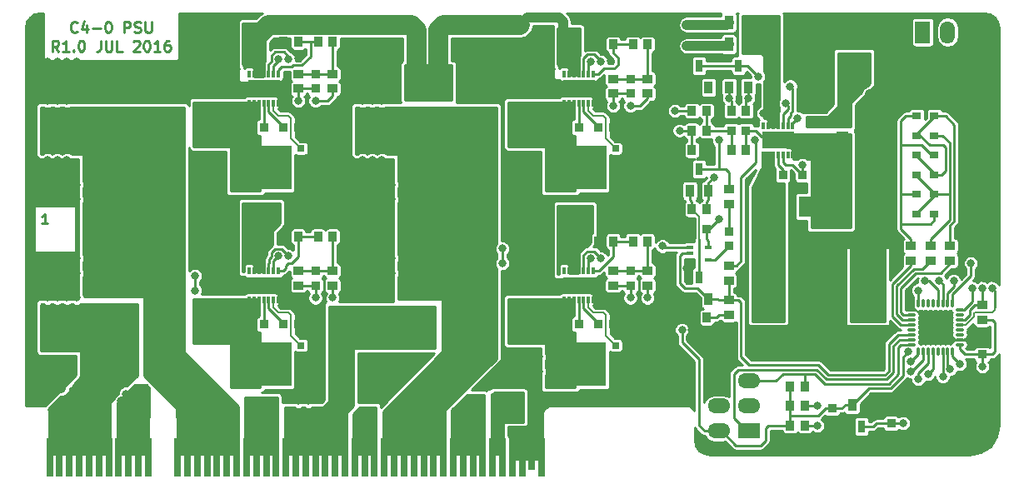
<source format=gbr>
G04 #@! TF.FileFunction,Copper,L1,Top,Signal*
%FSLAX46Y46*%
G04 Gerber Fmt 4.6, Leading zero omitted, Abs format (unit mm)*
G04 Created by KiCad (PCBNEW (2016-06-29 BZR 6959, Git 30386bd)-product) date Sat Jul  2 22:02:46 2016*
%MOMM*%
%LPD*%
G01*
G04 APERTURE LIST*
%ADD10C,0.100000*%
%ADD11C,0.250000*%
%ADD12C,0.275000*%
%ADD13R,0.701040X4.000500*%
%ADD14R,0.701040X3.200400*%
%ADD15R,2.286000X1.524000*%
%ADD16O,2.286000X1.524000*%
%ADD17R,3.300000X1.700000*%
%ADD18R,0.300000X0.800000*%
%ADD19C,0.800000*%
%ADD20R,1.150000X1.450000*%
%ADD21R,0.850000X1.000000*%
%ADD22R,1.000000X0.850000*%
%ADD23R,0.950000X0.900000*%
%ADD24R,0.900000X0.950000*%
%ADD25R,3.100000X3.300000*%
%ADD26R,4.295000X4.510000*%
%ADD27R,0.675000X0.675000*%
%ADD28R,0.655000X0.675000*%
%ADD29R,0.750000X0.675000*%
%ADD30R,2.700000X1.150000*%
%ADD31R,0.900000X1.300000*%
%ADD32R,0.800000X1.300000*%
%ADD33R,0.750000X0.400000*%
%ADD34R,2.800000X5.300000*%
%ADD35R,0.950000X1.450000*%
%ADD36R,2.300000X0.950000*%
%ADD37R,2.200000X2.150000*%
%ADD38R,1.200000X1.800000*%
%ADD39O,0.900000X0.300000*%
%ADD40O,0.300000X0.900000*%
%ADD41R,3.250000X3.250000*%
%ADD42R,1.524000X2.286000*%
%ADD43O,1.524000X2.286000*%
%ADD44C,6.000000*%
%ADD45C,1.000000*%
%ADD46R,0.899160X0.800100*%
%ADD47C,1.000000*%
%ADD48C,0.200000*%
%ADD49C,2.000000*%
G04 APERTURE END LIST*
D10*
D11*
X2785714Y-21952380D02*
X2214285Y-21952380D01*
X2500000Y-21952380D02*
X2500000Y-20952380D01*
X2404761Y-21095238D01*
X2309523Y-21190476D01*
X2214285Y-21238095D01*
D12*
X5792857Y-2430357D02*
X5740476Y-2482738D01*
X5583333Y-2535119D01*
X5478571Y-2535119D01*
X5321428Y-2482738D01*
X5216666Y-2377976D01*
X5164285Y-2273214D01*
X5111904Y-2063690D01*
X5111904Y-1906547D01*
X5164285Y-1697023D01*
X5216666Y-1592261D01*
X5321428Y-1487500D01*
X5478571Y-1435119D01*
X5583333Y-1435119D01*
X5740476Y-1487500D01*
X5792857Y-1539880D01*
X6735714Y-1801785D02*
X6735714Y-2535119D01*
X6473809Y-1382738D02*
X6211904Y-2168452D01*
X6892857Y-2168452D01*
X7311904Y-2116071D02*
X8150000Y-2116071D01*
X8883333Y-1435119D02*
X8988095Y-1435119D01*
X9092857Y-1487500D01*
X9145238Y-1539880D01*
X9197619Y-1644642D01*
X9250000Y-1854166D01*
X9250000Y-2116071D01*
X9197619Y-2325595D01*
X9145238Y-2430357D01*
X9092857Y-2482738D01*
X8988095Y-2535119D01*
X8883333Y-2535119D01*
X8778571Y-2482738D01*
X8726190Y-2430357D01*
X8673809Y-2325595D01*
X8621428Y-2116071D01*
X8621428Y-1854166D01*
X8673809Y-1644642D01*
X8726190Y-1539880D01*
X8778571Y-1487500D01*
X8883333Y-1435119D01*
X10559523Y-2535119D02*
X10559523Y-1435119D01*
X10978571Y-1435119D01*
X11083333Y-1487500D01*
X11135714Y-1539880D01*
X11188095Y-1644642D01*
X11188095Y-1801785D01*
X11135714Y-1906547D01*
X11083333Y-1958928D01*
X10978571Y-2011309D01*
X10559523Y-2011309D01*
X11607142Y-2482738D02*
X11764285Y-2535119D01*
X12026190Y-2535119D01*
X12130952Y-2482738D01*
X12183333Y-2430357D01*
X12235714Y-2325595D01*
X12235714Y-2220833D01*
X12183333Y-2116071D01*
X12130952Y-2063690D01*
X12026190Y-2011309D01*
X11816666Y-1958928D01*
X11711904Y-1906547D01*
X11659523Y-1854166D01*
X11607142Y-1749404D01*
X11607142Y-1644642D01*
X11659523Y-1539880D01*
X11711904Y-1487500D01*
X11816666Y-1435119D01*
X12078571Y-1435119D01*
X12235714Y-1487500D01*
X12707142Y-1435119D02*
X12707142Y-2325595D01*
X12759523Y-2430357D01*
X12811904Y-2482738D01*
X12916666Y-2535119D01*
X13126190Y-2535119D01*
X13230952Y-2482738D01*
X13283333Y-2430357D01*
X13335714Y-2325595D01*
X13335714Y-1435119D01*
X3907142Y-4460119D02*
X3540476Y-3936309D01*
X3278571Y-4460119D02*
X3278571Y-3360119D01*
X3697619Y-3360119D01*
X3802380Y-3412500D01*
X3854761Y-3464880D01*
X3907142Y-3569642D01*
X3907142Y-3726785D01*
X3854761Y-3831547D01*
X3802380Y-3883928D01*
X3697619Y-3936309D01*
X3278571Y-3936309D01*
X4954761Y-4460119D02*
X4326190Y-4460119D01*
X4640476Y-4460119D02*
X4640476Y-3360119D01*
X4535714Y-3517261D01*
X4430952Y-3622023D01*
X4326190Y-3674404D01*
X5426190Y-4355357D02*
X5478571Y-4407738D01*
X5426190Y-4460119D01*
X5373809Y-4407738D01*
X5426190Y-4355357D01*
X5426190Y-4460119D01*
X6159523Y-3360119D02*
X6264285Y-3360119D01*
X6369047Y-3412500D01*
X6421428Y-3464880D01*
X6473809Y-3569642D01*
X6526190Y-3779166D01*
X6526190Y-4041071D01*
X6473809Y-4250595D01*
X6421428Y-4355357D01*
X6369047Y-4407738D01*
X6264285Y-4460119D01*
X6159523Y-4460119D01*
X6054761Y-4407738D01*
X6002380Y-4355357D01*
X5950000Y-4250595D01*
X5897619Y-4041071D01*
X5897619Y-3779166D01*
X5950000Y-3569642D01*
X6002380Y-3464880D01*
X6054761Y-3412500D01*
X6159523Y-3360119D01*
X8150000Y-3360119D02*
X8150000Y-4145833D01*
X8097619Y-4302976D01*
X7992857Y-4407738D01*
X7835714Y-4460119D01*
X7730952Y-4460119D01*
X8673809Y-3360119D02*
X8673809Y-4250595D01*
X8726190Y-4355357D01*
X8778571Y-4407738D01*
X8883333Y-4460119D01*
X9092857Y-4460119D01*
X9197619Y-4407738D01*
X9250000Y-4355357D01*
X9302380Y-4250595D01*
X9302380Y-3360119D01*
X10350000Y-4460119D02*
X9826190Y-4460119D01*
X9826190Y-3360119D01*
X11502380Y-3464880D02*
X11554761Y-3412500D01*
X11659523Y-3360119D01*
X11921428Y-3360119D01*
X12026190Y-3412500D01*
X12078571Y-3464880D01*
X12130952Y-3569642D01*
X12130952Y-3674404D01*
X12078571Y-3831547D01*
X11450000Y-4460119D01*
X12130952Y-4460119D01*
X12811904Y-3360119D02*
X12916666Y-3360119D01*
X13021428Y-3412500D01*
X13073809Y-3464880D01*
X13126190Y-3569642D01*
X13178571Y-3779166D01*
X13178571Y-4041071D01*
X13126190Y-4250595D01*
X13073809Y-4355357D01*
X13021428Y-4407738D01*
X12916666Y-4460119D01*
X12811904Y-4460119D01*
X12707142Y-4407738D01*
X12654761Y-4355357D01*
X12602380Y-4250595D01*
X12550000Y-4041071D01*
X12550000Y-3779166D01*
X12602380Y-3569642D01*
X12654761Y-3464880D01*
X12707142Y-3412500D01*
X12811904Y-3360119D01*
X14226190Y-4460119D02*
X13597619Y-4460119D01*
X13911904Y-4460119D02*
X13911904Y-3360119D01*
X13807142Y-3517261D01*
X13702380Y-3622023D01*
X13597619Y-3674404D01*
X15169047Y-3360119D02*
X14959523Y-3360119D01*
X14854761Y-3412500D01*
X14802380Y-3464880D01*
X14697619Y-3622023D01*
X14645238Y-3831547D01*
X14645238Y-4250595D01*
X14697619Y-4355357D01*
X14750000Y-4407738D01*
X14854761Y-4460119D01*
X15064285Y-4460119D01*
X15169047Y-4407738D01*
X15221428Y-4355357D01*
X15273809Y-4250595D01*
X15273809Y-3988690D01*
X15221428Y-3883928D01*
X15169047Y-3831547D01*
X15064285Y-3779166D01*
X14854761Y-3779166D01*
X14750000Y-3831547D01*
X14697619Y-3883928D01*
X14645238Y-3988690D01*
D13*
X16000520Y-45750000D03*
X16998740Y-45750000D03*
X17999500Y-45750000D03*
X19000260Y-45750000D03*
X19998480Y-45750000D03*
X20999240Y-45750000D03*
X22000000Y-45750000D03*
X2998260Y-45750000D03*
X3999020Y-45750000D03*
X4999780Y-45750000D03*
X6000540Y-45750000D03*
X6998760Y-45750000D03*
X7999520Y-45750000D03*
X9000280Y-45750000D03*
X9998500Y-45750000D03*
X10999260Y-45750000D03*
X12000020Y-45750000D03*
X12998240Y-45750000D03*
X22998220Y-45750000D03*
X23998980Y-45750000D03*
X24999740Y-45750000D03*
X26000500Y-45750000D03*
X26998720Y-45750000D03*
X27999480Y-45750000D03*
X29000240Y-45750000D03*
X29998460Y-45750000D03*
X30999220Y-45750000D03*
X31999980Y-45750000D03*
X32998200Y-45750000D03*
X33998960Y-45750000D03*
X34999720Y-45750000D03*
X36000480Y-45750000D03*
X36998700Y-45750000D03*
X37999460Y-45750000D03*
X39000220Y-45750000D03*
X39998440Y-45750000D03*
X40999200Y-45750000D03*
X41999960Y-45750000D03*
X42998180Y-45750000D03*
X43998940Y-45750000D03*
X44999700Y-45750000D03*
X46000460Y-45750000D03*
X46998680Y-45750000D03*
X47999440Y-45750000D03*
X49000200Y-45750000D03*
X49998420Y-45750000D03*
X50999180Y-45750000D03*
D14*
X51999940Y-45351220D03*
D13*
X52998160Y-45750000D03*
D15*
X74024000Y-43040000D03*
D16*
X74024000Y-40500000D03*
X74024000Y-37960000D03*
X70976000Y-43040000D03*
X70976000Y-40500000D03*
X70976000Y-37960000D03*
D17*
X77000000Y-13500000D03*
D18*
X78500000Y-12000000D03*
X78000000Y-12000000D03*
X77500000Y-12000000D03*
X77000000Y-12000000D03*
X76500000Y-12000000D03*
X76000000Y-12000000D03*
X75500000Y-12000000D03*
X75500000Y-15000000D03*
X76000000Y-15000000D03*
X76500000Y-15000000D03*
X77000000Y-15000000D03*
X77500000Y-15000000D03*
X78000000Y-15000000D03*
X78500000Y-15000000D03*
D19*
X78200000Y-13100000D03*
X78200000Y-13900000D03*
X77000000Y-13100000D03*
X77000000Y-13900000D03*
X75800000Y-13100000D03*
X75800000Y-13900000D03*
D17*
X56750000Y-28250000D03*
D18*
X58250000Y-26750000D03*
X57750000Y-26750000D03*
X57250000Y-26750000D03*
X56750000Y-26750000D03*
X56250000Y-26750000D03*
X55750000Y-26750000D03*
X55250000Y-26750000D03*
X55250000Y-29750000D03*
X55750000Y-29750000D03*
X56250000Y-29750000D03*
X56750000Y-29750000D03*
X57250000Y-29750000D03*
X57750000Y-29750000D03*
X58250000Y-29750000D03*
D19*
X57950000Y-27850000D03*
X57950000Y-28650000D03*
X56750000Y-27850000D03*
X56750000Y-28650000D03*
X55550000Y-27850000D03*
X55550000Y-28650000D03*
D17*
X56750000Y-8250000D03*
D18*
X58250000Y-6750000D03*
X57750000Y-6750000D03*
X57250000Y-6750000D03*
X56750000Y-6750000D03*
X56250000Y-6750000D03*
X55750000Y-6750000D03*
X55250000Y-6750000D03*
X55250000Y-9750000D03*
X55750000Y-9750000D03*
X56250000Y-9750000D03*
X56750000Y-9750000D03*
X57250000Y-9750000D03*
X57750000Y-9750000D03*
X58250000Y-9750000D03*
D19*
X57950000Y-7850000D03*
X57950000Y-8650000D03*
X56750000Y-7850000D03*
X56750000Y-8650000D03*
X55550000Y-7850000D03*
X55550000Y-8650000D03*
D17*
X24750000Y-28250000D03*
D18*
X26250000Y-26750000D03*
X25750000Y-26750000D03*
X25250000Y-26750000D03*
X24750000Y-26750000D03*
X24250000Y-26750000D03*
X23750000Y-26750000D03*
X23250000Y-26750000D03*
X23250000Y-29750000D03*
X23750000Y-29750000D03*
X24250000Y-29750000D03*
X24750000Y-29750000D03*
X25250000Y-29750000D03*
X25750000Y-29750000D03*
X26250000Y-29750000D03*
D19*
X25950000Y-27850000D03*
X25950000Y-28650000D03*
X24750000Y-27850000D03*
X24750000Y-28650000D03*
X23550000Y-27850000D03*
X23550000Y-28650000D03*
D17*
X24750000Y-8250000D03*
D18*
X26250000Y-6750000D03*
X25750000Y-6750000D03*
X25250000Y-6750000D03*
X24750000Y-6750000D03*
X24250000Y-6750000D03*
X23750000Y-6750000D03*
X23250000Y-6750000D03*
X23250000Y-9750000D03*
X23750000Y-9750000D03*
X24250000Y-9750000D03*
X24750000Y-9750000D03*
X25250000Y-9750000D03*
X25750000Y-9750000D03*
X26250000Y-9750000D03*
D19*
X25950000Y-7850000D03*
X25950000Y-8650000D03*
X24750000Y-7850000D03*
X24750000Y-8650000D03*
X23550000Y-7850000D03*
X23550000Y-8650000D03*
D20*
X55150000Y-24750000D03*
X53350000Y-24750000D03*
D21*
X60250000Y-23750000D03*
X58750000Y-23750000D03*
X63750000Y-23750000D03*
X62250000Y-23750000D03*
D22*
X60250000Y-28250000D03*
X60250000Y-26750000D03*
D23*
X62000000Y-28250000D03*
X62000000Y-26750000D03*
D20*
X55150000Y-22500000D03*
X53350000Y-22500000D03*
D22*
X63750000Y-28250000D03*
X63750000Y-26750000D03*
D24*
X56750000Y-12200000D03*
X55250000Y-12200000D03*
D25*
X40201846Y-12354753D03*
X51301846Y-12354753D03*
D26*
X57425000Y-16250000D03*
D27*
X54950000Y-18167500D03*
X54950000Y-16910000D03*
X54950000Y-15590000D03*
D28*
X54950000Y-14332500D03*
D29*
X60502500Y-14332500D03*
X60502500Y-15590000D03*
X60502500Y-16910000D03*
X60502500Y-18167500D03*
D24*
X58750000Y-12200000D03*
X60250000Y-12200000D03*
D22*
X63750000Y-8750000D03*
X63750000Y-7250000D03*
D23*
X62000000Y-8750000D03*
X62000000Y-7250000D03*
D20*
X55150000Y-2750000D03*
X53350000Y-2750000D03*
D21*
X63750000Y-3750000D03*
X62250000Y-3750000D03*
D20*
X55150000Y-4750000D03*
X53350000Y-4750000D03*
D21*
X60250000Y-3750000D03*
X58750000Y-3750000D03*
D22*
X60250000Y-8750000D03*
X60250000Y-7250000D03*
D30*
X35750000Y-31250000D03*
X35750000Y-28250000D03*
X35750000Y-33750000D03*
X35750000Y-36750000D03*
D25*
X40201846Y-32354753D03*
X51301846Y-32354753D03*
D30*
X35750000Y-13750000D03*
X35750000Y-16750000D03*
X35750000Y-11250000D03*
X35750000Y-8250000D03*
D24*
X58750000Y-32200000D03*
X60250000Y-32200000D03*
X56750000Y-32200000D03*
X55250000Y-32200000D03*
D26*
X57422500Y-36250000D03*
D27*
X54947500Y-38167500D03*
X54947500Y-36910000D03*
X54947500Y-35590000D03*
D28*
X54947500Y-34332500D03*
D29*
X60500000Y-34332500D03*
X60500000Y-35590000D03*
X60500000Y-36910000D03*
X60500000Y-38167500D03*
D24*
X26750000Y-12200000D03*
X28250000Y-12200000D03*
D26*
X25425000Y-16250000D03*
D27*
X22950000Y-18167500D03*
X22950000Y-16910000D03*
X22950000Y-15590000D03*
D28*
X22950000Y-14332500D03*
D29*
X28502500Y-14332500D03*
X28502500Y-15590000D03*
X28502500Y-16910000D03*
X28502500Y-18167500D03*
D30*
X3750000Y-11250000D03*
X3750000Y-8250000D03*
D25*
X8201846Y-12354753D03*
X19301846Y-12354753D03*
D30*
X3750000Y-13750000D03*
X3750000Y-16750000D03*
D24*
X24750000Y-12200000D03*
X23250000Y-12200000D03*
D20*
X23150000Y-4750000D03*
X21350000Y-4750000D03*
D23*
X30000000Y-8250000D03*
X30000000Y-6750000D03*
D21*
X28250000Y-3500000D03*
X26750000Y-3500000D03*
D22*
X31750000Y-8250000D03*
X31750000Y-6750000D03*
D21*
X31750000Y-3500000D03*
X30250000Y-3500000D03*
D22*
X28250000Y-8250000D03*
X28250000Y-6750000D03*
D20*
X23150000Y-2500000D03*
X21350000Y-2500000D03*
D26*
X25425000Y-36250000D03*
D27*
X22950000Y-38167500D03*
X22950000Y-36910000D03*
X22950000Y-35590000D03*
D28*
X22950000Y-34332500D03*
D29*
X28502500Y-34332500D03*
X28502500Y-35590000D03*
X28502500Y-36910000D03*
X28502500Y-38167500D03*
D25*
X8201846Y-32354753D03*
X19301846Y-32354753D03*
D24*
X24750000Y-32200000D03*
X23250000Y-32200000D03*
D22*
X28250000Y-28250000D03*
X28250000Y-26750000D03*
D21*
X31750000Y-23250000D03*
X30250000Y-23250000D03*
X28250000Y-23250000D03*
X26750000Y-23250000D03*
D22*
X31750000Y-28250000D03*
X31750000Y-26750000D03*
D30*
X3750000Y-33750000D03*
X3750000Y-36750000D03*
X3750000Y-31250000D03*
X3750000Y-28250000D03*
D20*
X23150000Y-22500000D03*
X21350000Y-22500000D03*
X23150000Y-24750000D03*
X21350000Y-24750000D03*
D24*
X26750000Y-32200000D03*
X28250000Y-32200000D03*
D23*
X30000000Y-28250000D03*
X30000000Y-26750000D03*
D31*
X68050000Y-8100000D03*
X69950000Y-8100000D03*
D32*
X69000000Y-5900000D03*
D31*
X68050000Y-18600000D03*
X69950000Y-18600000D03*
D32*
X69000000Y-16400000D03*
D31*
X72050000Y-8100000D03*
X73950000Y-8100000D03*
D32*
X73000000Y-5900000D03*
D31*
X68050000Y-29600000D03*
X69950000Y-29600000D03*
D32*
X69000000Y-27400000D03*
D33*
X68050000Y-24350000D03*
X68050000Y-25650000D03*
X68050000Y-25000000D03*
X69950000Y-25650000D03*
X69950000Y-24350000D03*
D34*
X86050000Y-29000000D03*
X75950000Y-29000000D03*
D35*
X74000000Y-3750000D03*
X72000000Y-3750000D03*
X74000000Y-1500000D03*
X72000000Y-1500000D03*
D21*
X73750000Y-14500000D03*
X72250000Y-14500000D03*
X69750000Y-20500000D03*
X68250000Y-20500000D03*
X68250000Y-10500000D03*
X69750000Y-10500000D03*
X69750000Y-14500000D03*
X68250000Y-14500000D03*
X68250000Y-12500000D03*
X69750000Y-12500000D03*
D22*
X72000000Y-18450000D03*
X72000000Y-19950000D03*
D21*
X73750000Y-10500000D03*
X72250000Y-10500000D03*
D22*
X72000000Y-31250000D03*
X72000000Y-29750000D03*
X72000000Y-27750000D03*
X72000000Y-26250000D03*
D21*
X68250000Y-31500000D03*
X69750000Y-31500000D03*
D36*
X81000000Y-11750000D03*
X81000000Y-14250000D03*
D37*
X75800000Y-20250000D03*
X80200000Y-20250000D03*
D38*
X83550000Y-11000000D03*
X86450000Y-11000000D03*
X83550000Y-13500000D03*
X86450000Y-13500000D03*
X83550000Y-16000000D03*
X86450000Y-16000000D03*
X83550000Y-21000000D03*
X86450000Y-21000000D03*
X76550000Y-9500000D03*
X79450000Y-9500000D03*
X83550000Y-18500000D03*
X86450000Y-18500000D03*
D24*
X79500000Y-17000000D03*
X81000000Y-17000000D03*
X69750000Y-22500000D03*
X68250000Y-22500000D03*
D23*
X72000000Y-22750000D03*
X72000000Y-24250000D03*
D24*
X77500000Y-17000000D03*
X76000000Y-17000000D03*
X73750000Y-12500000D03*
X72250000Y-12500000D03*
D39*
X90550000Y-30750000D03*
X90550000Y-31250000D03*
X90550000Y-31750000D03*
X90550000Y-32250000D03*
X90550000Y-32750000D03*
X90550000Y-33250000D03*
X90550000Y-33750000D03*
X90550000Y-34250000D03*
D40*
X91250000Y-34950000D03*
X91750000Y-34950000D03*
X92250000Y-34950000D03*
X92750000Y-34950000D03*
X93250000Y-34950000D03*
X93750000Y-34950000D03*
X94250000Y-34950000D03*
X94750000Y-34950000D03*
D39*
X95450000Y-34250000D03*
X95450000Y-33750000D03*
X95450000Y-33250000D03*
X95450000Y-32750000D03*
X95450000Y-32250000D03*
X95450000Y-31750000D03*
X95450000Y-31250000D03*
X95450000Y-30750000D03*
D40*
X94750000Y-30050000D03*
X94250000Y-30050000D03*
X93750000Y-30050000D03*
X93250000Y-30050000D03*
X92750000Y-30050000D03*
X92250000Y-30050000D03*
X91750000Y-30050000D03*
X91250000Y-30050000D03*
D41*
X93000000Y-32500000D03*
D38*
X76550000Y-6500000D03*
X79450000Y-6500000D03*
D31*
X86450000Y-40400000D03*
X84550000Y-40400000D03*
D32*
X85500000Y-42600000D03*
D21*
X78250000Y-40500000D03*
X79750000Y-40500000D03*
X78250000Y-42500000D03*
X79750000Y-42500000D03*
D23*
X97750000Y-35250000D03*
X97750000Y-33750000D03*
X82500000Y-40750000D03*
X82500000Y-42250000D03*
X88500000Y-42250000D03*
X88500000Y-40750000D03*
D21*
X78250000Y-38500000D03*
X79750000Y-38500000D03*
D42*
X91710000Y-2500000D03*
D43*
X94250000Y-2500000D03*
X96790000Y-2500000D03*
D22*
X97750000Y-30250000D03*
X97750000Y-31750000D03*
D44*
X96250000Y-42250000D03*
D45*
X98500000Y-42250000D03*
X97375000Y-44199000D03*
X95125000Y-44199000D03*
X94000000Y-42250000D03*
X95125000Y-40301000D03*
X97375000Y-40301000D03*
D46*
X92899160Y-17000000D03*
X91100840Y-17000000D03*
X92899160Y-19000000D03*
X91100840Y-19000000D03*
X92899160Y-21000000D03*
X91100840Y-21000000D03*
X92899160Y-15000000D03*
X91100840Y-15000000D03*
X92899160Y-13000000D03*
X91100840Y-13000000D03*
X92899160Y-11000000D03*
X91100840Y-11000000D03*
D22*
X92500000Y-24250000D03*
X92500000Y-25750000D03*
X94500000Y-24250000D03*
X94500000Y-25750000D03*
X90500000Y-24250000D03*
X90500000Y-25750000D03*
D19*
X67750000Y-3900010D03*
X68750000Y-3900010D03*
X69750000Y-3900010D03*
X17750000Y-27250000D03*
X17750000Y-28750000D03*
X30000000Y-29500000D03*
X4750000Y-32500000D03*
X2750000Y-32500000D03*
X3750000Y-32500000D03*
X47750000Y-38500000D03*
X52750000Y-35500000D03*
X51750000Y-35500000D03*
X50750000Y-35500000D03*
X49750000Y-35500000D03*
X52250000Y-36250000D03*
X51250000Y-36250000D03*
X50250000Y-36250000D03*
X49250000Y-36250000D03*
X52750000Y-37000000D03*
X51750000Y-37000000D03*
X50750000Y-37000000D03*
X49750000Y-37000000D03*
X48750000Y-37000000D03*
X52250000Y-37750000D03*
X51250000Y-37750000D03*
X50250000Y-37750000D03*
X49250000Y-37750000D03*
X48250000Y-37750000D03*
X46750000Y-38500000D03*
X59000000Y-22250000D03*
X27500000Y-21750000D03*
X70250000Y-15675000D03*
X90400000Y-30000000D03*
X49998420Y-43001580D03*
X50000000Y-7750000D03*
X51000000Y-7750000D03*
X52000000Y-7750000D03*
X53000000Y-7750000D03*
X53500000Y-7000000D03*
X52500000Y-7000000D03*
X51500000Y-7000000D03*
X50500000Y-7000000D03*
X50500000Y-5550010D03*
X50000000Y-6250000D03*
X51000000Y-6250000D03*
X51500000Y-5550010D03*
X52000000Y-6250000D03*
X53000000Y-6250000D03*
X54000000Y-6250000D03*
X50500000Y-21750000D03*
X50500000Y-22750000D03*
X50500000Y-23750000D03*
X50500000Y-24750000D03*
X50500000Y-25750000D03*
X51250000Y-22250000D03*
X51250000Y-23250000D03*
X51250000Y-24250000D03*
X51250000Y-25250000D03*
X52000000Y-21750000D03*
X52000000Y-22750000D03*
X52000000Y-23750000D03*
X52000000Y-24750000D03*
X52000000Y-25750000D03*
X18500000Y-25750000D03*
X18500000Y-24750000D03*
X18500000Y-23750000D03*
X18500000Y-22750000D03*
X18500000Y-21750000D03*
X19250000Y-22250000D03*
X19250000Y-23250000D03*
X19250000Y-24250000D03*
X19250000Y-25250000D03*
X19250000Y-26250000D03*
X20000000Y-21750000D03*
X20000000Y-22750000D03*
X20000000Y-23750000D03*
X20000000Y-24750000D03*
X20000000Y-25750000D03*
X19500000Y-8500000D03*
X20500000Y-8500000D03*
X21500000Y-8500000D03*
X19000000Y-7750000D03*
X20000000Y-7750000D03*
X21000000Y-7750000D03*
X22000000Y-7750000D03*
X21500000Y-7000000D03*
X20500000Y-7000000D03*
X19500000Y-7000000D03*
X18500000Y-7000000D03*
X19500000Y-5550010D03*
X18500000Y-5550010D03*
X18000000Y-6250000D03*
X19000000Y-6250000D03*
X20000000Y-6250000D03*
X21000000Y-6250000D03*
X22000000Y-6250000D03*
X28256290Y-5150010D03*
X60010686Y-5450010D03*
X96749998Y-33750000D03*
X68250000Y-32750000D03*
X93000000Y-32500000D03*
X67000000Y-22500000D03*
X67750000Y-26500000D03*
X82250000Y-6250000D03*
X82250000Y-7250000D03*
X82250000Y-8250000D03*
X82250000Y-9250000D03*
X81500000Y-9750000D03*
X81500000Y-8750000D03*
X81500000Y-7750000D03*
X81500000Y-6750000D03*
X81500000Y-5750000D03*
X80750000Y-6250000D03*
X80750000Y-7250000D03*
X80750000Y-8250000D03*
X80750000Y-9250000D03*
X80750000Y-10250000D03*
X85250000Y-10500000D03*
X85250000Y-11500000D03*
X85250000Y-12500000D03*
X85250000Y-13500000D03*
X85250000Y-14500000D03*
X85250000Y-15500000D03*
X85250000Y-16500000D03*
X85250000Y-17500000D03*
X85250000Y-18500000D03*
X85250000Y-19500000D03*
X85250000Y-20500000D03*
X85250000Y-21500000D03*
X88500000Y-22000000D03*
X88500000Y-21000000D03*
X88500000Y-20000000D03*
X88500000Y-19000000D03*
X88500000Y-18000000D03*
X88500000Y-17000000D03*
X88500000Y-16000000D03*
X88500000Y-15000000D03*
X88500000Y-14000000D03*
X88500000Y-13000000D03*
X88500000Y-12000000D03*
X88500000Y-11000000D03*
X88500000Y-10000000D03*
X87250000Y-8750000D03*
X86250000Y-8750000D03*
X85750000Y-9500000D03*
X86750000Y-9500000D03*
X87750000Y-9500000D03*
X87750000Y-10500000D03*
X87750000Y-11500000D03*
X87750000Y-12500000D03*
X87750000Y-13500000D03*
X87750000Y-14500000D03*
X87750000Y-15500000D03*
X87750000Y-16500000D03*
X87750000Y-17500000D03*
X87750000Y-18500000D03*
X87750000Y-19500000D03*
X87750000Y-20500000D03*
X87750000Y-21500000D03*
X87250000Y-23250000D03*
X86250000Y-23250000D03*
X85750000Y-22500000D03*
X86750000Y-22500000D03*
X87750000Y-22500000D03*
X31250000Y-12250000D03*
X31250000Y-13250000D03*
X31250000Y-14250000D03*
X31250000Y-15250000D03*
X31250000Y-16250000D03*
X31250000Y-17250000D03*
X31250000Y-18250000D03*
X30500000Y-12750000D03*
X30500000Y-13750000D03*
X30500000Y-14750000D03*
X30500000Y-15750000D03*
X30500000Y-16750000D03*
X30500000Y-17750000D03*
X29750000Y-12250000D03*
X29750000Y-13250000D03*
X29750000Y-14250000D03*
X29750000Y-15250000D03*
X29750000Y-16250000D03*
X29750000Y-17250000D03*
X29750000Y-18250000D03*
X63250000Y-12250000D03*
X63250000Y-13250000D03*
X63250000Y-14250000D03*
X63250000Y-15250000D03*
X63250000Y-16250000D03*
X63250000Y-17250000D03*
X63250000Y-18250000D03*
X62500000Y-12750000D03*
X62500000Y-13750000D03*
X62500000Y-14750000D03*
X62500000Y-15750000D03*
X62500000Y-16750000D03*
X62500000Y-17750000D03*
X61750000Y-12250000D03*
X61750000Y-13250000D03*
X61750000Y-14250000D03*
X61750000Y-15250000D03*
X61750000Y-16250000D03*
X61750000Y-17250000D03*
X61750000Y-18250000D03*
X63250000Y-32250000D03*
X63250000Y-33250000D03*
X63250000Y-34250000D03*
X63250000Y-35250000D03*
X63250000Y-36250000D03*
X63250000Y-37250000D03*
X62500000Y-32750000D03*
X62500000Y-33750000D03*
X62500000Y-34750000D03*
X62500000Y-35750000D03*
X62500000Y-36750000D03*
X62500000Y-37750000D03*
X61750000Y-32250000D03*
X61750000Y-33250000D03*
X61750000Y-34250000D03*
X61750000Y-35250000D03*
X61750000Y-36250000D03*
X61750000Y-37250000D03*
X37750000Y-5500000D03*
X36750000Y-5500000D03*
X35750000Y-5500000D03*
X34750000Y-5500000D03*
X33750000Y-5500000D03*
X37250000Y-6250000D03*
X36250000Y-6250000D03*
X35250000Y-6250000D03*
X34250000Y-6250000D03*
X37750000Y-7000000D03*
X36750000Y-7000000D03*
X33750000Y-7000000D03*
X34750000Y-7000000D03*
X35750000Y-7000000D03*
X36750000Y-9500000D03*
X34750000Y-9500000D03*
X35750000Y-9500000D03*
X36750000Y-15500000D03*
X34750000Y-15500000D03*
X35750000Y-15500000D03*
X33750000Y-19500000D03*
X34750000Y-19500000D03*
X35750000Y-19500000D03*
X36750000Y-19500000D03*
X37750000Y-19500000D03*
X34250000Y-18750000D03*
X35250000Y-18750000D03*
X36250000Y-18750000D03*
X37250000Y-18750000D03*
X37750000Y-18000000D03*
X36750000Y-18000000D03*
X33750000Y-18000000D03*
X34750000Y-18000000D03*
X35750000Y-18000000D03*
X37750000Y-25500000D03*
X36750000Y-25500000D03*
X35750000Y-25500000D03*
X34750000Y-25500000D03*
X33750000Y-25500000D03*
X37250000Y-26250000D03*
X36250000Y-26250000D03*
X35250000Y-26250000D03*
X34250000Y-26250000D03*
X37750000Y-27000000D03*
X36750000Y-27000000D03*
X33750000Y-27000000D03*
X34750000Y-27000000D03*
X35750000Y-27000000D03*
X36750000Y-29500000D03*
X34750000Y-29500000D03*
X35750000Y-29500000D03*
X5749992Y-5500000D03*
X4750000Y-5500000D03*
X3750000Y-5500000D03*
X2750000Y-5500000D03*
X1750000Y-5500000D03*
X5250000Y-6250000D03*
X4250000Y-6250000D03*
X3250000Y-6250000D03*
X2250000Y-6250000D03*
X5750000Y-7000000D03*
X4750000Y-7000000D03*
X1750000Y-7000000D03*
X2750000Y-7000000D03*
X3750000Y-7000000D03*
X4750000Y-9500000D03*
X2750000Y-9500000D03*
X3750000Y-9500000D03*
X4750000Y-15500000D03*
X2750000Y-15500000D03*
X3750000Y-15500000D03*
X5750000Y-19500000D03*
X4750000Y-19500000D03*
X3750000Y-19500000D03*
X2750000Y-19500000D03*
X1750000Y-19500000D03*
X2250000Y-18750000D03*
X3250000Y-18750000D03*
X4250000Y-18750000D03*
X5250000Y-18750000D03*
X5750000Y-18000000D03*
X4750000Y-18000000D03*
X1750000Y-18000000D03*
X2750000Y-18000000D03*
X3750000Y-18000000D03*
X5750000Y-29500000D03*
X4750000Y-29500000D03*
X1750000Y-29500000D03*
X2750000Y-29500000D03*
X3750000Y-29500000D03*
X5750000Y-25500000D03*
X4750000Y-25500000D03*
X3750000Y-25500000D03*
X2750000Y-25500000D03*
X1750000Y-25500000D03*
X2250000Y-26250000D03*
X3250000Y-26250000D03*
X4250000Y-26250000D03*
X5250000Y-26250000D03*
X5750000Y-27000000D03*
X1750000Y-27000000D03*
X4750000Y-27000000D03*
X2750000Y-27000000D03*
X3750000Y-27000000D03*
X36750000Y-35500000D03*
X34750000Y-35500000D03*
X35750000Y-35500000D03*
X36750000Y-39500000D03*
X35750000Y-39500000D03*
X34750000Y-39500000D03*
X37250000Y-38750000D03*
X36250000Y-38750000D03*
X35250000Y-38750000D03*
X36750000Y-38000000D03*
X34750000Y-38000000D03*
X35750000Y-38000000D03*
X28250000Y-40000000D03*
X29250000Y-40000000D03*
X30500000Y-39750000D03*
X27750000Y-39250000D03*
X28750000Y-39250000D03*
X29750000Y-39250000D03*
X30500000Y-38750000D03*
X30500000Y-37750000D03*
X30500000Y-36750000D03*
X30500000Y-35750000D03*
X30500000Y-34750000D03*
X30500000Y-33750000D03*
X30500000Y-32750000D03*
X29750000Y-32250000D03*
X29750000Y-33250000D03*
X29750000Y-34250000D03*
X29750000Y-35250000D03*
X29750000Y-36250000D03*
X29750000Y-37250000D03*
X29750000Y-38250000D03*
X4250000Y-35750000D03*
X3250000Y-35750000D03*
X2250000Y-35750000D03*
X1750000Y-36500000D03*
X1250000Y-37250000D03*
X1750000Y-38000000D03*
X2750000Y-39500000D03*
X2250000Y-38750000D03*
X3250000Y-38750000D03*
X4250000Y-38750000D03*
X4750000Y-38000000D03*
X2750000Y-38000000D03*
X3750000Y-38000000D03*
X31750000Y-29500000D03*
X43000000Y-9000000D03*
X42000000Y-9000000D03*
X41000000Y-9000000D03*
X40000000Y-9000000D03*
X57750000Y-22500000D03*
X57750000Y-21500000D03*
X57750000Y-20500000D03*
X57000000Y-24000000D03*
X57000000Y-23000000D03*
X57000000Y-22000000D03*
X57000000Y-21000000D03*
X55500000Y-21000000D03*
X56250000Y-20500000D03*
X56250000Y-21500000D03*
X56250000Y-22500000D03*
X56250000Y-23500000D03*
X56250000Y-24500000D03*
X56250000Y-25500000D03*
X26000000Y-20250000D03*
X23750000Y-20750000D03*
X24500000Y-20250000D03*
X25250000Y-20750000D03*
X26000000Y-21250000D03*
X25250000Y-23750000D03*
X25250000Y-22750000D03*
X25250000Y-21750000D03*
X24500000Y-21250000D03*
X24500000Y-22250000D03*
X24500000Y-23250000D03*
X24500000Y-24250000D03*
X24500000Y-25250000D03*
X39500000Y-8250000D03*
X40500000Y-8250000D03*
X41500000Y-8250000D03*
X42500000Y-8250000D03*
X43500000Y-8250000D03*
X40000000Y-7500000D03*
X41000000Y-7500000D03*
X42000000Y-7500000D03*
X43000000Y-7500000D03*
X43500000Y-6750000D03*
X42500000Y-6750000D03*
X41500000Y-6750000D03*
X40500000Y-6750000D03*
X39500000Y-6750000D03*
X89750000Y-42250000D03*
X46250000Y-40000000D03*
X45250000Y-40000000D03*
X46750000Y-40750000D03*
X45750000Y-40750000D03*
X44750000Y-40750000D03*
X46250000Y-41500000D03*
X45250000Y-41500000D03*
X44250000Y-41500000D03*
X46750000Y-42250000D03*
X45750000Y-42250000D03*
X44750000Y-42250000D03*
X46250000Y-43000000D03*
X45250000Y-43000000D03*
X44250000Y-43000000D03*
X35250000Y-41500000D03*
X34250000Y-41500000D03*
X35750000Y-42250000D03*
X34750000Y-42250000D03*
X35250000Y-43000000D03*
X34250000Y-43000000D03*
X12750000Y-39250000D03*
X11750000Y-39250000D03*
X10750000Y-39250000D03*
X12250000Y-40000000D03*
X11250000Y-40000000D03*
X10250000Y-40000000D03*
X12750000Y-40750000D03*
X11750000Y-40750000D03*
X10750000Y-40750000D03*
X12250000Y-41500000D03*
X11250000Y-41500000D03*
X10250000Y-41500000D03*
X12750000Y-42250000D03*
X11750000Y-42250000D03*
X10750000Y-42250000D03*
X12250000Y-43000000D03*
X11250000Y-43000000D03*
X10250000Y-43000000D03*
X25250000Y-40000000D03*
X24250000Y-40000000D03*
X23250000Y-40000000D03*
X25750000Y-40750000D03*
X24750000Y-40750000D03*
X23750000Y-40750000D03*
X25250000Y-41500000D03*
X24250000Y-41500000D03*
X23250000Y-41500000D03*
X25750000Y-42250000D03*
X24750000Y-42250000D03*
X23750000Y-42250000D03*
X25250000Y-43000000D03*
X24250000Y-43000000D03*
X23250000Y-43000000D03*
X67750000Y-1750000D03*
X68750000Y-1750000D03*
X69750000Y-1750000D03*
X28250000Y-9500000D03*
X4750000Y-12500000D03*
X2750000Y-12500000D03*
X3750000Y-12500000D03*
X30000000Y-9500000D03*
X35750000Y-12500000D03*
X60250000Y-10000000D03*
X62000000Y-10000000D03*
X63750000Y-29500000D03*
X66500000Y-10500000D03*
X94500000Y-36750000D03*
X81000000Y-40500000D03*
X95500000Y-36250000D03*
X81000000Y-42500000D03*
X35750000Y-32500000D03*
X49000000Y-24500000D03*
X49000000Y-26000000D03*
X62000000Y-29500000D03*
X48797715Y-39547715D03*
X50250000Y-41750000D03*
X49250000Y-41750000D03*
X48724440Y-41000000D03*
X49750000Y-41000000D03*
X50750000Y-41000000D03*
X50250000Y-40250000D03*
X49250000Y-40250000D03*
X50750000Y-39500000D03*
X49750000Y-39500000D03*
X85750000Y-6750000D03*
X85750000Y-7750000D03*
X85000000Y-8250000D03*
X85000000Y-7250000D03*
X84250000Y-6750000D03*
X84250000Y-7750000D03*
X84250000Y-8750000D03*
X83500000Y-7250000D03*
X83500000Y-8250000D03*
X83500000Y-9250000D03*
X26250000Y-5250000D03*
X96750000Y-28500000D03*
X26250000Y-25250004D03*
X96606632Y-25981652D03*
X57999994Y-5500000D03*
X94849989Y-27750000D03*
X58000000Y-25500000D03*
X93399988Y-27750000D03*
X71000000Y-13500000D03*
X77775000Y-9750000D03*
X79500000Y-16000000D03*
X72000000Y-9250000D03*
X78250000Y-8000000D03*
X74000000Y-9250000D03*
X90250000Y-35000000D03*
X91250000Y-28750000D03*
X97750000Y-36500000D03*
X67250000Y-32750000D03*
X71000000Y-21500000D03*
X67000000Y-12500000D03*
X79000000Y-11250000D03*
X70500000Y-17250000D03*
X75000000Y-7000000D03*
X91949987Y-27750000D03*
X90500000Y-36000000D03*
X65250000Y-24250000D03*
X59012653Y-25512653D03*
X75500000Y-10750000D03*
X74650000Y-13500000D03*
X93750000Y-37499992D03*
X92250000Y-37249994D03*
X27262653Y-5262653D03*
X91250000Y-37750000D03*
X27262655Y-25262655D03*
X97750000Y-28500000D03*
X98750000Y-28500000D03*
X59012648Y-5512651D03*
X90500000Y-37000000D03*
D47*
X69750000Y-3900010D02*
X71849990Y-3900010D01*
X71849990Y-3900010D02*
X72000000Y-3750000D01*
X68750000Y-3900010D02*
X67750000Y-3900010D01*
X69750000Y-3900010D02*
X68750000Y-3900010D01*
D11*
X30000000Y-28250000D02*
X28250000Y-28250000D01*
X17750000Y-28750000D02*
X17750000Y-27250000D01*
X30000000Y-28250000D02*
X30000000Y-29500000D01*
X3750000Y-32500000D02*
X4750000Y-32500000D01*
X3750000Y-32500000D02*
X2750000Y-32500000D01*
X3750000Y-33750000D02*
X3750000Y-32500000D01*
X9000280Y-45750000D02*
X9000280Y-43000280D01*
X7999520Y-45750000D02*
X7999520Y-43000480D01*
X6998760Y-45750000D02*
X6998760Y-43001240D01*
X6000540Y-45750000D02*
X6000540Y-43000540D01*
X4999780Y-45750000D02*
X4999780Y-43000220D01*
X3999020Y-45750000D02*
X3999020Y-43000980D01*
X2998260Y-45750000D02*
X2998260Y-43001740D01*
X58750000Y-22500000D02*
X59000000Y-22250000D01*
X58750000Y-23750000D02*
X58750000Y-22500000D01*
X26750000Y-22250000D02*
X27250000Y-21750000D01*
X27250000Y-21750000D02*
X27500000Y-21750000D01*
X26750000Y-23250000D02*
X26750000Y-22250000D01*
X69750000Y-14500000D02*
X69750000Y-15175000D01*
X69750000Y-15175000D02*
X70250000Y-15675000D01*
X90550000Y-30150000D02*
X90400000Y-30000000D01*
X90550000Y-30750000D02*
X90550000Y-30150000D01*
X52998160Y-45750000D02*
X52998160Y-43001840D01*
X51999940Y-45351220D02*
X51999940Y-43000060D01*
X50999180Y-45750000D02*
X50999180Y-43000820D01*
X49998420Y-45750000D02*
X49998420Y-43001580D01*
X51000000Y-7750000D02*
X50000000Y-7750000D01*
X52000000Y-7750000D02*
X51000000Y-7750000D01*
X53000000Y-7750000D02*
X52000000Y-7750000D01*
X53500000Y-7000000D02*
X53500000Y-7250000D01*
X53500000Y-7250000D02*
X53000000Y-7750000D01*
X52500000Y-7000000D02*
X53500000Y-7000000D01*
X51500000Y-7000000D02*
X52500000Y-7000000D01*
X50500000Y-7000000D02*
X51500000Y-7000000D01*
X50000000Y-6250000D02*
X50000000Y-6500000D01*
X50000000Y-6500000D02*
X50500000Y-7000000D01*
X51000000Y-6250000D02*
X51000000Y-6050010D01*
X51000000Y-6050010D02*
X50500000Y-5550010D01*
X51000000Y-6250000D02*
X50000000Y-6250000D01*
X52000000Y-6250000D02*
X51000000Y-6250000D01*
X52000000Y-6250000D02*
X52000000Y-6050010D01*
X52000000Y-6050010D02*
X51500000Y-5550010D01*
X53000000Y-6250000D02*
X52000000Y-6250000D01*
X54000000Y-6250000D02*
X53000000Y-6250000D01*
X53350000Y-4750000D02*
X53350000Y-5600000D01*
X53350000Y-5600000D02*
X54000000Y-6250000D01*
X50500000Y-22750000D02*
X50500000Y-21750000D01*
X50500000Y-23750000D02*
X50500000Y-22750000D01*
X50500000Y-24750000D02*
X50500000Y-23750000D01*
X50500000Y-25750000D02*
X50500000Y-24750000D01*
X51250000Y-25250000D02*
X51000000Y-25250000D01*
X51000000Y-25250000D02*
X50500000Y-25750000D01*
X51250000Y-23250000D02*
X51250000Y-22250000D01*
X51250000Y-24250000D02*
X51250000Y-23250000D01*
X51250000Y-25250000D02*
X51250000Y-24250000D01*
X52000000Y-25750000D02*
X51750000Y-25750000D01*
X51750000Y-25750000D02*
X51250000Y-25250000D01*
X52000000Y-22750000D02*
X52000000Y-21750000D01*
X52000000Y-23750000D02*
X52000000Y-22750000D01*
X52000000Y-24750000D02*
X52000000Y-23750000D01*
X52000000Y-25750000D02*
X52000000Y-24750000D01*
X53350000Y-24750000D02*
X53000000Y-24750000D01*
X53000000Y-24750000D02*
X52000000Y-25750000D01*
X18500000Y-24750000D02*
X18500000Y-25750000D01*
X18500000Y-23750000D02*
X18500000Y-24750000D01*
X18500000Y-22750000D02*
X18500000Y-23750000D01*
X18500000Y-21750000D02*
X18500000Y-22750000D01*
X19250000Y-22250000D02*
X19000000Y-22250000D01*
X19000000Y-22250000D02*
X18500000Y-21750000D01*
X19250000Y-23250000D02*
X19250000Y-22250000D01*
X19250000Y-24250000D02*
X19250000Y-23250000D01*
X19250000Y-25250000D02*
X19250000Y-24250000D01*
X19250000Y-26250000D02*
X19250000Y-25250000D01*
X19500000Y-26250000D02*
X19250000Y-26250000D01*
X20000000Y-25750000D02*
X19500000Y-26250000D01*
X20000000Y-22750000D02*
X20000000Y-21750000D01*
X20000000Y-23750000D02*
X20000000Y-22750000D01*
X20000000Y-24750000D02*
X20000000Y-23750000D01*
X20000000Y-25750000D02*
X20000000Y-24750000D01*
X21350000Y-24750000D02*
X21000000Y-24750000D01*
X21000000Y-24750000D02*
X20000000Y-25750000D01*
X20500000Y-8500000D02*
X19500000Y-8500000D01*
X21500000Y-8500000D02*
X20500000Y-8500000D01*
X22000000Y-7750000D02*
X22000000Y-8000000D01*
X22000000Y-8000000D02*
X21500000Y-8500000D01*
X20000000Y-7750000D02*
X19000000Y-7750000D01*
X21000000Y-7750000D02*
X20000000Y-7750000D01*
X22000000Y-7750000D02*
X21000000Y-7750000D01*
X22000000Y-6250000D02*
X22000000Y-7750000D01*
X20500000Y-7000000D02*
X21500000Y-7000000D01*
X19500000Y-7000000D02*
X20500000Y-7000000D01*
X18500000Y-7000000D02*
X19500000Y-7000000D01*
X18000000Y-6250000D02*
X18000000Y-6500000D01*
X18000000Y-6500000D02*
X18500000Y-7000000D01*
X18500000Y-5550010D02*
X19500000Y-5550010D01*
X18000000Y-6250000D02*
X18000000Y-6050010D01*
X18000000Y-6050010D02*
X18500000Y-5550010D01*
X19000000Y-6250000D02*
X18000000Y-6250000D01*
X20000000Y-6250000D02*
X19000000Y-6250000D01*
X21000000Y-6250000D02*
X20000000Y-6250000D01*
X22000000Y-6250000D02*
X21000000Y-6250000D01*
X21350000Y-4750000D02*
X21350000Y-5600000D01*
X21350000Y-5600000D02*
X22000000Y-6250000D01*
X26750000Y-3500000D02*
X26750000Y-3643720D01*
X26750000Y-3643720D02*
X28256290Y-5150010D01*
X58750000Y-3750000D02*
X58750000Y-4189324D01*
X58750000Y-4189324D02*
X60010686Y-5450010D01*
X58250000Y-29750000D02*
X58250000Y-28950000D01*
X58250000Y-28950000D02*
X57950000Y-28650000D01*
X58250000Y-9750000D02*
X58250000Y-8950000D01*
X58250000Y-8950000D02*
X57950000Y-8650000D01*
X26250000Y-29750000D02*
X26250000Y-28950000D01*
X26250000Y-28950000D02*
X25950000Y-28650000D01*
X26250000Y-9750000D02*
X26250000Y-8950000D01*
X26250000Y-8950000D02*
X25950000Y-8650000D01*
X97750000Y-33750000D02*
X96749998Y-33750000D01*
X95450000Y-33750000D02*
X96749998Y-33750000D01*
X68250000Y-31500000D02*
X68250000Y-32750000D01*
D48*
X91163590Y-30900000D02*
X91400000Y-30900000D01*
X91400000Y-30900000D02*
X93000000Y-32500000D01*
X90550000Y-30750000D02*
X91013590Y-30750000D01*
X91013590Y-30750000D02*
X91163590Y-30900000D01*
D11*
X95450000Y-33750000D02*
X94250000Y-33750000D01*
X94250000Y-33750000D02*
X93000000Y-32500000D01*
X68250000Y-22500000D02*
X67000000Y-22500000D01*
X68050000Y-25650000D02*
X68050000Y-26200000D01*
X68050000Y-26200000D02*
X67750000Y-26500000D01*
X68250000Y-30750000D02*
X68050000Y-30550000D01*
X68050000Y-30550000D02*
X68050000Y-29600000D01*
X68250000Y-31500000D02*
X68250000Y-30750000D01*
X82250000Y-7250000D02*
X82250000Y-6250000D01*
X82250000Y-8250000D02*
X82250000Y-7250000D01*
X82250000Y-9250000D02*
X82250000Y-8250000D01*
X81500000Y-9750000D02*
X81750000Y-9750000D01*
X81750000Y-9750000D02*
X82250000Y-9250000D01*
X81500000Y-8750000D02*
X81500000Y-9750000D01*
X81500000Y-7750000D02*
X81500000Y-8750000D01*
X81500000Y-6750000D02*
X81500000Y-7750000D01*
X81500000Y-5750000D02*
X81500000Y-6750000D01*
X80750000Y-5250000D02*
X81000000Y-5250000D01*
X81000000Y-5250000D02*
X81500000Y-5750000D01*
X80750000Y-6250000D02*
X80750000Y-5250000D01*
X80750000Y-7250000D02*
X80750000Y-6250000D01*
X80750000Y-8250000D02*
X80750000Y-7250000D01*
X80750000Y-9250000D02*
X80750000Y-8250000D01*
X80750000Y-10250000D02*
X80750000Y-9250000D01*
X79450000Y-9500000D02*
X80000000Y-9500000D01*
X80000000Y-9500000D02*
X80750000Y-10250000D01*
X85250000Y-11500000D02*
X85250000Y-10500000D01*
X85250000Y-12500000D02*
X85250000Y-11500000D01*
X85250000Y-13500000D02*
X85250000Y-12500000D01*
X85250000Y-14500000D02*
X85250000Y-13500000D01*
X85250000Y-15500000D02*
X85250000Y-14500000D01*
X85250000Y-16500000D02*
X85250000Y-15500000D01*
X85250000Y-17500000D02*
X85250000Y-16500000D01*
X85250000Y-18500000D02*
X85250000Y-17500000D01*
X85250000Y-19500000D02*
X85250000Y-18500000D01*
X85250000Y-20500000D02*
X85250000Y-19500000D01*
X85250000Y-21500000D02*
X85250000Y-20500000D01*
X86450000Y-21000000D02*
X85750000Y-21000000D01*
X85750000Y-21000000D02*
X85250000Y-21500000D01*
X88500000Y-21000000D02*
X88500000Y-22000000D01*
X88500000Y-20000000D02*
X88500000Y-21000000D01*
X88500000Y-19000000D02*
X88500000Y-20000000D01*
X88500000Y-18000000D02*
X88500000Y-19000000D01*
X88500000Y-17000000D02*
X88500000Y-18000000D01*
X88500000Y-16000000D02*
X88500000Y-17000000D01*
X88500000Y-15000000D02*
X88500000Y-16000000D01*
X88500000Y-14000000D02*
X88500000Y-15000000D01*
X88500000Y-13000000D02*
X88500000Y-14000000D01*
X88500000Y-12000000D02*
X88500000Y-13000000D01*
X88500000Y-11000000D02*
X88500000Y-12000000D01*
X88500000Y-10000000D02*
X88500000Y-11000000D01*
X87750000Y-9500000D02*
X88000000Y-9500000D01*
X88000000Y-9500000D02*
X88500000Y-10000000D01*
X86250000Y-8750000D02*
X87250000Y-8750000D01*
X85750000Y-9500000D02*
X85750000Y-9250000D01*
X85750000Y-9250000D02*
X86250000Y-8750000D01*
X86750000Y-9500000D02*
X85750000Y-9500000D01*
X87750000Y-9500000D02*
X86750000Y-9500000D01*
X87750000Y-10500000D02*
X87750000Y-9500000D01*
X87750000Y-11500000D02*
X87750000Y-10500000D01*
X87750000Y-12500000D02*
X87750000Y-11500000D01*
X87750000Y-13500000D02*
X87750000Y-12500000D01*
X87750000Y-14500000D02*
X87750000Y-13500000D01*
X87750000Y-15500000D02*
X87750000Y-14500000D01*
X87750000Y-16500000D02*
X87750000Y-15500000D01*
X87750000Y-17500000D02*
X87750000Y-16500000D01*
X87750000Y-18500000D02*
X87750000Y-17500000D01*
X87750000Y-19500000D02*
X87750000Y-18500000D01*
X87750000Y-20500000D02*
X87750000Y-19500000D01*
X87750000Y-21500000D02*
X87750000Y-20500000D01*
X87750000Y-22500000D02*
X87750000Y-21500000D01*
X86750000Y-22500000D02*
X86750000Y-22750000D01*
X86750000Y-22750000D02*
X87250000Y-23250000D01*
X85750000Y-22500000D02*
X85750000Y-22750000D01*
X85750000Y-22750000D02*
X86250000Y-23250000D01*
X86750000Y-22500000D02*
X85750000Y-22500000D01*
X87750000Y-22500000D02*
X86750000Y-22500000D01*
X86450000Y-21000000D02*
X86450000Y-21200000D01*
X86450000Y-21200000D02*
X87750000Y-22500000D01*
X31250000Y-13250000D02*
X31250000Y-12250000D01*
X31250000Y-14250000D02*
X31250000Y-13250000D01*
X31250000Y-15250000D02*
X31250000Y-14250000D01*
X31250000Y-16250000D02*
X31250000Y-15250000D01*
X31250000Y-17250000D02*
X31250000Y-16250000D01*
X31250000Y-18250000D02*
X31250000Y-17250000D01*
X29750000Y-18250000D02*
X31250000Y-18250000D01*
X30500000Y-13750000D02*
X30500000Y-12750000D01*
X30500000Y-14750000D02*
X30500000Y-13750000D01*
X30500000Y-15750000D02*
X30500000Y-14750000D01*
X30500000Y-16750000D02*
X30500000Y-15750000D01*
X30500000Y-17750000D02*
X30500000Y-16750000D01*
X29750000Y-18250000D02*
X30000000Y-18250000D01*
X30000000Y-18250000D02*
X30500000Y-17750000D01*
X29750000Y-13250000D02*
X29750000Y-12250000D01*
X29750000Y-14250000D02*
X29750000Y-13250000D01*
X29750000Y-15250000D02*
X29750000Y-14250000D01*
X29750000Y-16250000D02*
X29750000Y-15250000D01*
X29750000Y-17250000D02*
X29750000Y-16250000D01*
X29750000Y-18250000D02*
X29750000Y-17250000D01*
X29667500Y-18167500D02*
X29750000Y-18250000D01*
X28502500Y-18167500D02*
X29667500Y-18167500D01*
X63250000Y-13250000D02*
X63250000Y-12250000D01*
X63250000Y-14250000D02*
X63250000Y-13250000D01*
X63250000Y-15250000D02*
X63250000Y-14250000D01*
X63250000Y-16250000D02*
X63250000Y-15250000D01*
X63250000Y-17250000D02*
X63250000Y-16250000D01*
X63250000Y-18250000D02*
X63250000Y-17250000D01*
X61750000Y-18250000D02*
X63250000Y-18250000D01*
X62500000Y-13750000D02*
X62500000Y-12750000D01*
X62500000Y-14750000D02*
X62500000Y-13750000D01*
X62500000Y-15750000D02*
X62500000Y-14750000D01*
X62500000Y-16750000D02*
X62500000Y-15750000D01*
X62500000Y-17750000D02*
X62500000Y-16750000D01*
X61750000Y-18250000D02*
X62000000Y-18250000D01*
X62000000Y-18250000D02*
X62500000Y-17750000D01*
X61750000Y-13250000D02*
X61750000Y-12250000D01*
X61750000Y-14250000D02*
X61750000Y-13250000D01*
X61750000Y-15250000D02*
X61750000Y-14250000D01*
X61750000Y-16250000D02*
X61750000Y-15250000D01*
X61750000Y-17250000D02*
X61750000Y-16250000D01*
X61750000Y-18250000D02*
X61750000Y-17250000D01*
X60502500Y-18167500D02*
X61667500Y-18167500D01*
X61667500Y-18167500D02*
X61750000Y-18250000D01*
X63250000Y-33250000D02*
X63250000Y-32250000D01*
X63250000Y-34250000D02*
X63250000Y-33250000D01*
X63250000Y-35250000D02*
X63250000Y-34250000D01*
X63250000Y-36250000D02*
X63250000Y-35250000D01*
X63250000Y-37250000D02*
X63250000Y-36250000D01*
X63250000Y-38250000D02*
X63250000Y-37250000D01*
X61750000Y-38250000D02*
X63250000Y-38250000D01*
X62500000Y-33750000D02*
X62500000Y-32750000D01*
X62500000Y-34750000D02*
X62500000Y-33750000D01*
X62500000Y-35750000D02*
X62500000Y-34750000D01*
X62500000Y-36750000D02*
X62500000Y-35750000D01*
X62500000Y-37750000D02*
X62500000Y-36750000D01*
X61750000Y-38250000D02*
X62000000Y-38250000D01*
X62000000Y-38250000D02*
X62500000Y-37750000D01*
X61750000Y-33250000D02*
X61750000Y-32250000D01*
X61750000Y-34250000D02*
X61750000Y-33250000D01*
X61750000Y-35250000D02*
X61750000Y-34250000D01*
X61750000Y-36250000D02*
X61750000Y-35250000D01*
X61750000Y-37250000D02*
X61750000Y-36250000D01*
X61750000Y-38250000D02*
X61750000Y-37250000D01*
X60500000Y-38167500D02*
X61667500Y-38167500D01*
X61667500Y-38167500D02*
X61750000Y-38250000D01*
X36750000Y-5500000D02*
X37750000Y-5500000D01*
X35750000Y-5500000D02*
X36750000Y-5500000D01*
X34750000Y-5500000D02*
X35750000Y-5500000D01*
X33750000Y-5500000D02*
X34750000Y-5500000D01*
X34250000Y-6250000D02*
X34250000Y-6000000D01*
X34250000Y-6000000D02*
X33750000Y-5500000D01*
X36250000Y-6250000D02*
X37250000Y-6250000D01*
X35250000Y-6250000D02*
X36250000Y-6250000D01*
X34250000Y-6250000D02*
X35250000Y-6250000D01*
X33750000Y-7000000D02*
X33750000Y-6750000D01*
X33750000Y-6750000D02*
X34250000Y-6250000D01*
X36750000Y-7000000D02*
X37750000Y-7000000D01*
X35750000Y-7000000D02*
X36750000Y-7000000D01*
X34750000Y-7000000D02*
X33750000Y-7000000D01*
X35750000Y-7000000D02*
X34750000Y-7000000D01*
X35750000Y-8250000D02*
X35750000Y-7000000D01*
X35750000Y-9500000D02*
X36750000Y-9500000D01*
X35750000Y-9500000D02*
X34750000Y-9500000D01*
X35750000Y-8250000D02*
X35750000Y-9500000D01*
X35750000Y-15500000D02*
X36750000Y-15500000D01*
X35750000Y-15500000D02*
X34750000Y-15500000D01*
X35750000Y-16750000D02*
X35750000Y-15500000D01*
X34750000Y-19500000D02*
X33750000Y-19500000D01*
X35750000Y-19500000D02*
X34750000Y-19500000D01*
X36750000Y-19500000D02*
X35750000Y-19500000D01*
X37750000Y-19500000D02*
X36750000Y-19500000D01*
X37250000Y-18750000D02*
X37250000Y-19000000D01*
X37250000Y-19000000D02*
X37750000Y-19500000D01*
X35250000Y-18750000D02*
X34250000Y-18750000D01*
X36250000Y-18750000D02*
X35250000Y-18750000D01*
X37250000Y-18750000D02*
X36250000Y-18750000D01*
X37750000Y-18000000D02*
X37750000Y-18250000D01*
X37750000Y-18250000D02*
X37250000Y-18750000D01*
X36750000Y-18000000D02*
X37750000Y-18000000D01*
X35750000Y-18000000D02*
X36750000Y-18000000D01*
X34750000Y-18000000D02*
X33750000Y-18000000D01*
X35750000Y-18000000D02*
X34750000Y-18000000D01*
X35750000Y-16750000D02*
X35750000Y-18000000D01*
X36750000Y-25500000D02*
X37750000Y-25500000D01*
X35750000Y-25500000D02*
X36750000Y-25500000D01*
X34750000Y-25500000D02*
X35750000Y-25500000D01*
X33750000Y-25500000D02*
X34750000Y-25500000D01*
X34250000Y-26250000D02*
X34250000Y-26000000D01*
X34250000Y-26000000D02*
X33750000Y-25500000D01*
X36250000Y-26250000D02*
X37250000Y-26250000D01*
X35250000Y-26250000D02*
X36250000Y-26250000D01*
X34250000Y-26250000D02*
X35250000Y-26250000D01*
X34750000Y-27000000D02*
X34750000Y-26750000D01*
X34750000Y-26750000D02*
X34250000Y-26250000D01*
X36750000Y-27000000D02*
X37750000Y-27000000D01*
X35750000Y-27000000D02*
X36750000Y-27000000D01*
X34750000Y-27000000D02*
X33750000Y-27000000D01*
X35750000Y-27000000D02*
X34750000Y-27000000D01*
X35750000Y-28250000D02*
X35750000Y-27000000D01*
X35750000Y-29500000D02*
X36750000Y-29500000D01*
X35750000Y-29500000D02*
X34750000Y-29500000D01*
X35750000Y-28250000D02*
X35750000Y-29500000D01*
X4750000Y-5500000D02*
X5749992Y-5500000D01*
X3750000Y-5500000D02*
X4750000Y-5500000D01*
X2750000Y-5500000D02*
X3750000Y-5500000D01*
X1750000Y-5500000D02*
X2750000Y-5500000D01*
X2250000Y-6250000D02*
X2250000Y-6000000D01*
X2250000Y-6000000D02*
X1750000Y-5500000D01*
X4250000Y-6250000D02*
X5250000Y-6250000D01*
X3250000Y-6250000D02*
X4250000Y-6250000D01*
X2250000Y-6250000D02*
X3250000Y-6250000D01*
X1750000Y-7000000D02*
X1750000Y-6750000D01*
X1750000Y-6750000D02*
X2250000Y-6250000D01*
X4750000Y-7000000D02*
X5750000Y-7000000D01*
X3750000Y-7000000D02*
X4750000Y-7000000D01*
X2750000Y-7000000D02*
X1750000Y-7000000D01*
X3750000Y-7000000D02*
X2750000Y-7000000D01*
X3750000Y-8250000D02*
X3750000Y-7000000D01*
X3750000Y-9500000D02*
X4750000Y-9500000D01*
X3750000Y-9500000D02*
X2750000Y-9500000D01*
X3750000Y-8250000D02*
X3750000Y-9500000D01*
X3750000Y-15500000D02*
X4750000Y-15500000D01*
X3750000Y-15500000D02*
X2750000Y-15500000D01*
X3750000Y-16750000D02*
X3750000Y-15500000D01*
X4750000Y-19500000D02*
X5750000Y-19500000D01*
X3750000Y-19500000D02*
X4750000Y-19500000D01*
X2750000Y-19500000D02*
X3750000Y-19500000D01*
X1750000Y-19500000D02*
X2750000Y-19500000D01*
X2250000Y-18750000D02*
X2250000Y-19000000D01*
X2250000Y-19000000D02*
X1750000Y-19500000D01*
X3250000Y-18750000D02*
X2250000Y-18750000D01*
X4250000Y-18750000D02*
X3250000Y-18750000D01*
X5250000Y-18750000D02*
X4250000Y-18750000D01*
X5750000Y-18000000D02*
X5750000Y-18250000D01*
X5750000Y-18250000D02*
X5250000Y-18750000D01*
X4750000Y-18000000D02*
X5750000Y-18000000D01*
X3750000Y-18000000D02*
X4750000Y-18000000D01*
X2750000Y-18000000D02*
X1750000Y-18000000D01*
X3750000Y-18000000D02*
X2750000Y-18000000D01*
X3750000Y-16750000D02*
X3750000Y-18000000D01*
X4750000Y-29500000D02*
X5750000Y-29500000D01*
X3750000Y-29500000D02*
X4750000Y-29500000D01*
X2750000Y-29500000D02*
X1750000Y-29500000D01*
X3750000Y-29500000D02*
X2750000Y-29500000D01*
X3750000Y-28250000D02*
X3750000Y-29500000D01*
X4750000Y-25500000D02*
X5750000Y-25500000D01*
X3750000Y-25500000D02*
X4750000Y-25500000D01*
X2750000Y-25500000D02*
X3750000Y-25500000D01*
X1750000Y-25500000D02*
X2750000Y-25500000D01*
X2250000Y-26250000D02*
X2250000Y-26000000D01*
X2250000Y-26000000D02*
X1750000Y-25500000D01*
X3250000Y-26250000D02*
X2250000Y-26250000D01*
X4250000Y-26250000D02*
X3250000Y-26250000D01*
X5250000Y-26250000D02*
X4250000Y-26250000D01*
X5750000Y-27000000D02*
X5750000Y-26750000D01*
X5750000Y-26750000D02*
X5250000Y-26250000D01*
X4750000Y-27000000D02*
X5750000Y-27000000D01*
X2750000Y-27000000D02*
X1750000Y-27000000D01*
X3750000Y-27000000D02*
X4750000Y-27000000D01*
X3750000Y-27000000D02*
X2750000Y-27000000D01*
X3750000Y-28250000D02*
X3750000Y-27000000D01*
X35750000Y-35500000D02*
X36750000Y-35500000D01*
X35750000Y-35500000D02*
X34750000Y-35500000D01*
X35750000Y-36750000D02*
X35750000Y-35500000D01*
X35750000Y-39500000D02*
X36750000Y-39500000D01*
X34750000Y-39500000D02*
X35750000Y-39500000D01*
X34750000Y-39250000D02*
X34750000Y-39500000D01*
X35250000Y-38750000D02*
X34750000Y-39250000D01*
X36250000Y-38750000D02*
X37250000Y-38750000D01*
X35250000Y-38750000D02*
X36250000Y-38750000D01*
X34750000Y-38000000D02*
X34750000Y-38250000D01*
X34750000Y-38250000D02*
X35250000Y-38750000D01*
X35750000Y-38000000D02*
X36750000Y-38000000D01*
X35750000Y-38000000D02*
X34750000Y-38000000D01*
X35750000Y-36750000D02*
X35750000Y-38000000D01*
X30500000Y-39750000D02*
X30250000Y-40000000D01*
X30250000Y-40000000D02*
X29250000Y-40000000D01*
X29250000Y-40000000D02*
X28250000Y-40000000D01*
X30500000Y-38750000D02*
X30500000Y-39750000D01*
X28750000Y-39250000D02*
X27750000Y-39250000D01*
X29750000Y-39250000D02*
X28750000Y-39250000D01*
X29750000Y-38250000D02*
X29750000Y-39250000D01*
X30500000Y-37750000D02*
X30500000Y-38750000D01*
X30500000Y-36750000D02*
X30500000Y-37750000D01*
X30500000Y-35750000D02*
X30500000Y-36750000D01*
X30500000Y-34750000D02*
X30500000Y-35750000D01*
X30500000Y-33750000D02*
X30500000Y-34750000D01*
X30500000Y-32750000D02*
X30500000Y-33750000D01*
X29750000Y-32250000D02*
X30000000Y-32250000D01*
X30000000Y-32250000D02*
X30500000Y-32750000D01*
X29750000Y-33250000D02*
X29750000Y-32250000D01*
X29750000Y-34250000D02*
X29750000Y-33250000D01*
X29750000Y-35250000D02*
X29750000Y-34250000D01*
X29750000Y-36250000D02*
X29750000Y-35250000D01*
X29750000Y-37250000D02*
X29750000Y-36250000D01*
X29750000Y-38250000D02*
X29750000Y-37250000D01*
X28502500Y-38167500D02*
X29667500Y-38167500D01*
X29667500Y-38167500D02*
X29750000Y-38250000D01*
X3250000Y-35750000D02*
X4250000Y-35750000D01*
X2250000Y-35750000D02*
X3250000Y-35750000D01*
X2500000Y-35750000D02*
X2250000Y-35750000D01*
X1750000Y-36500000D02*
X2500000Y-35750000D01*
X1250000Y-37250000D02*
X1250000Y-37000000D01*
X1250000Y-37000000D02*
X1750000Y-36500000D01*
X1750000Y-38000000D02*
X1750000Y-37750000D01*
X1750000Y-37750000D02*
X1250000Y-37250000D01*
X2750000Y-38000000D02*
X1750000Y-38000000D01*
X2250000Y-38750000D02*
X2250000Y-39000000D01*
X2250000Y-39000000D02*
X2750000Y-39500000D01*
X3250000Y-38750000D02*
X2250000Y-38750000D01*
X4250000Y-38750000D02*
X3250000Y-38750000D01*
X4750000Y-38000000D02*
X4750000Y-38250000D01*
X4750000Y-38250000D02*
X4250000Y-38750000D01*
X3750000Y-38000000D02*
X4750000Y-38000000D01*
X3750000Y-38000000D02*
X2750000Y-38000000D01*
X3750000Y-36750000D02*
X3750000Y-38000000D01*
X31750000Y-29500000D02*
X31750000Y-28250000D01*
X42000000Y-9000000D02*
X43000000Y-9000000D01*
X41000000Y-9000000D02*
X42000000Y-9000000D01*
X40000000Y-9000000D02*
X41000000Y-9000000D01*
X39500000Y-8250000D02*
X39500000Y-8500000D01*
X39500000Y-8500000D02*
X40000000Y-9000000D01*
X55750000Y-26750000D02*
X55750000Y-26000000D01*
X56250000Y-26750000D02*
X56250000Y-25500000D01*
X56750000Y-26750000D02*
X56750000Y-25750000D01*
X36000480Y-45750000D02*
X36000480Y-42500480D01*
X36000480Y-42500480D02*
X35750000Y-42250000D01*
X34999720Y-45750000D02*
X34999720Y-43250280D01*
X34999720Y-43250280D02*
X35250000Y-43000000D01*
D49*
X50750000Y-1750000D02*
X43000000Y-1750000D01*
X43000000Y-1750000D02*
X42500000Y-2250000D01*
X42500000Y-2250000D02*
X42500000Y-6750000D01*
X24500000Y-2500000D02*
X25250000Y-1750000D01*
X25250000Y-1750000D02*
X39750000Y-1750000D01*
X39750000Y-1750000D02*
X40250000Y-2250000D01*
X40250000Y-2250000D02*
X40250000Y-5750000D01*
D47*
X54750000Y-1000000D02*
X53000000Y-1000000D01*
X53000000Y-1000000D02*
X51500000Y-1000000D01*
X51500000Y-1000000D02*
X50750000Y-1750000D01*
D11*
X57750000Y-21500000D02*
X57750000Y-22500000D01*
X57750000Y-20500000D02*
X57750000Y-21500000D01*
X57000000Y-21000000D02*
X57250000Y-21000000D01*
X57250000Y-21000000D02*
X57750000Y-20500000D01*
X57000000Y-23000000D02*
X57000000Y-24000000D01*
X57000000Y-22000000D02*
X57000000Y-23000000D01*
X57000000Y-21000000D02*
X57000000Y-22000000D01*
X56250000Y-20500000D02*
X56500000Y-20500000D01*
X56500000Y-20500000D02*
X57000000Y-21000000D01*
X56250000Y-20500000D02*
X56000000Y-20500000D01*
X56000000Y-20500000D02*
X55500000Y-21000000D01*
X56250000Y-21500000D02*
X56250000Y-20500000D01*
X56250000Y-22500000D02*
X56250000Y-21500000D01*
X56250000Y-23500000D02*
X56250000Y-22500000D01*
X56250000Y-24500000D02*
X56250000Y-23500000D01*
X56250000Y-25500000D02*
X56250000Y-24500000D01*
X55150000Y-24750000D02*
X55500000Y-24750000D01*
X55500000Y-24750000D02*
X56250000Y-25500000D01*
X56750000Y-6750000D02*
X56750000Y-6000000D01*
X56250000Y-6750000D02*
X56250000Y-6000000D01*
X55750000Y-6750000D02*
X55750000Y-6000000D01*
D47*
X55150000Y-1400000D02*
X54750000Y-1000000D01*
X55150000Y-2750000D02*
X55150000Y-1400000D01*
D11*
X24750000Y-26750000D02*
X24750000Y-25750000D01*
X24250000Y-26750000D02*
X24250000Y-26000000D01*
X23750000Y-26750000D02*
X23750000Y-26000000D01*
X26000000Y-21250000D02*
X26000000Y-20250000D01*
X24500000Y-20250000D02*
X24250000Y-20250000D01*
X24250000Y-20250000D02*
X23750000Y-20750000D01*
X24500000Y-21250000D02*
X24500000Y-20250000D01*
X25250000Y-21750000D02*
X25250000Y-20750000D01*
X25250000Y-21750000D02*
X25500000Y-21750000D01*
X25500000Y-21750000D02*
X26000000Y-21250000D01*
X25250000Y-22750000D02*
X25250000Y-23750000D01*
X25250000Y-21750000D02*
X25250000Y-22750000D01*
X24500000Y-21250000D02*
X24750000Y-21250000D01*
X24750000Y-21250000D02*
X25250000Y-21750000D01*
X24500000Y-22250000D02*
X24500000Y-21250000D01*
X24500000Y-23250000D02*
X24500000Y-22250000D01*
X24500000Y-24250000D02*
X24500000Y-23250000D01*
X24500000Y-25250000D02*
X24500000Y-24250000D01*
X23150000Y-24750000D02*
X24000000Y-24750000D01*
X24000000Y-24750000D02*
X24500000Y-25250000D01*
X24750000Y-6750000D02*
X24750000Y-5750000D01*
X24250000Y-6750000D02*
X24250000Y-5750000D01*
X23750000Y-6750000D02*
X23750000Y-5750000D01*
X23150000Y-2500000D02*
X24500000Y-2500000D01*
X40500000Y-8250000D02*
X39500000Y-8250000D01*
X41500000Y-8250000D02*
X40500000Y-8250000D01*
X42500000Y-8250000D02*
X41500000Y-8250000D01*
X43500000Y-8250000D02*
X42500000Y-8250000D01*
X43000000Y-7500000D02*
X43000000Y-7750000D01*
X43000000Y-7750000D02*
X43500000Y-8250000D01*
X41000000Y-7500000D02*
X40000000Y-7500000D01*
X42000000Y-7500000D02*
X41000000Y-7500000D01*
X43000000Y-7500000D02*
X42000000Y-7500000D01*
X43500000Y-6750000D02*
X43500000Y-7000000D01*
X43500000Y-7000000D02*
X43000000Y-7500000D01*
X42500000Y-6750000D02*
X43500000Y-6750000D01*
X41500000Y-6750000D02*
X42500000Y-6750000D01*
X40500000Y-6750000D02*
X41500000Y-6750000D01*
X39500000Y-6750000D02*
X40500000Y-6750000D01*
X40250000Y-5750000D02*
X40250000Y-6000000D01*
X40250000Y-6000000D02*
X39500000Y-6750000D01*
X46998680Y-45750000D02*
X46998680Y-43248680D01*
X46998680Y-43248680D02*
X46750000Y-43000000D01*
X46750000Y-43000000D02*
X46250000Y-43000000D01*
X46000460Y-45750000D02*
X46000460Y-43249540D01*
X46000460Y-43249540D02*
X46250000Y-43000000D01*
X44999700Y-45750000D02*
X44999700Y-43250300D01*
X44999700Y-43250300D02*
X45250000Y-43000000D01*
X26000500Y-45750000D02*
X26000500Y-43750500D01*
X26000500Y-43750500D02*
X25250000Y-43000000D01*
X24999740Y-45750000D02*
X24999740Y-43250260D01*
X24999740Y-43250260D02*
X25250000Y-43000000D01*
X23998980Y-45750000D02*
X23998980Y-43251020D01*
X23998980Y-43251020D02*
X24250000Y-43000000D01*
X12998240Y-45750000D02*
X12998240Y-43748240D01*
X12998240Y-43748240D02*
X12250000Y-43000000D01*
X12000020Y-45750000D02*
X12000020Y-43750020D01*
X12000020Y-43750020D02*
X11250000Y-43000000D01*
X10999260Y-45750000D02*
X10999260Y-43250740D01*
X10999260Y-43250740D02*
X11250000Y-43000000D01*
X88500000Y-42250000D02*
X89750000Y-42250000D01*
X86650000Y-42600000D02*
X87000000Y-42250000D01*
X87000000Y-42250000D02*
X88500000Y-42250000D01*
X85500000Y-42600000D02*
X86650000Y-42600000D01*
X45250000Y-40000000D02*
X46250000Y-40000000D01*
X44750000Y-40750000D02*
X44750000Y-40500000D01*
X44750000Y-40500000D02*
X45250000Y-40000000D01*
X45750000Y-40750000D02*
X46750000Y-40750000D01*
X44750000Y-40750000D02*
X45750000Y-40750000D01*
X44250000Y-41500000D02*
X44250000Y-41250000D01*
X44250000Y-41250000D02*
X44750000Y-40750000D01*
X45250000Y-41500000D02*
X46250000Y-41500000D01*
X44250000Y-41500000D02*
X45250000Y-41500000D01*
X44750000Y-42250000D02*
X44750000Y-42000000D01*
X44750000Y-42000000D02*
X44250000Y-41500000D01*
X45750000Y-42250000D02*
X46750000Y-42250000D01*
X44750000Y-42250000D02*
X45750000Y-42250000D01*
X44250000Y-43000000D02*
X44250000Y-42750000D01*
X44250000Y-42750000D02*
X44750000Y-42250000D01*
X45250000Y-43000000D02*
X46250000Y-43000000D01*
X44250000Y-43000000D02*
X45250000Y-43000000D01*
X43998940Y-45750000D02*
X43998940Y-43251060D01*
X43998940Y-43251060D02*
X44250000Y-43000000D01*
X34250000Y-41500000D02*
X35250000Y-41500000D01*
X34750000Y-42250000D02*
X34750000Y-42000000D01*
X34750000Y-42000000D02*
X34250000Y-41500000D01*
X34750000Y-42250000D02*
X35750000Y-42250000D01*
X34250000Y-43000000D02*
X34250000Y-42750000D01*
X34250000Y-42750000D02*
X34750000Y-42250000D01*
X34250000Y-43000000D02*
X35250000Y-43000000D01*
X33998960Y-45750000D02*
X33998960Y-43251040D01*
X33998960Y-43251040D02*
X34250000Y-43000000D01*
X11750000Y-39250000D02*
X12750000Y-39250000D01*
X10750000Y-39250000D02*
X11750000Y-39250000D01*
X11250000Y-40000000D02*
X11250000Y-39750000D01*
X11250000Y-39750000D02*
X10750000Y-39250000D01*
X11250000Y-40000000D02*
X12250000Y-40000000D01*
X10250000Y-40000000D02*
X11250000Y-40000000D01*
X10750000Y-40750000D02*
X10750000Y-40500000D01*
X10750000Y-40500000D02*
X10250000Y-40000000D01*
X11750000Y-40750000D02*
X12750000Y-40750000D01*
X10750000Y-40750000D02*
X11750000Y-40750000D01*
X10250000Y-41500000D02*
X10250000Y-41250000D01*
X10250000Y-41250000D02*
X10750000Y-40750000D01*
X11250000Y-41500000D02*
X12250000Y-41500000D01*
X10250000Y-41500000D02*
X11250000Y-41500000D01*
X10750000Y-42250000D02*
X10750000Y-42000000D01*
X10750000Y-42000000D02*
X10250000Y-41500000D01*
X11750000Y-42250000D02*
X12750000Y-42250000D01*
X10750000Y-42250000D02*
X11750000Y-42250000D01*
X10250000Y-43000000D02*
X10250000Y-42750000D01*
X10250000Y-42750000D02*
X10750000Y-42250000D01*
X11250000Y-43000000D02*
X12250000Y-43000000D01*
X10250000Y-43000000D02*
X11250000Y-43000000D01*
X9998500Y-45750000D02*
X9998500Y-43251500D01*
X9998500Y-43251500D02*
X10250000Y-43000000D01*
X24250000Y-40000000D02*
X25250000Y-40000000D01*
X23250000Y-40000000D02*
X24250000Y-40000000D01*
X23750000Y-40750000D02*
X23750000Y-40500000D01*
X23750000Y-40500000D02*
X23250000Y-40000000D01*
X24750000Y-40750000D02*
X25750000Y-40750000D01*
X23750000Y-40750000D02*
X24750000Y-40750000D01*
X23250000Y-41500000D02*
X23250000Y-41250000D01*
X23250000Y-41250000D02*
X23750000Y-40750000D01*
X24250000Y-41500000D02*
X25250000Y-41500000D01*
X23250000Y-41500000D02*
X24250000Y-41500000D01*
X23250000Y-41750000D02*
X23250000Y-41500000D01*
X23750000Y-42250000D02*
X23250000Y-41750000D01*
X24750000Y-42250000D02*
X25750000Y-42250000D01*
X23750000Y-42250000D02*
X24750000Y-42250000D01*
X23250000Y-43000000D02*
X23250000Y-42750000D01*
X23250000Y-42750000D02*
X23750000Y-42250000D01*
X24250000Y-43000000D02*
X25250000Y-43000000D01*
X23250000Y-43000000D02*
X24250000Y-43000000D01*
X22998220Y-45750000D02*
X22998220Y-43251780D01*
X22998220Y-43251780D02*
X23250000Y-43000000D01*
D47*
X69750000Y-1750000D02*
X71750000Y-1750000D01*
X71750000Y-1750000D02*
X72000000Y-1500000D01*
X68750000Y-1750000D02*
X67750000Y-1750000D01*
X69750000Y-1750000D02*
X68750000Y-1750000D01*
D11*
X28250000Y-8250000D02*
X28250000Y-9500000D01*
X3750000Y-12500000D02*
X4750000Y-12500000D01*
X3750000Y-12500000D02*
X2750000Y-12500000D01*
X3750000Y-11250000D02*
X3750000Y-12500000D01*
X30000000Y-8250000D02*
X28250000Y-8250000D01*
X22000000Y-45750000D02*
X22000000Y-43000000D01*
X20999240Y-45750000D02*
X20999240Y-43000760D01*
X19998480Y-45750000D02*
X19998480Y-43001520D01*
X19000260Y-45750000D02*
X19000260Y-43000260D01*
X17999500Y-45750000D02*
X17999500Y-43000500D01*
X16998740Y-45750000D02*
X16998740Y-43001260D01*
X16000520Y-45750000D02*
X16000520Y-42999480D01*
X31750000Y-9000000D02*
X31250000Y-9500000D01*
X31250000Y-9500000D02*
X30000000Y-9500000D01*
X31750000Y-8250000D02*
X31750000Y-9000000D01*
X35750000Y-12500000D02*
X35750000Y-11250000D01*
X60250000Y-8750000D02*
X60250000Y-10000000D01*
X62000000Y-8750000D02*
X60250000Y-8750000D01*
X42998180Y-45750000D02*
X42998180Y-43001820D01*
X41999960Y-45750000D02*
X41999960Y-43000040D01*
X40999200Y-45750000D02*
X40999200Y-43000800D01*
X39998440Y-45750000D02*
X39998440Y-43001560D01*
X39000220Y-45750000D02*
X39000220Y-43000220D01*
X37999460Y-45750000D02*
X37999460Y-43000540D01*
X36998700Y-45750000D02*
X36998700Y-43001300D01*
X63000000Y-10000000D02*
X63750000Y-9250000D01*
X63750000Y-9250000D02*
X63750000Y-8750000D01*
X62000000Y-10000000D02*
X63000000Y-10000000D01*
X63750000Y-29500000D02*
X63750000Y-28250000D01*
X66500000Y-10500000D02*
X68250000Y-10500000D01*
X94250000Y-36500000D02*
X94500000Y-36750000D01*
X94250000Y-34950000D02*
X94250000Y-36500000D01*
X81000000Y-40500000D02*
X79750000Y-40500000D01*
X94750000Y-34950000D02*
X94750000Y-35500000D01*
X94750000Y-35500000D02*
X95500000Y-36250000D01*
X81000000Y-42500000D02*
X79750000Y-42500000D01*
X35750000Y-32500000D02*
X35750000Y-31250000D01*
X49000000Y-26000000D02*
X49000000Y-24500000D01*
X62000000Y-28250000D02*
X62000000Y-29500000D01*
X62000000Y-28250000D02*
X60250000Y-28250000D01*
X32998200Y-45750000D02*
X32998200Y-43001800D01*
X31999980Y-45750000D02*
X31999980Y-43000020D01*
X30999220Y-45750000D02*
X30999220Y-43000780D01*
X29998460Y-45750000D02*
X29998460Y-43001540D01*
X29000240Y-45750000D02*
X29000240Y-43000240D01*
X27999480Y-45750000D02*
X27999480Y-43000520D01*
X26998720Y-45750000D02*
X26998720Y-43001280D01*
X49250000Y-40250000D02*
X48797715Y-39797715D01*
X47999440Y-45750000D02*
X47999440Y-40345990D01*
X47999440Y-40345990D02*
X48797715Y-39547715D01*
X49750000Y-39500000D02*
X49702285Y-39547715D01*
X48797715Y-39797715D02*
X48797715Y-39547715D01*
X49702285Y-39547715D02*
X48797715Y-39547715D01*
X49000200Y-45750000D02*
X49000200Y-41999800D01*
X49000200Y-41999800D02*
X49250000Y-41750000D01*
X81000000Y-11750000D02*
X82800000Y-11750000D01*
X82800000Y-11750000D02*
X83550000Y-11000000D01*
X49250000Y-41750000D02*
X50250000Y-41750000D01*
X48724440Y-41000000D02*
X48724440Y-41224440D01*
X48724440Y-41224440D02*
X49250000Y-41750000D01*
X49750000Y-41000000D02*
X48724440Y-41000000D01*
X50750000Y-41000000D02*
X49750000Y-41000000D01*
X50250000Y-40250000D02*
X50250000Y-40500000D01*
X50250000Y-40500000D02*
X50750000Y-41000000D01*
X49250000Y-40250000D02*
X50250000Y-40250000D01*
X49750000Y-39500000D02*
X50750000Y-39500000D01*
X85750000Y-7750000D02*
X85750000Y-6750000D01*
X85000000Y-8250000D02*
X85250000Y-8250000D01*
X85250000Y-8250000D02*
X85750000Y-7750000D01*
X85000000Y-7250000D02*
X85000000Y-8250000D01*
X84250000Y-6750000D02*
X84500000Y-6750000D01*
X84500000Y-6750000D02*
X85000000Y-7250000D01*
X84250000Y-7750000D02*
X84250000Y-6750000D01*
X84250000Y-8750000D02*
X84250000Y-7750000D01*
X83500000Y-9250000D02*
X83750000Y-9250000D01*
X83750000Y-9250000D02*
X84250000Y-8750000D01*
X83500000Y-8250000D02*
X83500000Y-7250000D01*
X83500000Y-9250000D02*
X83500000Y-8250000D01*
X83550000Y-11000000D02*
X83550000Y-9300000D01*
X83550000Y-9300000D02*
X83500000Y-9250000D01*
X30250000Y-23250000D02*
X28250000Y-23250000D01*
X27250000Y-25999999D02*
X27598313Y-25999999D01*
X27000001Y-26499999D02*
X27000001Y-26249998D01*
X27000001Y-26249998D02*
X27250000Y-25999999D01*
X27000001Y-26499999D02*
X26750000Y-26750000D01*
X26750000Y-26750000D02*
X26250000Y-26750000D01*
X27598313Y-25999999D02*
X28250000Y-25348312D01*
X28250000Y-25348312D02*
X28250000Y-23250000D01*
X25750000Y-5921412D02*
X26250000Y-5421412D01*
X26250000Y-5421412D02*
X26250000Y-5250000D01*
X25750000Y-6750000D02*
X25750000Y-5921412D01*
X96250000Y-30363590D02*
X96750000Y-29863590D01*
X95450000Y-30750000D02*
X95863590Y-30750000D01*
X95863590Y-30750000D02*
X96250000Y-30363590D01*
X96750000Y-29863590D02*
X96750000Y-28500000D01*
X23250000Y-10500000D02*
X23250000Y-10750000D01*
X23250000Y-9750000D02*
X23250000Y-10500000D01*
X23750000Y-9750000D02*
X23750000Y-10750000D01*
X24250000Y-9750000D02*
X24250000Y-10750000D01*
X22950000Y-16910000D02*
X24765000Y-16910000D01*
X24765000Y-16910000D02*
X25425000Y-16250000D01*
X24750000Y-9750000D02*
X24750000Y-12200000D01*
X26750000Y-12200000D02*
X26750000Y-12101054D01*
X26750000Y-12101054D02*
X25250000Y-10601054D01*
X25250000Y-10601054D02*
X25250000Y-9750000D01*
D48*
X26250000Y-11000000D02*
X25750000Y-10500000D01*
X25750000Y-10500000D02*
X25750000Y-9750000D01*
X27250000Y-11000000D02*
X26250000Y-11000000D01*
X27500000Y-11250000D02*
X27250000Y-11000000D01*
X27500000Y-13330000D02*
X27500000Y-11250000D01*
X28502500Y-14332500D02*
X27500000Y-13330000D01*
D11*
X30000000Y-26750000D02*
X28250000Y-26750000D01*
X31750000Y-26750000D02*
X30000000Y-26750000D01*
X31750000Y-23250000D02*
X31750000Y-26750000D01*
X96606632Y-27000000D02*
X96606632Y-25981652D01*
X94750000Y-29134996D02*
X96606632Y-27278364D01*
X96606632Y-27278364D02*
X96606632Y-27000000D01*
X94750000Y-30050000D02*
X94750000Y-29134996D01*
X25750000Y-26750000D02*
X25750000Y-25750004D01*
X25750000Y-25750004D02*
X26250000Y-25250004D01*
X23250000Y-29750000D02*
X23250000Y-30750000D01*
X23750000Y-29750000D02*
X23750000Y-30750000D01*
X24250000Y-29750000D02*
X24250000Y-30750000D01*
X22950000Y-36910000D02*
X24765000Y-36910000D01*
X24765000Y-36910000D02*
X25425000Y-36250000D01*
X24750000Y-29750000D02*
X24750000Y-32200000D01*
X26750000Y-32200000D02*
X26750000Y-32101054D01*
X26750000Y-32101054D02*
X25250000Y-30601054D01*
X25250000Y-30601054D02*
X25250000Y-29750000D01*
D48*
X26250000Y-31000000D02*
X25750000Y-30500000D01*
X25750000Y-30500000D02*
X25750000Y-29750000D01*
X27250000Y-31000000D02*
X26250000Y-31000000D01*
X27500000Y-31250000D02*
X27250000Y-31000000D01*
X27500000Y-33330000D02*
X27500000Y-31250000D01*
X28502500Y-34332500D02*
X27500000Y-33330000D01*
D11*
X27610654Y-5987654D02*
X27723297Y-5875011D01*
X27723297Y-5875011D02*
X28604291Y-5875011D01*
X28604291Y-5875011D02*
X29500000Y-4979302D01*
X29500000Y-4979302D02*
X29500000Y-4750000D01*
X28250000Y-3500000D02*
X29500000Y-3500000D01*
X29500000Y-4750000D02*
X29500000Y-3500000D01*
X29500000Y-3500000D02*
X30250000Y-3500000D01*
X26598001Y-5975001D02*
X26610654Y-5987654D01*
X26610654Y-5987654D02*
X27610654Y-5987654D01*
X26250000Y-6750000D02*
X26250000Y-6323002D01*
X26250000Y-6323002D02*
X26598001Y-5975001D01*
X31750000Y-3500000D02*
X31750000Y-6750000D01*
X31750000Y-6750000D02*
X30000000Y-6750000D01*
X28250000Y-6750000D02*
X30000000Y-6750000D01*
X62250000Y-3750000D02*
X60250000Y-3750000D01*
X60250000Y-3750000D02*
X60250000Y-4616322D01*
X60250000Y-4616322D02*
X60735687Y-5102009D01*
X60735687Y-5102009D02*
X60735687Y-5798011D01*
X60735687Y-5798011D02*
X60358687Y-6175011D01*
X60358687Y-6175011D02*
X59324989Y-6175011D01*
X59324989Y-6175011D02*
X58750000Y-6750000D01*
X58750000Y-6750000D02*
X58250000Y-6750000D01*
X57750000Y-6750000D02*
X57750000Y-5749994D01*
X57750000Y-5749994D02*
X57999994Y-5500000D01*
X94250000Y-29000000D02*
X94849989Y-28400011D01*
X94849989Y-28400011D02*
X94849989Y-27750000D01*
X94250000Y-30050000D02*
X94250000Y-29000000D01*
X55250000Y-9750000D02*
X55250000Y-10500000D01*
X55750000Y-9750000D02*
X55750000Y-10500000D01*
X56250000Y-9750000D02*
X56250000Y-10500000D01*
X54950000Y-16910000D02*
X56765000Y-16910000D01*
X56765000Y-16910000D02*
X57425000Y-16250000D01*
X56750000Y-9750000D02*
X56750000Y-12200000D01*
X58750000Y-12200000D02*
X58750000Y-12101054D01*
X58750000Y-12101054D02*
X57250000Y-10601054D01*
X57250000Y-10601054D02*
X57250000Y-9750000D01*
D48*
X58250000Y-11000000D02*
X57750000Y-10500000D01*
X57750000Y-10500000D02*
X57750000Y-9750000D01*
X59250000Y-11000000D02*
X58250000Y-11000000D01*
X59500000Y-11250000D02*
X59250000Y-11000000D01*
X59500000Y-13330000D02*
X59500000Y-11250000D01*
X60502500Y-14332500D02*
X59500000Y-13330000D01*
D11*
X58250000Y-26750000D02*
X58848308Y-26750000D01*
X58848308Y-26750000D02*
X60250000Y-25348308D01*
X60250000Y-25348308D02*
X60250000Y-23750000D01*
X60250000Y-23750000D02*
X62250000Y-23750000D01*
X57750000Y-26750000D02*
X57750000Y-25750000D01*
X57750000Y-25750000D02*
X58000000Y-25500000D01*
X93750000Y-30050000D02*
X93750000Y-28100012D01*
X93750000Y-28100012D02*
X93399988Y-27750000D01*
X55250000Y-29750000D02*
X55250000Y-30500000D01*
X55750000Y-29750000D02*
X55750000Y-30500000D01*
X56250000Y-29750000D02*
X56250000Y-30500000D01*
X54947500Y-36910000D02*
X56762500Y-36910000D01*
X56762500Y-36910000D02*
X57422500Y-36250000D01*
X56750000Y-29750000D02*
X56750000Y-32200000D01*
X58750000Y-32200000D02*
X58750000Y-32101054D01*
X58750000Y-32101054D02*
X57250000Y-30601054D01*
X57250000Y-30601054D02*
X57250000Y-29750000D01*
D48*
X58250000Y-31000000D02*
X57750000Y-30500000D01*
X57750000Y-30500000D02*
X57750000Y-29750000D01*
X59250000Y-31000000D02*
X58250000Y-31000000D01*
X59500000Y-31250000D02*
X59250000Y-31000000D01*
X59500000Y-33332500D02*
X59500000Y-31250000D01*
X60500000Y-34332500D02*
X59500000Y-33332500D01*
D11*
X63750000Y-26750000D02*
X63750000Y-23750000D01*
X63750000Y-26750000D02*
X62000000Y-26750000D01*
X60250000Y-26750000D02*
X62000000Y-26750000D01*
X63750000Y-7250000D02*
X63750000Y-3750000D01*
X60250000Y-7250000D02*
X62000000Y-7250000D01*
X63750000Y-7250000D02*
X62000000Y-7250000D01*
X68250000Y-19750000D02*
X68050000Y-19550000D01*
X68050000Y-19550000D02*
X68050000Y-18600000D01*
X68250000Y-20500000D02*
X68250000Y-19750000D01*
D48*
X69000000Y-23500000D02*
X69000000Y-21250000D01*
X69000000Y-21250000D02*
X68250000Y-20500000D01*
D11*
X69000000Y-27400000D02*
X69000000Y-23500000D01*
X69000000Y-16400000D02*
X71000000Y-16400000D01*
X71000000Y-13500000D02*
X71000000Y-16400000D01*
X71000000Y-16400000D02*
X71650000Y-16400000D01*
X78000000Y-10363590D02*
X78000000Y-9975000D01*
X78000000Y-9975000D02*
X77775000Y-9750000D01*
X77500000Y-12000000D02*
X77500000Y-10863590D01*
X77500000Y-10863590D02*
X78000000Y-10363590D01*
X71650000Y-16400000D02*
X72000000Y-16750000D01*
X72000000Y-16750000D02*
X72000000Y-18450000D01*
X79500000Y-16000000D02*
X79500000Y-17000000D01*
X77750000Y-16000000D02*
X78500000Y-16000000D01*
X78500000Y-16000000D02*
X79500000Y-17000000D01*
X77500000Y-15000000D02*
X77500000Y-15750000D01*
X77500000Y-15750000D02*
X77750000Y-16000000D01*
X72050000Y-8100000D02*
X72050000Y-9200000D01*
X72050000Y-9200000D02*
X72000000Y-9250000D01*
X72250000Y-10500000D02*
X72250000Y-9500000D01*
X72250000Y-9500000D02*
X72000000Y-9250000D01*
X78500000Y-10500000D02*
X78500000Y-8250000D01*
X78500000Y-8250000D02*
X78250000Y-8000000D01*
X78274999Y-10725001D02*
X78500000Y-10500000D01*
X78000000Y-11250000D02*
X78274999Y-10975001D01*
X78274999Y-10975001D02*
X78274999Y-10725001D01*
X78000000Y-12000000D02*
X78000000Y-11250000D01*
X73950000Y-8100000D02*
X73950000Y-9200000D01*
X73950000Y-9200000D02*
X74000000Y-9250000D01*
X73750000Y-10500000D02*
X73750000Y-9500000D01*
X73750000Y-9500000D02*
X74000000Y-9250000D01*
X69950000Y-25650000D02*
X70600000Y-25650000D01*
X70600000Y-25650000D02*
X72000000Y-24250000D01*
X89700010Y-37436400D02*
X89700010Y-35549990D01*
X88436401Y-38700009D02*
X89700010Y-37436400D01*
X86249991Y-38700009D02*
X88436401Y-38700009D01*
X84550000Y-40400000D02*
X86249991Y-38700009D01*
X89700010Y-35549990D02*
X90250000Y-35000000D01*
X78250000Y-42500000D02*
X76000000Y-42500000D01*
X76000000Y-42500000D02*
X75750000Y-42750000D01*
X75750000Y-44000000D02*
X75250000Y-44500000D01*
X75750000Y-42750000D02*
X75750000Y-44000000D01*
X75250000Y-44500000D02*
X72690000Y-44500000D01*
X72690000Y-44500000D02*
X71230000Y-43040000D01*
X95450000Y-34700000D02*
X96000000Y-35250000D01*
X96000000Y-35250000D02*
X96750000Y-35250000D01*
X95450000Y-34250000D02*
X95450000Y-34700000D01*
X99000000Y-35000000D02*
X98750000Y-35250000D01*
X98750000Y-35250000D02*
X97750000Y-35250000D01*
X99000000Y-32000000D02*
X99000000Y-35000000D01*
X98750000Y-31750000D02*
X99000000Y-32000000D01*
X97750000Y-31750000D02*
X98750000Y-31750000D01*
X91250000Y-28750000D02*
X91250000Y-30050000D01*
X97750000Y-36500000D02*
X97750000Y-35250000D01*
X83500000Y-40750000D02*
X83850000Y-40400000D01*
X83850000Y-40400000D02*
X84550000Y-40400000D01*
X82500000Y-40750000D02*
X83500000Y-40750000D01*
X69000000Y-42500000D02*
X69540000Y-43040000D01*
X69540000Y-43040000D02*
X71230000Y-43040000D01*
X69000000Y-35750000D02*
X69000000Y-42500000D01*
X67250000Y-32750000D02*
X67250000Y-34000000D01*
X67250000Y-34000000D02*
X69000000Y-35750000D01*
X69750000Y-22500000D02*
X70000000Y-22500000D01*
X70000000Y-22500000D02*
X71000000Y-21500000D01*
X96750000Y-35250000D02*
X97750000Y-35250000D01*
X78250000Y-40500000D02*
X78250000Y-41500000D01*
X81073002Y-41500000D02*
X78250000Y-41500000D01*
X78250000Y-41500000D02*
X78250000Y-42500000D01*
X82500000Y-40750000D02*
X81823002Y-40750000D01*
X81823002Y-40750000D02*
X81073002Y-41500000D01*
X78250000Y-38500000D02*
X78250000Y-40500000D01*
X69950000Y-23700000D02*
X69750000Y-23500000D01*
X69750000Y-23500000D02*
X69750000Y-22500000D01*
X69950000Y-24350000D02*
X69950000Y-23700000D01*
X67000000Y-12500000D02*
X68250000Y-12500000D01*
X78500000Y-12000000D02*
X78500000Y-11750000D01*
X78500000Y-11750000D02*
X79000000Y-11250000D01*
X68250000Y-14500000D02*
X68250000Y-12500000D01*
X72250000Y-14500000D02*
X72250000Y-12500000D01*
X72250000Y-12500000D02*
X69750000Y-12500000D01*
X69750000Y-12500000D02*
X69750000Y-10500000D01*
X72000000Y-19950000D02*
X72000000Y-22750000D01*
X70750000Y-31500000D02*
X71000000Y-31250000D01*
X71000000Y-31250000D02*
X72000000Y-31250000D01*
X69750000Y-31500000D02*
X70750000Y-31500000D01*
X67500000Y-28500000D02*
X68850000Y-28500000D01*
X68850000Y-28500000D02*
X69950000Y-29600000D01*
X67000000Y-28000000D02*
X67500000Y-28500000D01*
X67000000Y-25250000D02*
X67000000Y-28000000D01*
X67250000Y-25000000D02*
X67000000Y-25250000D01*
X68050000Y-25000000D02*
X67250000Y-25000000D01*
X73250000Y-30000000D02*
X73000000Y-29750000D01*
X73000000Y-29750000D02*
X72000000Y-29750000D01*
X73250000Y-35500000D02*
X73250000Y-30000000D01*
X74099980Y-36349980D02*
X73250000Y-35500000D01*
X81122800Y-36349980D02*
X74099980Y-36349980D01*
X82122800Y-37349980D02*
X81122800Y-36349980D01*
X87877200Y-37349980D02*
X82122800Y-37349980D01*
X88250000Y-36977180D02*
X87877200Y-37349980D01*
X88250000Y-34227180D02*
X88250000Y-36977180D01*
X90550000Y-33250000D02*
X89227180Y-33250000D01*
X89227180Y-33250000D02*
X88250000Y-34227180D01*
X70850000Y-29600000D02*
X71000000Y-29750000D01*
X71000000Y-29750000D02*
X72000000Y-29750000D01*
X69950000Y-29600000D02*
X70850000Y-29600000D01*
X72000000Y-27750000D02*
X72000000Y-29750000D01*
X75800000Y-13100000D02*
X75350000Y-13100000D01*
X75350000Y-13100000D02*
X74750000Y-12500000D01*
X74750000Y-12500000D02*
X73750000Y-12500000D01*
X73750000Y-14500000D02*
X73750000Y-12500000D01*
X69950000Y-18600000D02*
X69950000Y-17800000D01*
X69950000Y-17800000D02*
X70500000Y-17250000D01*
X80200000Y-20250000D02*
X81500000Y-20250000D01*
X78500000Y-15000000D02*
X78500000Y-14200000D01*
X78500000Y-14200000D02*
X78200000Y-13900000D01*
X69750000Y-19750000D02*
X69950000Y-19550000D01*
X69950000Y-19550000D02*
X69950000Y-18600000D01*
X69750000Y-20500000D02*
X69750000Y-19750000D01*
X73000000Y-5900000D02*
X69000000Y-5900000D01*
X73000000Y-5900000D02*
X73900000Y-5900000D01*
X73900000Y-5900000D02*
X75000000Y-7000000D01*
X92674987Y-28098001D02*
X92326986Y-27750000D01*
X92326986Y-27750000D02*
X91949987Y-27750000D01*
X93051987Y-28475001D02*
X92674987Y-28098001D01*
X93250000Y-30050000D02*
X93250000Y-28673014D01*
X93250000Y-28673014D02*
X93051987Y-28475001D01*
X91250000Y-34950000D02*
X91250000Y-35250000D01*
X91250000Y-35250000D02*
X90500000Y-36000000D01*
X68050000Y-24350000D02*
X65350000Y-24350000D01*
X65350000Y-24350000D02*
X65250000Y-24250000D01*
X57250000Y-26750000D02*
X57250000Y-25176998D01*
X57250000Y-25176998D02*
X57651999Y-24774999D01*
X57651999Y-24774999D02*
X58348001Y-24774999D01*
X58348001Y-24774999D02*
X59012653Y-25439651D01*
X59012653Y-25439651D02*
X59012653Y-25512653D01*
X75500000Y-10750000D02*
X76250000Y-10750000D01*
X74750000Y-15750000D02*
X74750000Y-13600000D01*
X74750000Y-13600000D02*
X74650000Y-13500000D01*
X73250000Y-17250000D02*
X74750000Y-15750000D01*
X73250000Y-25750000D02*
X73250000Y-17250000D01*
X72750000Y-26250000D02*
X73250000Y-25750000D01*
X72000000Y-26250000D02*
X72750000Y-26250000D01*
X77000000Y-12000000D02*
X77000000Y-11000000D01*
X76500000Y-12000000D02*
X76500000Y-11250000D01*
X76000000Y-12000000D02*
X76000000Y-11250000D01*
X76500000Y-15000000D02*
X76500000Y-15750000D01*
X76000000Y-15000000D02*
X76000000Y-15750000D01*
X75500000Y-15000000D02*
X75500000Y-15750000D01*
X77000000Y-16000000D02*
X77500000Y-16500000D01*
X77500000Y-16500000D02*
X77500000Y-17000000D01*
X77000000Y-15000000D02*
X77000000Y-16000000D01*
X93750000Y-34950000D02*
X93750000Y-37750000D01*
X93750000Y-37500000D02*
X93750000Y-37750000D01*
X89500000Y-22500000D02*
X90500000Y-23500000D01*
X90500000Y-23500000D02*
X90500000Y-24250000D01*
X89500000Y-22000000D02*
X89500000Y-22500000D01*
X92899160Y-21000000D02*
X92899160Y-21600840D01*
X92899160Y-21600840D02*
X92500000Y-22000000D01*
X92500000Y-22000000D02*
X89500000Y-22000000D01*
X89500000Y-22000000D02*
X89500000Y-19000000D01*
X92899160Y-15000000D02*
X92600000Y-15000000D01*
X92600000Y-15000000D02*
X91600000Y-14000000D01*
X91600000Y-14000000D02*
X89500000Y-14000000D01*
X89500000Y-14000000D02*
X89500000Y-19000000D01*
X89500000Y-11500000D02*
X89500000Y-14000000D01*
X90000000Y-19000000D02*
X89500000Y-19000000D01*
X90000000Y-11000000D02*
X89500000Y-11500000D01*
X91100840Y-11000000D02*
X90000000Y-11000000D01*
X90000000Y-19000000D02*
X91100840Y-19000000D01*
X91100840Y-11000000D02*
X91100840Y-11100840D01*
X92750000Y-34950000D02*
X92750000Y-36749994D01*
X92750000Y-36749994D02*
X92250000Y-37249994D01*
X92750000Y-34950000D02*
X92750000Y-36392948D01*
X26774999Y-4524999D02*
X27262653Y-5012653D01*
X27262653Y-5012653D02*
X27262653Y-5262653D01*
X25250000Y-6750000D02*
X25250000Y-5785002D01*
X25250000Y-5785002D02*
X25524999Y-5510003D01*
X25524999Y-5510003D02*
X25524999Y-4901999D01*
X25524999Y-4901999D02*
X25901999Y-4524999D01*
X25901999Y-4524999D02*
X26774999Y-4524999D01*
X91250000Y-37178478D02*
X91250000Y-37750000D01*
X92250000Y-34950000D02*
X92250000Y-36178478D01*
X92250000Y-36178478D02*
X91250000Y-37178478D01*
X25299990Y-25563604D02*
X25524999Y-25338595D01*
X25524999Y-25338595D02*
X25524999Y-24902003D01*
X25524999Y-24902003D02*
X25901999Y-24525003D01*
X26598001Y-24525003D02*
X27262655Y-25189657D01*
X25901999Y-24525003D02*
X26598001Y-24525003D01*
X27262655Y-25189657D02*
X27262655Y-25262655D01*
X25250000Y-26750000D02*
X25250000Y-26000000D01*
X25299990Y-25950010D02*
X25299990Y-25563604D01*
X25250000Y-26000000D02*
X25299990Y-25950010D01*
X72500000Y-37250000D02*
X72500000Y-41770000D01*
X72500000Y-41770000D02*
X73770000Y-43040000D01*
X72950010Y-36799990D02*
X72500000Y-37250000D01*
X80936400Y-36799990D02*
X72950010Y-36799990D01*
X81936400Y-37799990D02*
X80936400Y-36799990D01*
X88063600Y-37799990D02*
X81936400Y-37799990D01*
X88750000Y-37113590D02*
X88063600Y-37799990D01*
X88750000Y-34363590D02*
X88750000Y-37113590D01*
X90550000Y-33750000D02*
X89363590Y-33750000D01*
X89363590Y-33750000D02*
X88750000Y-34363590D01*
X77500000Y-37250000D02*
X79750000Y-37250000D01*
X79750000Y-37250000D02*
X80750000Y-37250000D01*
X79750000Y-38500000D02*
X79750000Y-37250000D01*
X90550000Y-34250000D02*
X89500000Y-34250000D01*
X89500000Y-34250000D02*
X89250000Y-34500000D01*
X89250000Y-37250000D02*
X89250000Y-34500000D01*
X88250000Y-38250000D02*
X89250000Y-37250000D01*
X81750000Y-38250000D02*
X88250000Y-38250000D01*
X80750000Y-37250000D02*
X81750000Y-38250000D01*
X76790000Y-37960000D02*
X77500000Y-37250000D01*
X73770000Y-37960000D02*
X76790000Y-37960000D01*
X97750000Y-30250000D02*
X97750000Y-28500000D01*
X97750000Y-30250000D02*
X97000000Y-30250000D01*
X96000000Y-31750000D02*
X95450000Y-31750000D01*
X97000000Y-30250000D02*
X96500000Y-30750000D01*
X96500000Y-30750000D02*
X96500000Y-31250000D01*
X96500000Y-31250000D02*
X96000000Y-31750000D01*
X99000000Y-30500000D02*
X99000000Y-28750000D01*
X99000000Y-28750000D02*
X98750000Y-28500000D01*
D48*
X99000000Y-30750000D02*
X99000000Y-30500000D01*
X98750000Y-31000000D02*
X99000000Y-30750000D01*
X97000000Y-31000000D02*
X98750000Y-31000000D01*
X96925008Y-31074992D02*
X97000000Y-31000000D01*
X96925008Y-31426046D02*
X96925008Y-31074992D01*
X95450000Y-32250000D02*
X96101054Y-32250000D01*
X96101054Y-32250000D02*
X96925008Y-31426046D01*
D11*
X94900020Y-11900020D02*
X94000000Y-11000000D01*
X94000000Y-11000000D02*
X92899160Y-11000000D01*
X94900020Y-21736390D02*
X94900020Y-11900020D01*
X94500000Y-24250000D02*
X94500000Y-22136410D01*
X94500000Y-22136410D02*
X94900020Y-21736390D01*
X92798320Y-17000000D02*
X93600000Y-17000000D01*
X94000000Y-14200000D02*
X94000000Y-16600000D01*
X94000000Y-16600000D02*
X93600000Y-17000000D01*
X93800000Y-14000000D02*
X92400000Y-14000000D01*
X93800000Y-14000000D02*
X94000000Y-14200000D01*
X92400000Y-14000000D02*
X91400000Y-13000000D01*
X91400000Y-13000000D02*
X91100840Y-13000000D01*
X91100840Y-12899160D02*
X92899160Y-11100840D01*
X92899160Y-11100840D02*
X92899160Y-11000000D01*
X91100840Y-13000000D02*
X91100840Y-12899160D01*
X92798320Y-16798320D02*
X91100840Y-15100840D01*
X91100840Y-15100840D02*
X91100840Y-15000000D01*
X92798320Y-17000000D02*
X92798320Y-16798320D01*
X94450010Y-19000000D02*
X94450009Y-13750009D01*
X94450009Y-13750009D02*
X93700000Y-13000000D01*
X93700000Y-13000000D02*
X92899160Y-13000000D01*
X94450010Y-21549990D02*
X94450010Y-19000000D01*
X92899160Y-19000000D02*
X94450010Y-19000000D01*
X92500000Y-23500000D02*
X94450010Y-21549990D01*
X92500000Y-24250000D02*
X92500000Y-23500000D01*
X92000000Y-18000000D02*
X91000000Y-17000000D01*
X92899160Y-18899160D02*
X92000000Y-18000000D01*
X92899160Y-19000000D02*
X92899160Y-18899160D01*
X91100840Y-20899160D02*
X92899160Y-19100840D01*
X92899160Y-19100840D02*
X92899160Y-19000000D01*
X91100840Y-21000000D02*
X91100840Y-20899160D01*
X59012648Y-5439652D02*
X59012648Y-5512651D01*
X58347995Y-4774999D02*
X59012648Y-5439652D01*
X57651993Y-4774999D02*
X58347995Y-4774999D01*
X57250000Y-5176992D02*
X57651993Y-4774999D01*
X57250000Y-6750000D02*
X57250000Y-5176992D01*
X90571522Y-37000000D02*
X90500000Y-37000000D01*
X91750000Y-35821522D02*
X90571522Y-37000000D01*
X91750000Y-34950000D02*
X91750000Y-35821522D01*
X92500000Y-25750000D02*
X91700010Y-26549990D01*
X89613590Y-31750000D02*
X90550000Y-31750000D01*
X91700010Y-26549990D02*
X90813600Y-26549990D01*
X90813600Y-26549990D02*
X89049990Y-28313600D01*
X89049990Y-28313600D02*
X89049990Y-31186400D01*
X89049990Y-31186400D02*
X89613590Y-31750000D01*
X90550000Y-31250000D02*
X89750000Y-31250000D01*
X89750000Y-31250000D02*
X89500000Y-31000000D01*
X89500000Y-31000000D02*
X89500000Y-28500000D01*
X89500000Y-28500000D02*
X91000000Y-27000000D01*
X91000000Y-27000000D02*
X93500000Y-27000000D01*
X93500000Y-27000000D02*
X94500000Y-26000000D01*
X94500000Y-26000000D02*
X94500000Y-25750000D01*
X90550000Y-32250000D02*
X89477180Y-32250000D01*
X89477180Y-32250000D02*
X88599980Y-31372800D01*
X88599980Y-31372800D02*
X88599980Y-28127202D01*
X90500000Y-26227180D02*
X90500000Y-25750000D01*
X88599980Y-28127202D02*
X90500000Y-26227180D01*
G36*
X2310425Y-30156630D02*
X2595167Y-30274865D01*
X2903481Y-30275134D01*
X3188429Y-30157396D01*
X3220881Y-30125000D01*
X3278850Y-30125000D01*
X3310425Y-30156630D01*
X3595167Y-30274865D01*
X3903481Y-30275134D01*
X4188429Y-30157396D01*
X4220881Y-30125000D01*
X4278850Y-30125000D01*
X4310425Y-30156630D01*
X4595167Y-30274865D01*
X4903481Y-30275134D01*
X5188429Y-30157396D01*
X5220881Y-30125000D01*
X5278850Y-30125000D01*
X5310425Y-30156630D01*
X5595167Y-30274865D01*
X5903481Y-30275134D01*
X6188429Y-30157396D01*
X6220882Y-30125000D01*
X11875000Y-30125000D01*
X11875000Y-37448224D01*
X10848138Y-38475086D01*
X10596519Y-38474866D01*
X10311571Y-38592604D01*
X10093370Y-38810425D01*
X9975135Y-39095167D01*
X9974978Y-39275086D01*
X9811571Y-39342604D01*
X9593370Y-39560425D01*
X9475135Y-39845167D01*
X9475132Y-39848092D01*
X9161612Y-40161612D01*
X9134515Y-40202165D01*
X9125000Y-40250000D01*
X9125000Y-45375000D01*
X2900000Y-45375000D01*
X2900000Y-41000000D01*
X2875000Y-40874316D01*
X2875000Y-40801776D01*
X4151862Y-39524914D01*
X4403481Y-39525134D01*
X4688429Y-39407396D01*
X4906630Y-39189575D01*
X5024865Y-38904833D01*
X5025022Y-38724914D01*
X5188429Y-38657396D01*
X5406630Y-38439575D01*
X5524865Y-38154833D01*
X5524868Y-38151908D01*
X6088388Y-37588388D01*
X6115485Y-37547835D01*
X6125000Y-37500000D01*
X6125000Y-35000000D01*
X6115485Y-34952165D01*
X6088388Y-34911612D01*
X6047835Y-34884515D01*
X6000000Y-34875000D01*
X2125000Y-34875000D01*
X2125000Y-30183604D01*
X2188429Y-30157396D01*
X2220881Y-30125000D01*
X2278850Y-30125000D01*
X2310425Y-30156630D01*
X2310425Y-30156630D01*
G37*
X2310425Y-30156630D02*
X2595167Y-30274865D01*
X2903481Y-30275134D01*
X3188429Y-30157396D01*
X3220881Y-30125000D01*
X3278850Y-30125000D01*
X3310425Y-30156630D01*
X3595167Y-30274865D01*
X3903481Y-30275134D01*
X4188429Y-30157396D01*
X4220881Y-30125000D01*
X4278850Y-30125000D01*
X4310425Y-30156630D01*
X4595167Y-30274865D01*
X4903481Y-30275134D01*
X5188429Y-30157396D01*
X5220881Y-30125000D01*
X5278850Y-30125000D01*
X5310425Y-30156630D01*
X5595167Y-30274865D01*
X5903481Y-30275134D01*
X6188429Y-30157396D01*
X6220882Y-30125000D01*
X11875000Y-30125000D01*
X11875000Y-37448224D01*
X10848138Y-38475086D01*
X10596519Y-38474866D01*
X10311571Y-38592604D01*
X10093370Y-38810425D01*
X9975135Y-39095167D01*
X9974978Y-39275086D01*
X9811571Y-39342604D01*
X9593370Y-39560425D01*
X9475135Y-39845167D01*
X9475132Y-39848092D01*
X9161612Y-40161612D01*
X9134515Y-40202165D01*
X9125000Y-40250000D01*
X9125000Y-45375000D01*
X2900000Y-45375000D01*
X2900000Y-41000000D01*
X2875000Y-40874316D01*
X2875000Y-40801776D01*
X4151862Y-39524914D01*
X4403481Y-39525134D01*
X4688429Y-39407396D01*
X4906630Y-39189575D01*
X5024865Y-38904833D01*
X5025022Y-38724914D01*
X5188429Y-38657396D01*
X5406630Y-38439575D01*
X5524865Y-38154833D01*
X5524868Y-38151908D01*
X6088388Y-37588388D01*
X6115485Y-37547835D01*
X6125000Y-37500000D01*
X6125000Y-35000000D01*
X6115485Y-34952165D01*
X6088388Y-34911612D01*
X6047835Y-34884515D01*
X6000000Y-34875000D01*
X2125000Y-34875000D01*
X2125000Y-30183604D01*
X2188429Y-30157396D01*
X2220881Y-30125000D01*
X2278850Y-30125000D01*
X2310425Y-30156630D01*
G36*
X2310425Y-10156630D02*
X2595167Y-10274865D01*
X2903481Y-10275134D01*
X3188429Y-10157396D01*
X3220881Y-10125000D01*
X3278850Y-10125000D01*
X3310425Y-10156630D01*
X3595167Y-10274865D01*
X3903481Y-10275134D01*
X4188429Y-10157396D01*
X4220881Y-10125000D01*
X4278850Y-10125000D01*
X4310425Y-10156630D01*
X4595167Y-10274865D01*
X4903481Y-10275134D01*
X5188429Y-10157396D01*
X5220882Y-10125000D01*
X16625000Y-10125000D01*
X16625000Y-35000000D01*
X16634515Y-35047835D01*
X16661612Y-35088388D01*
X22125000Y-40551776D01*
X22125000Y-45375000D01*
X16000000Y-45375000D01*
X16000000Y-41950000D01*
X15989432Y-41896871D01*
X15989432Y-41842701D01*
X15917118Y-41479152D01*
X15917118Y-41479150D01*
X15875000Y-41377469D01*
X15875000Y-40750000D01*
X15865485Y-40702165D01*
X15838388Y-40661612D01*
X12625000Y-37448224D01*
X12625000Y-29500000D01*
X12615485Y-29452165D01*
X12588388Y-29411612D01*
X12547835Y-29384515D01*
X12500000Y-29375000D01*
X6525109Y-29375000D01*
X6525134Y-29346519D01*
X6407396Y-29061571D01*
X6375000Y-29029118D01*
X6375000Y-27471150D01*
X6406630Y-27439575D01*
X6524865Y-27154833D01*
X6525134Y-26846519D01*
X6407396Y-26561571D01*
X6375000Y-26529118D01*
X6375000Y-25971150D01*
X6406630Y-25939575D01*
X6524865Y-25654833D01*
X6525134Y-25346519D01*
X6407396Y-25061571D01*
X6375000Y-25029118D01*
X6375000Y-19971150D01*
X6406630Y-19939575D01*
X6524865Y-19654833D01*
X6525134Y-19346519D01*
X6407396Y-19061571D01*
X6375000Y-19029118D01*
X6375000Y-18471150D01*
X6406630Y-18439575D01*
X6524865Y-18154833D01*
X6525134Y-17846519D01*
X6407396Y-17561571D01*
X6375000Y-17529118D01*
X6375000Y-15000000D01*
X6365485Y-14952165D01*
X6338388Y-14911612D01*
X6297835Y-14884515D01*
X6250000Y-14875000D01*
X5221150Y-14875000D01*
X5189575Y-14843370D01*
X4904833Y-14725135D01*
X4596519Y-14724866D01*
X4311571Y-14842604D01*
X4279119Y-14875000D01*
X4221150Y-14875000D01*
X4189575Y-14843370D01*
X3904833Y-14725135D01*
X3596519Y-14724866D01*
X3311571Y-14842604D01*
X3279119Y-14875000D01*
X3221150Y-14875000D01*
X3189575Y-14843370D01*
X2904833Y-14725135D01*
X2596519Y-14724866D01*
X2311571Y-14842604D01*
X2279118Y-14875000D01*
X2125000Y-14875000D01*
X2125000Y-10125000D01*
X2278850Y-10125000D01*
X2310425Y-10156630D01*
X2310425Y-10156630D01*
G37*
X2310425Y-10156630D02*
X2595167Y-10274865D01*
X2903481Y-10275134D01*
X3188429Y-10157396D01*
X3220881Y-10125000D01*
X3278850Y-10125000D01*
X3310425Y-10156630D01*
X3595167Y-10274865D01*
X3903481Y-10275134D01*
X4188429Y-10157396D01*
X4220881Y-10125000D01*
X4278850Y-10125000D01*
X4310425Y-10156630D01*
X4595167Y-10274865D01*
X4903481Y-10275134D01*
X5188429Y-10157396D01*
X5220882Y-10125000D01*
X16625000Y-10125000D01*
X16625000Y-35000000D01*
X16634515Y-35047835D01*
X16661612Y-35088388D01*
X22125000Y-40551776D01*
X22125000Y-45375000D01*
X16000000Y-45375000D01*
X16000000Y-41950000D01*
X15989432Y-41896871D01*
X15989432Y-41842701D01*
X15917118Y-41479152D01*
X15917118Y-41479150D01*
X15875000Y-41377469D01*
X15875000Y-40750000D01*
X15865485Y-40702165D01*
X15838388Y-40661612D01*
X12625000Y-37448224D01*
X12625000Y-29500000D01*
X12615485Y-29452165D01*
X12588388Y-29411612D01*
X12547835Y-29384515D01*
X12500000Y-29375000D01*
X6525109Y-29375000D01*
X6525134Y-29346519D01*
X6407396Y-29061571D01*
X6375000Y-29029118D01*
X6375000Y-27471150D01*
X6406630Y-27439575D01*
X6524865Y-27154833D01*
X6525134Y-26846519D01*
X6407396Y-26561571D01*
X6375000Y-26529118D01*
X6375000Y-25971150D01*
X6406630Y-25939575D01*
X6524865Y-25654833D01*
X6525134Y-25346519D01*
X6407396Y-25061571D01*
X6375000Y-25029118D01*
X6375000Y-19971150D01*
X6406630Y-19939575D01*
X6524865Y-19654833D01*
X6525134Y-19346519D01*
X6407396Y-19061571D01*
X6375000Y-19029118D01*
X6375000Y-18471150D01*
X6406630Y-18439575D01*
X6524865Y-18154833D01*
X6525134Y-17846519D01*
X6407396Y-17561571D01*
X6375000Y-17529118D01*
X6375000Y-15000000D01*
X6365485Y-14952165D01*
X6338388Y-14911612D01*
X6297835Y-14884515D01*
X6250000Y-14875000D01*
X5221150Y-14875000D01*
X5189575Y-14843370D01*
X4904833Y-14725135D01*
X4596519Y-14724866D01*
X4311571Y-14842604D01*
X4279119Y-14875000D01*
X4221150Y-14875000D01*
X4189575Y-14843370D01*
X3904833Y-14725135D01*
X3596519Y-14724866D01*
X3311571Y-14842604D01*
X3279119Y-14875000D01*
X3221150Y-14875000D01*
X3189575Y-14843370D01*
X2904833Y-14725135D01*
X2596519Y-14724866D01*
X2311571Y-14842604D01*
X2279118Y-14875000D01*
X2125000Y-14875000D01*
X2125000Y-10125000D01*
X2278850Y-10125000D01*
X2310425Y-10156630D01*
G36*
X42125000Y-34625000D02*
X34000000Y-34625000D01*
X33952165Y-34634515D01*
X33911612Y-34661612D01*
X33884515Y-34702165D01*
X33875000Y-34750000D01*
X33875000Y-40448224D01*
X33161612Y-41161612D01*
X33134515Y-41202165D01*
X33125000Y-41250000D01*
X33125000Y-45375000D01*
X26875000Y-45375000D01*
X26875000Y-40625000D01*
X27778850Y-40625000D01*
X27810425Y-40656630D01*
X28095167Y-40774865D01*
X28403481Y-40775134D01*
X28688429Y-40657396D01*
X28720881Y-40625000D01*
X28778850Y-40625000D01*
X28810425Y-40656630D01*
X29095167Y-40774865D01*
X29403481Y-40775134D01*
X29688429Y-40657396D01*
X29720882Y-40625000D01*
X30750000Y-40625000D01*
X30797835Y-40615485D01*
X30838388Y-40588388D01*
X31338388Y-40088388D01*
X31365485Y-40047835D01*
X31375000Y-40000000D01*
X31375000Y-30375000D01*
X42125000Y-30375000D01*
X42125000Y-34625000D01*
X42125000Y-34625000D01*
G37*
X42125000Y-34625000D02*
X34000000Y-34625000D01*
X33952165Y-34634515D01*
X33911612Y-34661612D01*
X33884515Y-34702165D01*
X33875000Y-34750000D01*
X33875000Y-40448224D01*
X33161612Y-41161612D01*
X33134515Y-41202165D01*
X33125000Y-41250000D01*
X33125000Y-45375000D01*
X26875000Y-45375000D01*
X26875000Y-40625000D01*
X27778850Y-40625000D01*
X27810425Y-40656630D01*
X28095167Y-40774865D01*
X28403481Y-40775134D01*
X28688429Y-40657396D01*
X28720881Y-40625000D01*
X28778850Y-40625000D01*
X28810425Y-40656630D01*
X29095167Y-40774865D01*
X29403481Y-40775134D01*
X29688429Y-40657396D01*
X29720882Y-40625000D01*
X30750000Y-40625000D01*
X30797835Y-40615485D01*
X30838388Y-40588388D01*
X31338388Y-40088388D01*
X31365485Y-40047835D01*
X31375000Y-40000000D01*
X31375000Y-30375000D01*
X42125000Y-30375000D01*
X42125000Y-34625000D01*
G36*
X34310425Y-10156630D02*
X34595167Y-10274865D01*
X34903481Y-10275134D01*
X35188429Y-10157396D01*
X35220881Y-10125000D01*
X35278850Y-10125000D01*
X35310425Y-10156630D01*
X35595167Y-10274865D01*
X35903481Y-10275134D01*
X36188429Y-10157396D01*
X36220881Y-10125000D01*
X36278850Y-10125000D01*
X36310425Y-10156630D01*
X36595167Y-10274865D01*
X36903481Y-10275134D01*
X37188429Y-10157396D01*
X37220882Y-10125000D01*
X48375000Y-10125000D01*
X48375000Y-24028850D01*
X48343370Y-24060425D01*
X48225135Y-24345167D01*
X48224866Y-24653481D01*
X48342604Y-24938429D01*
X48375000Y-24970882D01*
X48375000Y-25528850D01*
X48343370Y-25560425D01*
X48225135Y-25845167D01*
X48224866Y-26153481D01*
X48342604Y-26438429D01*
X48375000Y-26470882D01*
X48375000Y-35698224D01*
X43161612Y-40911612D01*
X43134515Y-40952165D01*
X43125000Y-41000000D01*
X43125000Y-45375000D01*
X36875000Y-45375000D01*
X36875000Y-41051776D01*
X42838388Y-35088388D01*
X42865485Y-35047835D01*
X42875000Y-35000000D01*
X42875000Y-29750000D01*
X42865485Y-29702165D01*
X42838388Y-29661612D01*
X42797835Y-29634515D01*
X42750000Y-29625000D01*
X38375000Y-29625000D01*
X38375000Y-27471150D01*
X38406630Y-27439575D01*
X38524865Y-27154833D01*
X38525134Y-26846519D01*
X38407396Y-26561571D01*
X38375000Y-26529118D01*
X38375000Y-25971150D01*
X38406630Y-25939575D01*
X38524865Y-25654833D01*
X38525134Y-25346519D01*
X38407396Y-25061571D01*
X38375000Y-25029118D01*
X38375000Y-19971150D01*
X38406630Y-19939575D01*
X38524865Y-19654833D01*
X38525134Y-19346519D01*
X38407396Y-19061571D01*
X38375000Y-19029118D01*
X38375000Y-18471150D01*
X38406630Y-18439575D01*
X38524865Y-18154833D01*
X38525134Y-17846519D01*
X38407396Y-17561571D01*
X38375000Y-17529118D01*
X38375000Y-15000000D01*
X38365485Y-14952165D01*
X38338388Y-14911612D01*
X38297835Y-14884515D01*
X38250000Y-14875000D01*
X37221150Y-14875000D01*
X37189575Y-14843370D01*
X36904833Y-14725135D01*
X36596519Y-14724866D01*
X36311571Y-14842604D01*
X36279119Y-14875000D01*
X36221150Y-14875000D01*
X36189575Y-14843370D01*
X35904833Y-14725135D01*
X35596519Y-14724866D01*
X35311571Y-14842604D01*
X35279119Y-14875000D01*
X35221150Y-14875000D01*
X35189575Y-14843370D01*
X34904833Y-14725135D01*
X34596519Y-14724866D01*
X34311571Y-14842604D01*
X34279118Y-14875000D01*
X34125000Y-14875000D01*
X34125000Y-10125000D01*
X34278850Y-10125000D01*
X34310425Y-10156630D01*
X34310425Y-10156630D01*
G37*
X34310425Y-10156630D02*
X34595167Y-10274865D01*
X34903481Y-10275134D01*
X35188429Y-10157396D01*
X35220881Y-10125000D01*
X35278850Y-10125000D01*
X35310425Y-10156630D01*
X35595167Y-10274865D01*
X35903481Y-10275134D01*
X36188429Y-10157396D01*
X36220881Y-10125000D01*
X36278850Y-10125000D01*
X36310425Y-10156630D01*
X36595167Y-10274865D01*
X36903481Y-10275134D01*
X37188429Y-10157396D01*
X37220882Y-10125000D01*
X48375000Y-10125000D01*
X48375000Y-24028850D01*
X48343370Y-24060425D01*
X48225135Y-24345167D01*
X48224866Y-24653481D01*
X48342604Y-24938429D01*
X48375000Y-24970882D01*
X48375000Y-25528850D01*
X48343370Y-25560425D01*
X48225135Y-25845167D01*
X48224866Y-26153481D01*
X48342604Y-26438429D01*
X48375000Y-26470882D01*
X48375000Y-35698224D01*
X43161612Y-40911612D01*
X43134515Y-40952165D01*
X43125000Y-41000000D01*
X43125000Y-45375000D01*
X36875000Y-45375000D01*
X36875000Y-41051776D01*
X42838388Y-35088388D01*
X42865485Y-35047835D01*
X42875000Y-35000000D01*
X42875000Y-29750000D01*
X42865485Y-29702165D01*
X42838388Y-29661612D01*
X42797835Y-29634515D01*
X42750000Y-29625000D01*
X38375000Y-29625000D01*
X38375000Y-27471150D01*
X38406630Y-27439575D01*
X38524865Y-27154833D01*
X38525134Y-26846519D01*
X38407396Y-26561571D01*
X38375000Y-26529118D01*
X38375000Y-25971150D01*
X38406630Y-25939575D01*
X38524865Y-25654833D01*
X38525134Y-25346519D01*
X38407396Y-25061571D01*
X38375000Y-25029118D01*
X38375000Y-19971150D01*
X38406630Y-19939575D01*
X38524865Y-19654833D01*
X38525134Y-19346519D01*
X38407396Y-19061571D01*
X38375000Y-19029118D01*
X38375000Y-18471150D01*
X38406630Y-18439575D01*
X38524865Y-18154833D01*
X38525134Y-17846519D01*
X38407396Y-17561571D01*
X38375000Y-17529118D01*
X38375000Y-15000000D01*
X38365485Y-14952165D01*
X38338388Y-14911612D01*
X38297835Y-14884515D01*
X38250000Y-14875000D01*
X37221150Y-14875000D01*
X37189575Y-14843370D01*
X36904833Y-14725135D01*
X36596519Y-14724866D01*
X36311571Y-14842604D01*
X36279119Y-14875000D01*
X36221150Y-14875000D01*
X36189575Y-14843370D01*
X35904833Y-14725135D01*
X35596519Y-14724866D01*
X35311571Y-14842604D01*
X35279119Y-14875000D01*
X35221150Y-14875000D01*
X35189575Y-14843370D01*
X34904833Y-14725135D01*
X34596519Y-14724866D01*
X34311571Y-14842604D01*
X34279118Y-14875000D01*
X34125000Y-14875000D01*
X34125000Y-10125000D01*
X34278850Y-10125000D01*
X34310425Y-10156630D01*
G36*
X26125000Y-45375000D02*
X22875000Y-45375000D01*
X22875000Y-39625000D01*
X26125000Y-39625000D01*
X26125000Y-45375000D01*
X26125000Y-45375000D01*
G37*
X26125000Y-45375000D02*
X22875000Y-45375000D01*
X22875000Y-39625000D01*
X26125000Y-39625000D01*
X26125000Y-45375000D01*
G36*
X13125000Y-38655330D02*
X13125000Y-41377469D01*
X13082882Y-41479150D01*
X13082882Y-41479152D01*
X13010568Y-41842701D01*
X13010568Y-41896871D01*
X13000000Y-41950000D01*
X13000000Y-45375000D01*
X9875000Y-45375000D01*
X9875000Y-40155330D01*
X11655330Y-38375000D01*
X12844670Y-38375000D01*
X13125000Y-38655330D01*
X13125000Y-38655330D01*
G37*
X13125000Y-38655330D02*
X13125000Y-41377469D01*
X13082882Y-41479150D01*
X13082882Y-41479152D01*
X13010568Y-41842701D01*
X13010568Y-41896871D01*
X13000000Y-41950000D01*
X13000000Y-45375000D01*
X9875000Y-45375000D01*
X9875000Y-40155330D01*
X11655330Y-38375000D01*
X12844670Y-38375000D01*
X13125000Y-38655330D01*
G36*
X36125000Y-45375000D02*
X33875000Y-45375000D01*
X33875000Y-41301776D01*
X34551776Y-40625000D01*
X36125000Y-40625000D01*
X36125000Y-45375000D01*
X36125000Y-45375000D01*
G37*
X36125000Y-45375000D02*
X33875000Y-45375000D01*
X33875000Y-41301776D01*
X34551776Y-40625000D01*
X36125000Y-40625000D01*
X36125000Y-45375000D01*
G36*
X47125000Y-45375000D02*
X43875000Y-45375000D01*
X43875000Y-40905330D01*
X45405330Y-39375000D01*
X47125000Y-39375000D01*
X47125000Y-45375000D01*
X47125000Y-45375000D01*
G37*
X47125000Y-45375000D02*
X43875000Y-45375000D01*
X43875000Y-40905330D01*
X45405330Y-39375000D01*
X47125000Y-39375000D01*
X47125000Y-45375000D01*
G36*
X71171758Y-628683D02*
X71142654Y-775000D01*
X71142654Y-875000D01*
X67750000Y-875000D01*
X67415152Y-941605D01*
X67131282Y-1131282D01*
X66941605Y-1415152D01*
X66875000Y-1750000D01*
X66941605Y-2084848D01*
X67131282Y-2368718D01*
X67415152Y-2558395D01*
X67750000Y-2625000D01*
X71750000Y-2625000D01*
X71838753Y-2607346D01*
X72475000Y-2607346D01*
X72621317Y-2578242D01*
X72745359Y-2495359D01*
X72828242Y-2371317D01*
X72857346Y-2225000D01*
X72857346Y-1588750D01*
X72874999Y-1500000D01*
X72857346Y-1411250D01*
X72857346Y-775000D01*
X72828242Y-628683D01*
X72775667Y-550000D01*
X72941293Y-550000D01*
X72903545Y-606494D01*
X72875000Y-750000D01*
X72875000Y-4750000D01*
X72898403Y-4867654D01*
X72600000Y-4867654D01*
X72453683Y-4896758D01*
X72329641Y-4979641D01*
X72246758Y-5103683D01*
X72217654Y-5250000D01*
X72217654Y-5400000D01*
X69782346Y-5400000D01*
X69782346Y-5250000D01*
X69753242Y-5103683D01*
X69670359Y-4979641D01*
X69546317Y-4896758D01*
X69400000Y-4867654D01*
X68600000Y-4867654D01*
X68453683Y-4896758D01*
X68329641Y-4979641D01*
X68246758Y-5103683D01*
X68217654Y-5250000D01*
X68217654Y-6550000D01*
X68246758Y-6696317D01*
X68329641Y-6820359D01*
X68453683Y-6903242D01*
X68600000Y-6932346D01*
X69400000Y-6932346D01*
X69546317Y-6903242D01*
X69670359Y-6820359D01*
X69753242Y-6696317D01*
X69782346Y-6550000D01*
X69782346Y-6400000D01*
X72217654Y-6400000D01*
X72217654Y-6550000D01*
X72246758Y-6696317D01*
X72329641Y-6820359D01*
X72453683Y-6903242D01*
X72600000Y-6932346D01*
X73400000Y-6932346D01*
X73546317Y-6903242D01*
X73670359Y-6820359D01*
X73753242Y-6696317D01*
X73782346Y-6550000D01*
X73782346Y-6489452D01*
X74225059Y-6932165D01*
X74224941Y-7067654D01*
X73500000Y-7067654D01*
X73353683Y-7096758D01*
X73229641Y-7179641D01*
X73146758Y-7303683D01*
X73117654Y-7450000D01*
X73117654Y-8750000D01*
X73146758Y-8896317D01*
X73229641Y-9020359D01*
X73250430Y-9034250D01*
X73225135Y-9095167D01*
X73224866Y-9403481D01*
X73254792Y-9475908D01*
X73250000Y-9500000D01*
X73250000Y-9632572D01*
X73178683Y-9646758D01*
X73054641Y-9729641D01*
X73000000Y-9811416D01*
X72945359Y-9729641D01*
X72821317Y-9646758D01*
X72750000Y-9632572D01*
X72750000Y-9500000D01*
X72745255Y-9476143D01*
X72774865Y-9404833D01*
X72775134Y-9096519D01*
X72749441Y-9034336D01*
X72770359Y-9020359D01*
X72853242Y-8896317D01*
X72882346Y-8750000D01*
X72882346Y-7450000D01*
X72853242Y-7303683D01*
X72770359Y-7179641D01*
X72646317Y-7096758D01*
X72500000Y-7067654D01*
X71600000Y-7067654D01*
X71453683Y-7096758D01*
X71329641Y-7179641D01*
X71246758Y-7303683D01*
X71217654Y-7450000D01*
X71217654Y-8750000D01*
X71246758Y-8896317D01*
X71284346Y-8952571D01*
X71225135Y-9095167D01*
X71224866Y-9403481D01*
X71342604Y-9688429D01*
X71486117Y-9832193D01*
X71471758Y-9853683D01*
X71442654Y-10000000D01*
X71442654Y-11000000D01*
X71471758Y-11146317D01*
X71554641Y-11270359D01*
X71678683Y-11353242D01*
X71825000Y-11382346D01*
X72675000Y-11382346D01*
X72821317Y-11353242D01*
X72945359Y-11270359D01*
X73000000Y-11188584D01*
X73054641Y-11270359D01*
X73178683Y-11353242D01*
X73325000Y-11382346D01*
X74175000Y-11382346D01*
X74321317Y-11353242D01*
X74445359Y-11270359D01*
X74528242Y-11146317D01*
X74557346Y-11000000D01*
X74557346Y-10000000D01*
X74528242Y-9853683D01*
X74513835Y-9832121D01*
X74656630Y-9689575D01*
X74774865Y-9404833D01*
X74775134Y-9096519D01*
X74715655Y-8952569D01*
X74753242Y-8896317D01*
X74782346Y-8750000D01*
X74782346Y-7748779D01*
X74845167Y-7774865D01*
X75125000Y-7775109D01*
X75125000Y-10066396D01*
X75061571Y-10092604D01*
X74843370Y-10310425D01*
X74725135Y-10595167D01*
X74724866Y-10903481D01*
X74842604Y-11188429D01*
X75041120Y-11387291D01*
X74996758Y-11453683D01*
X74967654Y-11600000D01*
X74967654Y-12055641D01*
X74941342Y-12038060D01*
X74750000Y-12000000D01*
X74577373Y-12000000D01*
X74553242Y-11878683D01*
X74470359Y-11754641D01*
X74346317Y-11671758D01*
X74200000Y-11642654D01*
X73300000Y-11642654D01*
X73153683Y-11671758D01*
X73029641Y-11754641D01*
X73000000Y-11799001D01*
X72970359Y-11754641D01*
X72846317Y-11671758D01*
X72700000Y-11642654D01*
X71800000Y-11642654D01*
X71653683Y-11671758D01*
X71529641Y-11754641D01*
X71446758Y-11878683D01*
X71422627Y-12000000D01*
X70557346Y-12000000D01*
X70528242Y-11853683D01*
X70445359Y-11729641D01*
X70321317Y-11646758D01*
X70250000Y-11632572D01*
X70250000Y-11367428D01*
X70321317Y-11353242D01*
X70445359Y-11270359D01*
X70528242Y-11146317D01*
X70557346Y-11000000D01*
X70557346Y-10000000D01*
X70528242Y-9853683D01*
X70445359Y-9729641D01*
X70321317Y-9646758D01*
X70175000Y-9617654D01*
X69325000Y-9617654D01*
X69178683Y-9646758D01*
X69054641Y-9729641D01*
X69000000Y-9811416D01*
X68945359Y-9729641D01*
X68821317Y-9646758D01*
X68675000Y-9617654D01*
X67825000Y-9617654D01*
X67678683Y-9646758D01*
X67554641Y-9729641D01*
X67471758Y-9853683D01*
X67442654Y-10000000D01*
X67095932Y-10000000D01*
X66939575Y-9843370D01*
X66654833Y-9725135D01*
X66346519Y-9724866D01*
X66061571Y-9842604D01*
X65843370Y-10060425D01*
X65725135Y-10345167D01*
X65724866Y-10653481D01*
X65842604Y-10938429D01*
X66060425Y-11156630D01*
X66345167Y-11274865D01*
X66653481Y-11275134D01*
X66938429Y-11157396D01*
X67096100Y-11000000D01*
X67442654Y-11000000D01*
X67471758Y-11146317D01*
X67554641Y-11270359D01*
X67678683Y-11353242D01*
X67825000Y-11382346D01*
X68675000Y-11382346D01*
X68821317Y-11353242D01*
X68945359Y-11270359D01*
X69000000Y-11188584D01*
X69054641Y-11270359D01*
X69178683Y-11353242D01*
X69250000Y-11367428D01*
X69250000Y-11632572D01*
X69178683Y-11646758D01*
X69054641Y-11729641D01*
X69000000Y-11811416D01*
X68945359Y-11729641D01*
X68821317Y-11646758D01*
X68675000Y-11617654D01*
X67825000Y-11617654D01*
X67678683Y-11646758D01*
X67554641Y-11729641D01*
X67471758Y-11853683D01*
X67468121Y-11871966D01*
X67439575Y-11843370D01*
X67154833Y-11725135D01*
X66846519Y-11724866D01*
X66561571Y-11842604D01*
X66343370Y-12060425D01*
X66225135Y-12345167D01*
X66224866Y-12653481D01*
X66342604Y-12938429D01*
X66560425Y-13156630D01*
X66845167Y-13274865D01*
X67153481Y-13275134D01*
X67438429Y-13157396D01*
X67468075Y-13127802D01*
X67471758Y-13146317D01*
X67554641Y-13270359D01*
X67678683Y-13353242D01*
X67750000Y-13367428D01*
X67750000Y-13632572D01*
X67678683Y-13646758D01*
X67554641Y-13729641D01*
X67471758Y-13853683D01*
X67442654Y-14000000D01*
X67442654Y-15000000D01*
X67471758Y-15146317D01*
X67554641Y-15270359D01*
X67678683Y-15353242D01*
X67825000Y-15382346D01*
X68526138Y-15382346D01*
X68453683Y-15396758D01*
X68329641Y-15479641D01*
X68246758Y-15603683D01*
X68217654Y-15750000D01*
X68217654Y-17050000D01*
X68246758Y-17196317D01*
X68329641Y-17320359D01*
X68453683Y-17403242D01*
X68600000Y-17432346D01*
X69400000Y-17432346D01*
X69546317Y-17403242D01*
X69670359Y-17320359D01*
X69725010Y-17238569D01*
X69724941Y-17317953D01*
X69596447Y-17446447D01*
X69515458Y-17567654D01*
X69500000Y-17567654D01*
X69353683Y-17596758D01*
X69229641Y-17679641D01*
X69146758Y-17803683D01*
X69117654Y-17950000D01*
X69117654Y-19250000D01*
X69146758Y-19396317D01*
X69229641Y-19520359D01*
X69287931Y-19559307D01*
X69274320Y-19627735D01*
X69178683Y-19646758D01*
X69054641Y-19729641D01*
X69000000Y-19811416D01*
X68945359Y-19729641D01*
X68821317Y-19646758D01*
X68725680Y-19627735D01*
X68712069Y-19559307D01*
X68770359Y-19520359D01*
X68853242Y-19396317D01*
X68882346Y-19250000D01*
X68882346Y-17950000D01*
X68853242Y-17803683D01*
X68770359Y-17679641D01*
X68646317Y-17596758D01*
X68500000Y-17567654D01*
X67600000Y-17567654D01*
X67453683Y-17596758D01*
X67329641Y-17679641D01*
X67246758Y-17803683D01*
X67217654Y-17950000D01*
X67217654Y-19250000D01*
X67246758Y-19396317D01*
X67329641Y-19520359D01*
X67453683Y-19603242D01*
X67564995Y-19625383D01*
X67573941Y-19670359D01*
X67582085Y-19711303D01*
X67554641Y-19729641D01*
X67471758Y-19853683D01*
X67442654Y-20000000D01*
X67442654Y-21000000D01*
X67471758Y-21146317D01*
X67554641Y-21270359D01*
X67678683Y-21353242D01*
X67825000Y-21382346D01*
X68460594Y-21382346D01*
X68525000Y-21446752D01*
X68525000Y-23374316D01*
X68500000Y-23500000D01*
X68500000Y-23782572D01*
X68425000Y-23767654D01*
X67675000Y-23767654D01*
X67528683Y-23796758D01*
X67449001Y-23850000D01*
X65923275Y-23850000D01*
X65907396Y-23811571D01*
X65689575Y-23593370D01*
X65404833Y-23475135D01*
X65096519Y-23474866D01*
X64811571Y-23592604D01*
X64593370Y-23810425D01*
X64557346Y-23897181D01*
X64557346Y-23250000D01*
X64528242Y-23103683D01*
X64445359Y-22979641D01*
X64321317Y-22896758D01*
X64175000Y-22867654D01*
X63325000Y-22867654D01*
X63178683Y-22896758D01*
X63054641Y-22979641D01*
X63000000Y-23061416D01*
X62945359Y-22979641D01*
X62821317Y-22896758D01*
X62675000Y-22867654D01*
X61825000Y-22867654D01*
X61678683Y-22896758D01*
X61554641Y-22979641D01*
X61471758Y-23103683D01*
X61442654Y-23250000D01*
X61057346Y-23250000D01*
X61028242Y-23103683D01*
X60945359Y-22979641D01*
X60821317Y-22896758D01*
X60675000Y-22867654D01*
X59825000Y-22867654D01*
X59678683Y-22896758D01*
X59554641Y-22979641D01*
X59471758Y-23103683D01*
X59442654Y-23250000D01*
X59442654Y-24250000D01*
X59471758Y-24396317D01*
X59554641Y-24520359D01*
X59678683Y-24603242D01*
X59750000Y-24617428D01*
X59750000Y-25141201D01*
X59713008Y-25178193D01*
X59670049Y-25074224D01*
X59452228Y-24856023D01*
X59167486Y-24737788D01*
X59017765Y-24737657D01*
X58701554Y-24421446D01*
X58539343Y-24313059D01*
X58348001Y-24274999D01*
X58255331Y-24274999D01*
X58515165Y-24015165D01*
X58596455Y-23893506D01*
X58625000Y-23750000D01*
X58625000Y-20000000D01*
X58596455Y-19856494D01*
X58515165Y-19734835D01*
X58393506Y-19653545D01*
X58250000Y-19625000D01*
X54500000Y-19625000D01*
X54356494Y-19653545D01*
X54234835Y-19734835D01*
X54153545Y-19856494D01*
X54125000Y-20000000D01*
X54125000Y-27250000D01*
X54153545Y-27393506D01*
X54234835Y-27515165D01*
X54356494Y-27596455D01*
X54500000Y-27625000D01*
X57000000Y-27625000D01*
X57143506Y-27596455D01*
X57239452Y-27532346D01*
X57400000Y-27532346D01*
X57500000Y-27512455D01*
X57600000Y-27532346D01*
X57900000Y-27532346D01*
X58000000Y-27512455D01*
X58100000Y-27532346D01*
X58400000Y-27532346D01*
X58546317Y-27503242D01*
X58670359Y-27420359D01*
X58753242Y-27296317D01*
X58762455Y-27250000D01*
X58848308Y-27250000D01*
X59039650Y-27211940D01*
X59201861Y-27103553D01*
X59367654Y-26937760D01*
X59367654Y-27175000D01*
X59396758Y-27321317D01*
X59479641Y-27445359D01*
X59561416Y-27500000D01*
X59479641Y-27554641D01*
X59396758Y-27678683D01*
X59367654Y-27825000D01*
X59367654Y-28675000D01*
X59396758Y-28821317D01*
X59479641Y-28945359D01*
X59603683Y-29028242D01*
X59750000Y-29057346D01*
X60750000Y-29057346D01*
X60896317Y-29028242D01*
X61020359Y-28945359D01*
X61103242Y-28821317D01*
X61117428Y-28750000D01*
X61152600Y-28750000D01*
X61171758Y-28846317D01*
X61254641Y-28970359D01*
X61361840Y-29041988D01*
X61343370Y-29060425D01*
X61225135Y-29345167D01*
X61224866Y-29653481D01*
X61342604Y-29938429D01*
X61560425Y-30156630D01*
X61845167Y-30274865D01*
X62153481Y-30275134D01*
X62438429Y-30157396D01*
X62656630Y-29939575D01*
X62774865Y-29654833D01*
X62775134Y-29346519D01*
X62657396Y-29061571D01*
X62637972Y-29042113D01*
X62745359Y-28970359D01*
X62828242Y-28846317D01*
X62857346Y-28700000D01*
X62857346Y-27800000D01*
X62828242Y-27653683D01*
X62745359Y-27529641D01*
X62700999Y-27500000D01*
X62745359Y-27470359D01*
X62828242Y-27346317D01*
X62847400Y-27250000D01*
X62882572Y-27250000D01*
X62896758Y-27321317D01*
X62979641Y-27445359D01*
X63061416Y-27500000D01*
X62979641Y-27554641D01*
X62896758Y-27678683D01*
X62867654Y-27825000D01*
X62867654Y-28675000D01*
X62896758Y-28821317D01*
X62979641Y-28945359D01*
X63103683Y-29028242D01*
X63121966Y-29031879D01*
X63093370Y-29060425D01*
X62975135Y-29345167D01*
X62974866Y-29653481D01*
X63092604Y-29938429D01*
X63310425Y-30156630D01*
X63595167Y-30274865D01*
X63903481Y-30275134D01*
X64188429Y-30157396D01*
X64406630Y-29939575D01*
X64524865Y-29654833D01*
X64525134Y-29346519D01*
X64407396Y-29061571D01*
X64377802Y-29031925D01*
X64396317Y-29028242D01*
X64520359Y-28945359D01*
X64603242Y-28821317D01*
X64632346Y-28675000D01*
X64632346Y-27825000D01*
X64603242Y-27678683D01*
X64520359Y-27554641D01*
X64438584Y-27500000D01*
X64520359Y-27445359D01*
X64603242Y-27321317D01*
X64632346Y-27175000D01*
X64632346Y-26325000D01*
X64603242Y-26178683D01*
X64520359Y-26054641D01*
X64396317Y-25971758D01*
X64250000Y-25942654D01*
X64250000Y-24617428D01*
X64321317Y-24603242D01*
X64445359Y-24520359D01*
X64493432Y-24448414D01*
X64592604Y-24688429D01*
X64810425Y-24906630D01*
X65095167Y-25024865D01*
X65403481Y-25025134D01*
X65688429Y-24907396D01*
X65745925Y-24850000D01*
X66692894Y-24850000D01*
X66646447Y-24896447D01*
X66538060Y-25058658D01*
X66500000Y-25250000D01*
X66500000Y-28000000D01*
X66525302Y-28127202D01*
X66538060Y-28191342D01*
X66646447Y-28353553D01*
X67146447Y-28853554D01*
X67308658Y-28961940D01*
X67500000Y-29000000D01*
X68642894Y-29000000D01*
X69117654Y-29474760D01*
X69117654Y-30250000D01*
X69146758Y-30396317D01*
X69229641Y-30520359D01*
X69353683Y-30603242D01*
X69426138Y-30617654D01*
X69325000Y-30617654D01*
X69178683Y-30646758D01*
X69054641Y-30729641D01*
X68971758Y-30853683D01*
X68942654Y-31000000D01*
X68942654Y-32000000D01*
X68971758Y-32146317D01*
X69054641Y-32270359D01*
X69178683Y-32353242D01*
X69325000Y-32382346D01*
X70175000Y-32382346D01*
X70321317Y-32353242D01*
X70445359Y-32270359D01*
X70528242Y-32146317D01*
X70557346Y-32000000D01*
X70750000Y-32000000D01*
X70941342Y-31961940D01*
X71103553Y-31853553D01*
X71144938Y-31812168D01*
X71146758Y-31821317D01*
X71229641Y-31945359D01*
X71353683Y-32028242D01*
X71500000Y-32057346D01*
X72500000Y-32057346D01*
X72646317Y-32028242D01*
X72750000Y-31958963D01*
X72750000Y-35500000D01*
X72781308Y-35657396D01*
X72788060Y-35691342D01*
X72896447Y-35853553D01*
X73342883Y-36299990D01*
X72950010Y-36299990D01*
X72758668Y-36338050D01*
X72596456Y-36446437D01*
X72146448Y-36896446D01*
X72146447Y-36896447D01*
X72038060Y-37058658D01*
X72000000Y-37250000D01*
X72000000Y-39568585D01*
X71821850Y-39449549D01*
X71386739Y-39363000D01*
X70565261Y-39363000D01*
X70130150Y-39449549D01*
X69761281Y-39696020D01*
X69514810Y-40064889D01*
X69500000Y-40139344D01*
X69500000Y-35750000D01*
X69461940Y-35558658D01*
X69406131Y-35475135D01*
X69353554Y-35396447D01*
X67750000Y-33792894D01*
X67750000Y-33345932D01*
X67906630Y-33189575D01*
X68024865Y-32904833D01*
X68025134Y-32596519D01*
X67907396Y-32311571D01*
X67689575Y-32093370D01*
X67404833Y-31975135D01*
X67096519Y-31974866D01*
X66811571Y-32092604D01*
X66593370Y-32310425D01*
X66475135Y-32595167D01*
X66474866Y-32903481D01*
X66592604Y-33188429D01*
X66750000Y-33346100D01*
X66750000Y-34000000D01*
X66784262Y-34172248D01*
X66788060Y-34191342D01*
X66896447Y-34353553D01*
X68500000Y-35957107D01*
X68500000Y-40977351D01*
X68388909Y-40811091D01*
X68188909Y-40611091D01*
X68010476Y-40491866D01*
X67800000Y-40450000D01*
X53850005Y-40450000D01*
X53850000Y-40449999D01*
X53639524Y-40491866D01*
X53461091Y-40611091D01*
X53261091Y-40811091D01*
X53141866Y-40989524D01*
X53100000Y-41200000D01*
X53100000Y-45875000D01*
X49733066Y-45875000D01*
X49733066Y-43749750D01*
X49703962Y-43603433D01*
X49625000Y-43485259D01*
X49625000Y-42625000D01*
X51250000Y-42625000D01*
X51393506Y-42596455D01*
X51515165Y-42515165D01*
X51596455Y-42393506D01*
X51625000Y-42250000D01*
X51625000Y-39000000D01*
X51596455Y-38856494D01*
X51515165Y-38734835D01*
X51393506Y-38653545D01*
X51250000Y-38625000D01*
X47750000Y-38625000D01*
X47606494Y-38653545D01*
X47484835Y-38734835D01*
X47403545Y-38856494D01*
X47394106Y-38903946D01*
X47393506Y-38903545D01*
X47250000Y-38875000D01*
X45905330Y-38875000D01*
X48765165Y-36015165D01*
X48846455Y-35893506D01*
X48875000Y-35750000D01*
X48875000Y-29500000D01*
X49125000Y-29500000D01*
X49125000Y-34250000D01*
X49153545Y-34393506D01*
X49234835Y-34515165D01*
X49356494Y-34596455D01*
X49500000Y-34625000D01*
X52875000Y-34625000D01*
X52875000Y-38750000D01*
X52903545Y-38893506D01*
X52984835Y-39015165D01*
X53106494Y-39096455D01*
X53250000Y-39125000D01*
X56500000Y-39125000D01*
X56643506Y-39096455D01*
X56765165Y-39015165D01*
X56846455Y-38893506D01*
X56847680Y-38887346D01*
X59570000Y-38887346D01*
X59716317Y-38858242D01*
X59840359Y-38775359D01*
X59923242Y-38651317D01*
X59952346Y-38505000D01*
X59952346Y-35005644D01*
X59978683Y-35023242D01*
X60125000Y-35052346D01*
X60875000Y-35052346D01*
X61021317Y-35023242D01*
X61145359Y-34940359D01*
X61228242Y-34816317D01*
X61257346Y-34670000D01*
X61257346Y-33995000D01*
X61228242Y-33848683D01*
X61145359Y-33724641D01*
X61021317Y-33641758D01*
X60875000Y-33612654D01*
X60451905Y-33612654D01*
X59975000Y-33135748D01*
X59975000Y-31250000D01*
X59938843Y-31068225D01*
X59835876Y-30914124D01*
X59835873Y-30914122D01*
X59585876Y-30664124D01*
X59431775Y-30561157D01*
X59250000Y-30525000D01*
X58446752Y-30525000D01*
X58239154Y-30317402D01*
X58253242Y-30296317D01*
X58282346Y-30150000D01*
X58282346Y-29350000D01*
X58253242Y-29203683D01*
X58170359Y-29079641D01*
X58046317Y-28996758D01*
X57900000Y-28967654D01*
X57600000Y-28967654D01*
X57500000Y-28987545D01*
X57400000Y-28967654D01*
X57100000Y-28967654D01*
X57000000Y-28987545D01*
X56900000Y-28967654D01*
X56600000Y-28967654D01*
X56500000Y-28987545D01*
X56400000Y-28967654D01*
X56100000Y-28967654D01*
X56000000Y-28987545D01*
X55900000Y-28967654D01*
X55600000Y-28967654D01*
X55500000Y-28987545D01*
X55400000Y-28967654D01*
X55100000Y-28967654D01*
X54953683Y-28996758D01*
X54829641Y-29079641D01*
X54799333Y-29125000D01*
X49500000Y-29125000D01*
X49356494Y-29153545D01*
X49234835Y-29234835D01*
X49153545Y-29356494D01*
X49125000Y-29500000D01*
X48875000Y-29500000D01*
X48875000Y-26774891D01*
X49153481Y-26775134D01*
X49438429Y-26657396D01*
X49656630Y-26439575D01*
X49774865Y-26154833D01*
X49775134Y-25846519D01*
X49657396Y-25561571D01*
X49500000Y-25403900D01*
X49500000Y-25095932D01*
X49656630Y-24939575D01*
X49774865Y-24654833D01*
X49775134Y-24346519D01*
X49657396Y-24061571D01*
X49439575Y-23843370D01*
X49154833Y-23725135D01*
X48875000Y-23724891D01*
X48875000Y-10000000D01*
X48846455Y-9856494D01*
X48765165Y-9734835D01*
X48643506Y-9653545D01*
X48500000Y-9625000D01*
X44350136Y-9625000D01*
X44375000Y-9500000D01*
X49125000Y-9500000D01*
X49125000Y-14250000D01*
X49153545Y-14393506D01*
X49234835Y-14515165D01*
X49356494Y-14596455D01*
X49500000Y-14625000D01*
X52875000Y-14625000D01*
X52875000Y-18750000D01*
X52903545Y-18893506D01*
X52984835Y-19015165D01*
X53106494Y-19096455D01*
X53250000Y-19125000D01*
X56500000Y-19125000D01*
X56643506Y-19096455D01*
X56765165Y-19015165D01*
X56846455Y-18893506D01*
X56847680Y-18887346D01*
X59572500Y-18887346D01*
X59718817Y-18858242D01*
X59842859Y-18775359D01*
X59925742Y-18651317D01*
X59954846Y-18505000D01*
X59954846Y-15005644D01*
X59981183Y-15023242D01*
X60127500Y-15052346D01*
X60877500Y-15052346D01*
X61023817Y-15023242D01*
X61147859Y-14940359D01*
X61230742Y-14816317D01*
X61259846Y-14670000D01*
X61259846Y-13995000D01*
X61230742Y-13848683D01*
X61147859Y-13724641D01*
X61023817Y-13641758D01*
X60877500Y-13612654D01*
X60454406Y-13612654D01*
X59975000Y-13133248D01*
X59975000Y-11250000D01*
X59938843Y-11068225D01*
X59835876Y-10914124D01*
X59835873Y-10914122D01*
X59585876Y-10664124D01*
X59431775Y-10561157D01*
X59250000Y-10525000D01*
X58446752Y-10525000D01*
X58239154Y-10317402D01*
X58253242Y-10296317D01*
X58282346Y-10150000D01*
X58282346Y-9350000D01*
X58253242Y-9203683D01*
X58170359Y-9079641D01*
X58046317Y-8996758D01*
X57900000Y-8967654D01*
X57600000Y-8967654D01*
X57500000Y-8987545D01*
X57400000Y-8967654D01*
X57100000Y-8967654D01*
X57000000Y-8987545D01*
X56900000Y-8967654D01*
X56600000Y-8967654D01*
X56500000Y-8987545D01*
X56400000Y-8967654D01*
X56100000Y-8967654D01*
X56000000Y-8987545D01*
X55900000Y-8967654D01*
X55600000Y-8967654D01*
X55500000Y-8987545D01*
X55400000Y-8967654D01*
X55100000Y-8967654D01*
X54953683Y-8996758D01*
X54829641Y-9079641D01*
X54799333Y-9125000D01*
X49500000Y-9125000D01*
X49356494Y-9153545D01*
X49234835Y-9234835D01*
X49153545Y-9356494D01*
X49125000Y-9500000D01*
X44375000Y-9500000D01*
X44375000Y-5750000D01*
X44346455Y-5606494D01*
X44265165Y-5484835D01*
X44143506Y-5403545D01*
X44000000Y-5375000D01*
X43875000Y-5375000D01*
X43875000Y-3125000D01*
X50750000Y-3125000D01*
X51276190Y-3020334D01*
X51722272Y-2722272D01*
X52020334Y-2276190D01*
X52100136Y-1875000D01*
X54149864Y-1875000D01*
X54125000Y-2000000D01*
X54125000Y-7000000D01*
X54153545Y-7143506D01*
X54234835Y-7265165D01*
X54356494Y-7346455D01*
X54500000Y-7375000D01*
X54799333Y-7375000D01*
X54829641Y-7420359D01*
X54953683Y-7503242D01*
X55100000Y-7532346D01*
X55400000Y-7532346D01*
X55500000Y-7512455D01*
X55600000Y-7532346D01*
X55900000Y-7532346D01*
X56000000Y-7512455D01*
X56100000Y-7532346D01*
X56400000Y-7532346D01*
X56500000Y-7512455D01*
X56600000Y-7532346D01*
X56900000Y-7532346D01*
X57000000Y-7512455D01*
X57100000Y-7532346D01*
X57400000Y-7532346D01*
X57500000Y-7512455D01*
X57600000Y-7532346D01*
X57900000Y-7532346D01*
X58000000Y-7512455D01*
X58100000Y-7532346D01*
X58400000Y-7532346D01*
X58546317Y-7503242D01*
X58670359Y-7420359D01*
X58753242Y-7296317D01*
X58762968Y-7247421D01*
X58941342Y-7211940D01*
X59103553Y-7103553D01*
X59367654Y-6839452D01*
X59367654Y-7675000D01*
X59396758Y-7821317D01*
X59479641Y-7945359D01*
X59561416Y-8000000D01*
X59479641Y-8054641D01*
X59396758Y-8178683D01*
X59367654Y-8325000D01*
X59367654Y-9175000D01*
X59396758Y-9321317D01*
X59479641Y-9445359D01*
X59603683Y-9528242D01*
X59621966Y-9531879D01*
X59593370Y-9560425D01*
X59475135Y-9845167D01*
X59474866Y-10153481D01*
X59592604Y-10438429D01*
X59810425Y-10656630D01*
X60095167Y-10774865D01*
X60403481Y-10775134D01*
X60688429Y-10657396D01*
X60906630Y-10439575D01*
X61024865Y-10154833D01*
X61025134Y-9846519D01*
X60907396Y-9561571D01*
X60877802Y-9531925D01*
X60896317Y-9528242D01*
X61020359Y-9445359D01*
X61103242Y-9321317D01*
X61117428Y-9250000D01*
X61152600Y-9250000D01*
X61171758Y-9346317D01*
X61254641Y-9470359D01*
X61361840Y-9541988D01*
X61343370Y-9560425D01*
X61225135Y-9845167D01*
X61224866Y-10153481D01*
X61342604Y-10438429D01*
X61560425Y-10656630D01*
X61845167Y-10774865D01*
X62153481Y-10775134D01*
X62438429Y-10657396D01*
X62596100Y-10500000D01*
X63000000Y-10500000D01*
X63191342Y-10461940D01*
X63353553Y-10353553D01*
X64103553Y-9603554D01*
X64134428Y-9557346D01*
X64250000Y-9557346D01*
X64396317Y-9528242D01*
X64520359Y-9445359D01*
X64603242Y-9321317D01*
X64632346Y-9175000D01*
X64632346Y-8325000D01*
X64603242Y-8178683D01*
X64520359Y-8054641D01*
X64438584Y-8000000D01*
X64520359Y-7945359D01*
X64603242Y-7821317D01*
X64632346Y-7675000D01*
X64632346Y-7450000D01*
X69117654Y-7450000D01*
X69117654Y-8750000D01*
X69146758Y-8896317D01*
X69229641Y-9020359D01*
X69353683Y-9103242D01*
X69500000Y-9132346D01*
X70400000Y-9132346D01*
X70546317Y-9103242D01*
X70670359Y-9020359D01*
X70753242Y-8896317D01*
X70782346Y-8750000D01*
X70782346Y-7450000D01*
X70753242Y-7303683D01*
X70670359Y-7179641D01*
X70546317Y-7096758D01*
X70400000Y-7067654D01*
X69500000Y-7067654D01*
X69353683Y-7096758D01*
X69229641Y-7179641D01*
X69146758Y-7303683D01*
X69117654Y-7450000D01*
X64632346Y-7450000D01*
X64632346Y-6825000D01*
X64603242Y-6678683D01*
X64520359Y-6554641D01*
X64396317Y-6471758D01*
X64250000Y-6442654D01*
X64250000Y-4617428D01*
X64321317Y-4603242D01*
X64445359Y-4520359D01*
X64528242Y-4396317D01*
X64557346Y-4250000D01*
X64557346Y-3900010D01*
X66875000Y-3900010D01*
X66941605Y-4234858D01*
X67131282Y-4518728D01*
X67415152Y-4708405D01*
X67750000Y-4775010D01*
X71299016Y-4775010D01*
X71378683Y-4828242D01*
X71525000Y-4857346D01*
X72475000Y-4857346D01*
X72621317Y-4828242D01*
X72745359Y-4745359D01*
X72828242Y-4621317D01*
X72857346Y-4475000D01*
X72857346Y-3838750D01*
X72874999Y-3750000D01*
X72857346Y-3661250D01*
X72857346Y-3025000D01*
X72828242Y-2878683D01*
X72745359Y-2754641D01*
X72621317Y-2671758D01*
X72475000Y-2642654D01*
X71525000Y-2642654D01*
X71378683Y-2671758D01*
X71254641Y-2754641D01*
X71171758Y-2878683D01*
X71142654Y-3025000D01*
X71142654Y-3025010D01*
X67750000Y-3025010D01*
X67415152Y-3091615D01*
X67131282Y-3281292D01*
X66941605Y-3565162D01*
X66875000Y-3900010D01*
X64557346Y-3900010D01*
X64557346Y-3250000D01*
X64528242Y-3103683D01*
X64445359Y-2979641D01*
X64321317Y-2896758D01*
X64175000Y-2867654D01*
X63325000Y-2867654D01*
X63178683Y-2896758D01*
X63054641Y-2979641D01*
X63000000Y-3061416D01*
X62945359Y-2979641D01*
X62821317Y-2896758D01*
X62675000Y-2867654D01*
X61825000Y-2867654D01*
X61678683Y-2896758D01*
X61554641Y-2979641D01*
X61471758Y-3103683D01*
X61442654Y-3250000D01*
X61057346Y-3250000D01*
X61028242Y-3103683D01*
X60945359Y-2979641D01*
X60821317Y-2896758D01*
X60675000Y-2867654D01*
X59825000Y-2867654D01*
X59678683Y-2896758D01*
X59554641Y-2979641D01*
X59471758Y-3103683D01*
X59442654Y-3250000D01*
X59442654Y-4250000D01*
X59471758Y-4396317D01*
X59554641Y-4520359D01*
X59678683Y-4603242D01*
X59750229Y-4617473D01*
X59774107Y-4737517D01*
X59788060Y-4807664D01*
X59896447Y-4969875D01*
X60235687Y-5309115D01*
X60235687Y-5590904D01*
X60151581Y-5675011D01*
X59784388Y-5675011D01*
X59787513Y-5667484D01*
X59787782Y-5359170D01*
X59670044Y-5074222D01*
X59452223Y-4856021D01*
X59167481Y-4737786D01*
X59017758Y-4737655D01*
X58701548Y-4421446D01*
X58539337Y-4313059D01*
X58347995Y-4274999D01*
X57651993Y-4274999D01*
X57460651Y-4313059D01*
X57375000Y-4370290D01*
X57375000Y-2000000D01*
X57346455Y-1856494D01*
X57265165Y-1734835D01*
X57143506Y-1653545D01*
X57000000Y-1625000D01*
X56025000Y-1625000D01*
X56025000Y-1400000D01*
X55963856Y-1092604D01*
X55958395Y-1065151D01*
X55768718Y-781281D01*
X55537436Y-550000D01*
X71224333Y-550000D01*
X71171758Y-628683D01*
X71171758Y-628683D01*
G37*
X71171758Y-628683D02*
X71142654Y-775000D01*
X71142654Y-875000D01*
X67750000Y-875000D01*
X67415152Y-941605D01*
X67131282Y-1131282D01*
X66941605Y-1415152D01*
X66875000Y-1750000D01*
X66941605Y-2084848D01*
X67131282Y-2368718D01*
X67415152Y-2558395D01*
X67750000Y-2625000D01*
X71750000Y-2625000D01*
X71838753Y-2607346D01*
X72475000Y-2607346D01*
X72621317Y-2578242D01*
X72745359Y-2495359D01*
X72828242Y-2371317D01*
X72857346Y-2225000D01*
X72857346Y-1588750D01*
X72874999Y-1500000D01*
X72857346Y-1411250D01*
X72857346Y-775000D01*
X72828242Y-628683D01*
X72775667Y-550000D01*
X72941293Y-550000D01*
X72903545Y-606494D01*
X72875000Y-750000D01*
X72875000Y-4750000D01*
X72898403Y-4867654D01*
X72600000Y-4867654D01*
X72453683Y-4896758D01*
X72329641Y-4979641D01*
X72246758Y-5103683D01*
X72217654Y-5250000D01*
X72217654Y-5400000D01*
X69782346Y-5400000D01*
X69782346Y-5250000D01*
X69753242Y-5103683D01*
X69670359Y-4979641D01*
X69546317Y-4896758D01*
X69400000Y-4867654D01*
X68600000Y-4867654D01*
X68453683Y-4896758D01*
X68329641Y-4979641D01*
X68246758Y-5103683D01*
X68217654Y-5250000D01*
X68217654Y-6550000D01*
X68246758Y-6696317D01*
X68329641Y-6820359D01*
X68453683Y-6903242D01*
X68600000Y-6932346D01*
X69400000Y-6932346D01*
X69546317Y-6903242D01*
X69670359Y-6820359D01*
X69753242Y-6696317D01*
X69782346Y-6550000D01*
X69782346Y-6400000D01*
X72217654Y-6400000D01*
X72217654Y-6550000D01*
X72246758Y-6696317D01*
X72329641Y-6820359D01*
X72453683Y-6903242D01*
X72600000Y-6932346D01*
X73400000Y-6932346D01*
X73546317Y-6903242D01*
X73670359Y-6820359D01*
X73753242Y-6696317D01*
X73782346Y-6550000D01*
X73782346Y-6489452D01*
X74225059Y-6932165D01*
X74224941Y-7067654D01*
X73500000Y-7067654D01*
X73353683Y-7096758D01*
X73229641Y-7179641D01*
X73146758Y-7303683D01*
X73117654Y-7450000D01*
X73117654Y-8750000D01*
X73146758Y-8896317D01*
X73229641Y-9020359D01*
X73250430Y-9034250D01*
X73225135Y-9095167D01*
X73224866Y-9403481D01*
X73254792Y-9475908D01*
X73250000Y-9500000D01*
X73250000Y-9632572D01*
X73178683Y-9646758D01*
X73054641Y-9729641D01*
X73000000Y-9811416D01*
X72945359Y-9729641D01*
X72821317Y-9646758D01*
X72750000Y-9632572D01*
X72750000Y-9500000D01*
X72745255Y-9476143D01*
X72774865Y-9404833D01*
X72775134Y-9096519D01*
X72749441Y-9034336D01*
X72770359Y-9020359D01*
X72853242Y-8896317D01*
X72882346Y-8750000D01*
X72882346Y-7450000D01*
X72853242Y-7303683D01*
X72770359Y-7179641D01*
X72646317Y-7096758D01*
X72500000Y-7067654D01*
X71600000Y-7067654D01*
X71453683Y-7096758D01*
X71329641Y-7179641D01*
X71246758Y-7303683D01*
X71217654Y-7450000D01*
X71217654Y-8750000D01*
X71246758Y-8896317D01*
X71284346Y-8952571D01*
X71225135Y-9095167D01*
X71224866Y-9403481D01*
X71342604Y-9688429D01*
X71486117Y-9832193D01*
X71471758Y-9853683D01*
X71442654Y-10000000D01*
X71442654Y-11000000D01*
X71471758Y-11146317D01*
X71554641Y-11270359D01*
X71678683Y-11353242D01*
X71825000Y-11382346D01*
X72675000Y-11382346D01*
X72821317Y-11353242D01*
X72945359Y-11270359D01*
X73000000Y-11188584D01*
X73054641Y-11270359D01*
X73178683Y-11353242D01*
X73325000Y-11382346D01*
X74175000Y-11382346D01*
X74321317Y-11353242D01*
X74445359Y-11270359D01*
X74528242Y-11146317D01*
X74557346Y-11000000D01*
X74557346Y-10000000D01*
X74528242Y-9853683D01*
X74513835Y-9832121D01*
X74656630Y-9689575D01*
X74774865Y-9404833D01*
X74775134Y-9096519D01*
X74715655Y-8952569D01*
X74753242Y-8896317D01*
X74782346Y-8750000D01*
X74782346Y-7748779D01*
X74845167Y-7774865D01*
X75125000Y-7775109D01*
X75125000Y-10066396D01*
X75061571Y-10092604D01*
X74843370Y-10310425D01*
X74725135Y-10595167D01*
X74724866Y-10903481D01*
X74842604Y-11188429D01*
X75041120Y-11387291D01*
X74996758Y-11453683D01*
X74967654Y-11600000D01*
X74967654Y-12055641D01*
X74941342Y-12038060D01*
X74750000Y-12000000D01*
X74577373Y-12000000D01*
X74553242Y-11878683D01*
X74470359Y-11754641D01*
X74346317Y-11671758D01*
X74200000Y-11642654D01*
X73300000Y-11642654D01*
X73153683Y-11671758D01*
X73029641Y-11754641D01*
X73000000Y-11799001D01*
X72970359Y-11754641D01*
X72846317Y-11671758D01*
X72700000Y-11642654D01*
X71800000Y-11642654D01*
X71653683Y-11671758D01*
X71529641Y-11754641D01*
X71446758Y-11878683D01*
X71422627Y-12000000D01*
X70557346Y-12000000D01*
X70528242Y-11853683D01*
X70445359Y-11729641D01*
X70321317Y-11646758D01*
X70250000Y-11632572D01*
X70250000Y-11367428D01*
X70321317Y-11353242D01*
X70445359Y-11270359D01*
X70528242Y-11146317D01*
X70557346Y-11000000D01*
X70557346Y-10000000D01*
X70528242Y-9853683D01*
X70445359Y-9729641D01*
X70321317Y-9646758D01*
X70175000Y-9617654D01*
X69325000Y-9617654D01*
X69178683Y-9646758D01*
X69054641Y-9729641D01*
X69000000Y-9811416D01*
X68945359Y-9729641D01*
X68821317Y-9646758D01*
X68675000Y-9617654D01*
X67825000Y-9617654D01*
X67678683Y-9646758D01*
X67554641Y-9729641D01*
X67471758Y-9853683D01*
X67442654Y-10000000D01*
X67095932Y-10000000D01*
X66939575Y-9843370D01*
X66654833Y-9725135D01*
X66346519Y-9724866D01*
X66061571Y-9842604D01*
X65843370Y-10060425D01*
X65725135Y-10345167D01*
X65724866Y-10653481D01*
X65842604Y-10938429D01*
X66060425Y-11156630D01*
X66345167Y-11274865D01*
X66653481Y-11275134D01*
X66938429Y-11157396D01*
X67096100Y-11000000D01*
X67442654Y-11000000D01*
X67471758Y-11146317D01*
X67554641Y-11270359D01*
X67678683Y-11353242D01*
X67825000Y-11382346D01*
X68675000Y-11382346D01*
X68821317Y-11353242D01*
X68945359Y-11270359D01*
X69000000Y-11188584D01*
X69054641Y-11270359D01*
X69178683Y-11353242D01*
X69250000Y-11367428D01*
X69250000Y-11632572D01*
X69178683Y-11646758D01*
X69054641Y-11729641D01*
X69000000Y-11811416D01*
X68945359Y-11729641D01*
X68821317Y-11646758D01*
X68675000Y-11617654D01*
X67825000Y-11617654D01*
X67678683Y-11646758D01*
X67554641Y-11729641D01*
X67471758Y-11853683D01*
X67468121Y-11871966D01*
X67439575Y-11843370D01*
X67154833Y-11725135D01*
X66846519Y-11724866D01*
X66561571Y-11842604D01*
X66343370Y-12060425D01*
X66225135Y-12345167D01*
X66224866Y-12653481D01*
X66342604Y-12938429D01*
X66560425Y-13156630D01*
X66845167Y-13274865D01*
X67153481Y-13275134D01*
X67438429Y-13157396D01*
X67468075Y-13127802D01*
X67471758Y-13146317D01*
X67554641Y-13270359D01*
X67678683Y-13353242D01*
X67750000Y-13367428D01*
X67750000Y-13632572D01*
X67678683Y-13646758D01*
X67554641Y-13729641D01*
X67471758Y-13853683D01*
X67442654Y-14000000D01*
X67442654Y-15000000D01*
X67471758Y-15146317D01*
X67554641Y-15270359D01*
X67678683Y-15353242D01*
X67825000Y-15382346D01*
X68526138Y-15382346D01*
X68453683Y-15396758D01*
X68329641Y-15479641D01*
X68246758Y-15603683D01*
X68217654Y-15750000D01*
X68217654Y-17050000D01*
X68246758Y-17196317D01*
X68329641Y-17320359D01*
X68453683Y-17403242D01*
X68600000Y-17432346D01*
X69400000Y-17432346D01*
X69546317Y-17403242D01*
X69670359Y-17320359D01*
X69725010Y-17238569D01*
X69724941Y-17317953D01*
X69596447Y-17446447D01*
X69515458Y-17567654D01*
X69500000Y-17567654D01*
X69353683Y-17596758D01*
X69229641Y-17679641D01*
X69146758Y-17803683D01*
X69117654Y-17950000D01*
X69117654Y-19250000D01*
X69146758Y-19396317D01*
X69229641Y-19520359D01*
X69287931Y-19559307D01*
X69274320Y-19627735D01*
X69178683Y-19646758D01*
X69054641Y-19729641D01*
X69000000Y-19811416D01*
X68945359Y-19729641D01*
X68821317Y-19646758D01*
X68725680Y-19627735D01*
X68712069Y-19559307D01*
X68770359Y-19520359D01*
X68853242Y-19396317D01*
X68882346Y-19250000D01*
X68882346Y-17950000D01*
X68853242Y-17803683D01*
X68770359Y-17679641D01*
X68646317Y-17596758D01*
X68500000Y-17567654D01*
X67600000Y-17567654D01*
X67453683Y-17596758D01*
X67329641Y-17679641D01*
X67246758Y-17803683D01*
X67217654Y-17950000D01*
X67217654Y-19250000D01*
X67246758Y-19396317D01*
X67329641Y-19520359D01*
X67453683Y-19603242D01*
X67564995Y-19625383D01*
X67573941Y-19670359D01*
X67582085Y-19711303D01*
X67554641Y-19729641D01*
X67471758Y-19853683D01*
X67442654Y-20000000D01*
X67442654Y-21000000D01*
X67471758Y-21146317D01*
X67554641Y-21270359D01*
X67678683Y-21353242D01*
X67825000Y-21382346D01*
X68460594Y-21382346D01*
X68525000Y-21446752D01*
X68525000Y-23374316D01*
X68500000Y-23500000D01*
X68500000Y-23782572D01*
X68425000Y-23767654D01*
X67675000Y-23767654D01*
X67528683Y-23796758D01*
X67449001Y-23850000D01*
X65923275Y-23850000D01*
X65907396Y-23811571D01*
X65689575Y-23593370D01*
X65404833Y-23475135D01*
X65096519Y-23474866D01*
X64811571Y-23592604D01*
X64593370Y-23810425D01*
X64557346Y-23897181D01*
X64557346Y-23250000D01*
X64528242Y-23103683D01*
X64445359Y-22979641D01*
X64321317Y-22896758D01*
X64175000Y-22867654D01*
X63325000Y-22867654D01*
X63178683Y-22896758D01*
X63054641Y-22979641D01*
X63000000Y-23061416D01*
X62945359Y-22979641D01*
X62821317Y-22896758D01*
X62675000Y-22867654D01*
X61825000Y-22867654D01*
X61678683Y-22896758D01*
X61554641Y-22979641D01*
X61471758Y-23103683D01*
X61442654Y-23250000D01*
X61057346Y-23250000D01*
X61028242Y-23103683D01*
X60945359Y-22979641D01*
X60821317Y-22896758D01*
X60675000Y-22867654D01*
X59825000Y-22867654D01*
X59678683Y-22896758D01*
X59554641Y-22979641D01*
X59471758Y-23103683D01*
X59442654Y-23250000D01*
X59442654Y-24250000D01*
X59471758Y-24396317D01*
X59554641Y-24520359D01*
X59678683Y-24603242D01*
X59750000Y-24617428D01*
X59750000Y-25141201D01*
X59713008Y-25178193D01*
X59670049Y-25074224D01*
X59452228Y-24856023D01*
X59167486Y-24737788D01*
X59017765Y-24737657D01*
X58701554Y-24421446D01*
X58539343Y-24313059D01*
X58348001Y-24274999D01*
X58255331Y-24274999D01*
X58515165Y-24015165D01*
X58596455Y-23893506D01*
X58625000Y-23750000D01*
X58625000Y-20000000D01*
X58596455Y-19856494D01*
X58515165Y-19734835D01*
X58393506Y-19653545D01*
X58250000Y-19625000D01*
X54500000Y-19625000D01*
X54356494Y-19653545D01*
X54234835Y-19734835D01*
X54153545Y-19856494D01*
X54125000Y-20000000D01*
X54125000Y-27250000D01*
X54153545Y-27393506D01*
X54234835Y-27515165D01*
X54356494Y-27596455D01*
X54500000Y-27625000D01*
X57000000Y-27625000D01*
X57143506Y-27596455D01*
X57239452Y-27532346D01*
X57400000Y-27532346D01*
X57500000Y-27512455D01*
X57600000Y-27532346D01*
X57900000Y-27532346D01*
X58000000Y-27512455D01*
X58100000Y-27532346D01*
X58400000Y-27532346D01*
X58546317Y-27503242D01*
X58670359Y-27420359D01*
X58753242Y-27296317D01*
X58762455Y-27250000D01*
X58848308Y-27250000D01*
X59039650Y-27211940D01*
X59201861Y-27103553D01*
X59367654Y-26937760D01*
X59367654Y-27175000D01*
X59396758Y-27321317D01*
X59479641Y-27445359D01*
X59561416Y-27500000D01*
X59479641Y-27554641D01*
X59396758Y-27678683D01*
X59367654Y-27825000D01*
X59367654Y-28675000D01*
X59396758Y-28821317D01*
X59479641Y-28945359D01*
X59603683Y-29028242D01*
X59750000Y-29057346D01*
X60750000Y-29057346D01*
X60896317Y-29028242D01*
X61020359Y-28945359D01*
X61103242Y-28821317D01*
X61117428Y-28750000D01*
X61152600Y-28750000D01*
X61171758Y-28846317D01*
X61254641Y-28970359D01*
X61361840Y-29041988D01*
X61343370Y-29060425D01*
X61225135Y-29345167D01*
X61224866Y-29653481D01*
X61342604Y-29938429D01*
X61560425Y-30156630D01*
X61845167Y-30274865D01*
X62153481Y-30275134D01*
X62438429Y-30157396D01*
X62656630Y-29939575D01*
X62774865Y-29654833D01*
X62775134Y-29346519D01*
X62657396Y-29061571D01*
X62637972Y-29042113D01*
X62745359Y-28970359D01*
X62828242Y-28846317D01*
X62857346Y-28700000D01*
X62857346Y-27800000D01*
X62828242Y-27653683D01*
X62745359Y-27529641D01*
X62700999Y-27500000D01*
X62745359Y-27470359D01*
X62828242Y-27346317D01*
X62847400Y-27250000D01*
X62882572Y-27250000D01*
X62896758Y-27321317D01*
X62979641Y-27445359D01*
X63061416Y-27500000D01*
X62979641Y-27554641D01*
X62896758Y-27678683D01*
X62867654Y-27825000D01*
X62867654Y-28675000D01*
X62896758Y-28821317D01*
X62979641Y-28945359D01*
X63103683Y-29028242D01*
X63121966Y-29031879D01*
X63093370Y-29060425D01*
X62975135Y-29345167D01*
X62974866Y-29653481D01*
X63092604Y-29938429D01*
X63310425Y-30156630D01*
X63595167Y-30274865D01*
X63903481Y-30275134D01*
X64188429Y-30157396D01*
X64406630Y-29939575D01*
X64524865Y-29654833D01*
X64525134Y-29346519D01*
X64407396Y-29061571D01*
X64377802Y-29031925D01*
X64396317Y-29028242D01*
X64520359Y-28945359D01*
X64603242Y-28821317D01*
X64632346Y-28675000D01*
X64632346Y-27825000D01*
X64603242Y-27678683D01*
X64520359Y-27554641D01*
X64438584Y-27500000D01*
X64520359Y-27445359D01*
X64603242Y-27321317D01*
X64632346Y-27175000D01*
X64632346Y-26325000D01*
X64603242Y-26178683D01*
X64520359Y-26054641D01*
X64396317Y-25971758D01*
X64250000Y-25942654D01*
X64250000Y-24617428D01*
X64321317Y-24603242D01*
X64445359Y-24520359D01*
X64493432Y-24448414D01*
X64592604Y-24688429D01*
X64810425Y-24906630D01*
X65095167Y-25024865D01*
X65403481Y-25025134D01*
X65688429Y-24907396D01*
X65745925Y-24850000D01*
X66692894Y-24850000D01*
X66646447Y-24896447D01*
X66538060Y-25058658D01*
X66500000Y-25250000D01*
X66500000Y-28000000D01*
X66525302Y-28127202D01*
X66538060Y-28191342D01*
X66646447Y-28353553D01*
X67146447Y-28853554D01*
X67308658Y-28961940D01*
X67500000Y-29000000D01*
X68642894Y-29000000D01*
X69117654Y-29474760D01*
X69117654Y-30250000D01*
X69146758Y-30396317D01*
X69229641Y-30520359D01*
X69353683Y-30603242D01*
X69426138Y-30617654D01*
X69325000Y-30617654D01*
X69178683Y-30646758D01*
X69054641Y-30729641D01*
X68971758Y-30853683D01*
X68942654Y-31000000D01*
X68942654Y-32000000D01*
X68971758Y-32146317D01*
X69054641Y-32270359D01*
X69178683Y-32353242D01*
X69325000Y-32382346D01*
X70175000Y-32382346D01*
X70321317Y-32353242D01*
X70445359Y-32270359D01*
X70528242Y-32146317D01*
X70557346Y-32000000D01*
X70750000Y-32000000D01*
X70941342Y-31961940D01*
X71103553Y-31853553D01*
X71144938Y-31812168D01*
X71146758Y-31821317D01*
X71229641Y-31945359D01*
X71353683Y-32028242D01*
X71500000Y-32057346D01*
X72500000Y-32057346D01*
X72646317Y-32028242D01*
X72750000Y-31958963D01*
X72750000Y-35500000D01*
X72781308Y-35657396D01*
X72788060Y-35691342D01*
X72896447Y-35853553D01*
X73342883Y-36299990D01*
X72950010Y-36299990D01*
X72758668Y-36338050D01*
X72596456Y-36446437D01*
X72146448Y-36896446D01*
X72146447Y-36896447D01*
X72038060Y-37058658D01*
X72000000Y-37250000D01*
X72000000Y-39568585D01*
X71821850Y-39449549D01*
X71386739Y-39363000D01*
X70565261Y-39363000D01*
X70130150Y-39449549D01*
X69761281Y-39696020D01*
X69514810Y-40064889D01*
X69500000Y-40139344D01*
X69500000Y-35750000D01*
X69461940Y-35558658D01*
X69406131Y-35475135D01*
X69353554Y-35396447D01*
X67750000Y-33792894D01*
X67750000Y-33345932D01*
X67906630Y-33189575D01*
X68024865Y-32904833D01*
X68025134Y-32596519D01*
X67907396Y-32311571D01*
X67689575Y-32093370D01*
X67404833Y-31975135D01*
X67096519Y-31974866D01*
X66811571Y-32092604D01*
X66593370Y-32310425D01*
X66475135Y-32595167D01*
X66474866Y-32903481D01*
X66592604Y-33188429D01*
X66750000Y-33346100D01*
X66750000Y-34000000D01*
X66784262Y-34172248D01*
X66788060Y-34191342D01*
X66896447Y-34353553D01*
X68500000Y-35957107D01*
X68500000Y-40977351D01*
X68388909Y-40811091D01*
X68188909Y-40611091D01*
X68010476Y-40491866D01*
X67800000Y-40450000D01*
X53850005Y-40450000D01*
X53850000Y-40449999D01*
X53639524Y-40491866D01*
X53461091Y-40611091D01*
X53261091Y-40811091D01*
X53141866Y-40989524D01*
X53100000Y-41200000D01*
X53100000Y-45875000D01*
X49733066Y-45875000D01*
X49733066Y-43749750D01*
X49703962Y-43603433D01*
X49625000Y-43485259D01*
X49625000Y-42625000D01*
X51250000Y-42625000D01*
X51393506Y-42596455D01*
X51515165Y-42515165D01*
X51596455Y-42393506D01*
X51625000Y-42250000D01*
X51625000Y-39000000D01*
X51596455Y-38856494D01*
X51515165Y-38734835D01*
X51393506Y-38653545D01*
X51250000Y-38625000D01*
X47750000Y-38625000D01*
X47606494Y-38653545D01*
X47484835Y-38734835D01*
X47403545Y-38856494D01*
X47394106Y-38903946D01*
X47393506Y-38903545D01*
X47250000Y-38875000D01*
X45905330Y-38875000D01*
X48765165Y-36015165D01*
X48846455Y-35893506D01*
X48875000Y-35750000D01*
X48875000Y-29500000D01*
X49125000Y-29500000D01*
X49125000Y-34250000D01*
X49153545Y-34393506D01*
X49234835Y-34515165D01*
X49356494Y-34596455D01*
X49500000Y-34625000D01*
X52875000Y-34625000D01*
X52875000Y-38750000D01*
X52903545Y-38893506D01*
X52984835Y-39015165D01*
X53106494Y-39096455D01*
X53250000Y-39125000D01*
X56500000Y-39125000D01*
X56643506Y-39096455D01*
X56765165Y-39015165D01*
X56846455Y-38893506D01*
X56847680Y-38887346D01*
X59570000Y-38887346D01*
X59716317Y-38858242D01*
X59840359Y-38775359D01*
X59923242Y-38651317D01*
X59952346Y-38505000D01*
X59952346Y-35005644D01*
X59978683Y-35023242D01*
X60125000Y-35052346D01*
X60875000Y-35052346D01*
X61021317Y-35023242D01*
X61145359Y-34940359D01*
X61228242Y-34816317D01*
X61257346Y-34670000D01*
X61257346Y-33995000D01*
X61228242Y-33848683D01*
X61145359Y-33724641D01*
X61021317Y-33641758D01*
X60875000Y-33612654D01*
X60451905Y-33612654D01*
X59975000Y-33135748D01*
X59975000Y-31250000D01*
X59938843Y-31068225D01*
X59835876Y-30914124D01*
X59835873Y-30914122D01*
X59585876Y-30664124D01*
X59431775Y-30561157D01*
X59250000Y-30525000D01*
X58446752Y-30525000D01*
X58239154Y-30317402D01*
X58253242Y-30296317D01*
X58282346Y-30150000D01*
X58282346Y-29350000D01*
X58253242Y-29203683D01*
X58170359Y-29079641D01*
X58046317Y-28996758D01*
X57900000Y-28967654D01*
X57600000Y-28967654D01*
X57500000Y-28987545D01*
X57400000Y-28967654D01*
X57100000Y-28967654D01*
X57000000Y-28987545D01*
X56900000Y-28967654D01*
X56600000Y-28967654D01*
X56500000Y-28987545D01*
X56400000Y-28967654D01*
X56100000Y-28967654D01*
X56000000Y-28987545D01*
X55900000Y-28967654D01*
X55600000Y-28967654D01*
X55500000Y-28987545D01*
X55400000Y-28967654D01*
X55100000Y-28967654D01*
X54953683Y-28996758D01*
X54829641Y-29079641D01*
X54799333Y-29125000D01*
X49500000Y-29125000D01*
X49356494Y-29153545D01*
X49234835Y-29234835D01*
X49153545Y-29356494D01*
X49125000Y-29500000D01*
X48875000Y-29500000D01*
X48875000Y-26774891D01*
X49153481Y-26775134D01*
X49438429Y-26657396D01*
X49656630Y-26439575D01*
X49774865Y-26154833D01*
X49775134Y-25846519D01*
X49657396Y-25561571D01*
X49500000Y-25403900D01*
X49500000Y-25095932D01*
X49656630Y-24939575D01*
X49774865Y-24654833D01*
X49775134Y-24346519D01*
X49657396Y-24061571D01*
X49439575Y-23843370D01*
X49154833Y-23725135D01*
X48875000Y-23724891D01*
X48875000Y-10000000D01*
X48846455Y-9856494D01*
X48765165Y-9734835D01*
X48643506Y-9653545D01*
X48500000Y-9625000D01*
X44350136Y-9625000D01*
X44375000Y-9500000D01*
X49125000Y-9500000D01*
X49125000Y-14250000D01*
X49153545Y-14393506D01*
X49234835Y-14515165D01*
X49356494Y-14596455D01*
X49500000Y-14625000D01*
X52875000Y-14625000D01*
X52875000Y-18750000D01*
X52903545Y-18893506D01*
X52984835Y-19015165D01*
X53106494Y-19096455D01*
X53250000Y-19125000D01*
X56500000Y-19125000D01*
X56643506Y-19096455D01*
X56765165Y-19015165D01*
X56846455Y-18893506D01*
X56847680Y-18887346D01*
X59572500Y-18887346D01*
X59718817Y-18858242D01*
X59842859Y-18775359D01*
X59925742Y-18651317D01*
X59954846Y-18505000D01*
X59954846Y-15005644D01*
X59981183Y-15023242D01*
X60127500Y-15052346D01*
X60877500Y-15052346D01*
X61023817Y-15023242D01*
X61147859Y-14940359D01*
X61230742Y-14816317D01*
X61259846Y-14670000D01*
X61259846Y-13995000D01*
X61230742Y-13848683D01*
X61147859Y-13724641D01*
X61023817Y-13641758D01*
X60877500Y-13612654D01*
X60454406Y-13612654D01*
X59975000Y-13133248D01*
X59975000Y-11250000D01*
X59938843Y-11068225D01*
X59835876Y-10914124D01*
X59835873Y-10914122D01*
X59585876Y-10664124D01*
X59431775Y-10561157D01*
X59250000Y-10525000D01*
X58446752Y-10525000D01*
X58239154Y-10317402D01*
X58253242Y-10296317D01*
X58282346Y-10150000D01*
X58282346Y-9350000D01*
X58253242Y-9203683D01*
X58170359Y-9079641D01*
X58046317Y-8996758D01*
X57900000Y-8967654D01*
X57600000Y-8967654D01*
X57500000Y-8987545D01*
X57400000Y-8967654D01*
X57100000Y-8967654D01*
X57000000Y-8987545D01*
X56900000Y-8967654D01*
X56600000Y-8967654D01*
X56500000Y-8987545D01*
X56400000Y-8967654D01*
X56100000Y-8967654D01*
X56000000Y-8987545D01*
X55900000Y-8967654D01*
X55600000Y-8967654D01*
X55500000Y-8987545D01*
X55400000Y-8967654D01*
X55100000Y-8967654D01*
X54953683Y-8996758D01*
X54829641Y-9079641D01*
X54799333Y-9125000D01*
X49500000Y-9125000D01*
X49356494Y-9153545D01*
X49234835Y-9234835D01*
X49153545Y-9356494D01*
X49125000Y-9500000D01*
X44375000Y-9500000D01*
X44375000Y-5750000D01*
X44346455Y-5606494D01*
X44265165Y-5484835D01*
X44143506Y-5403545D01*
X44000000Y-5375000D01*
X43875000Y-5375000D01*
X43875000Y-3125000D01*
X50750000Y-3125000D01*
X51276190Y-3020334D01*
X51722272Y-2722272D01*
X52020334Y-2276190D01*
X52100136Y-1875000D01*
X54149864Y-1875000D01*
X54125000Y-2000000D01*
X54125000Y-7000000D01*
X54153545Y-7143506D01*
X54234835Y-7265165D01*
X54356494Y-7346455D01*
X54500000Y-7375000D01*
X54799333Y-7375000D01*
X54829641Y-7420359D01*
X54953683Y-7503242D01*
X55100000Y-7532346D01*
X55400000Y-7532346D01*
X55500000Y-7512455D01*
X55600000Y-7532346D01*
X55900000Y-7532346D01*
X56000000Y-7512455D01*
X56100000Y-7532346D01*
X56400000Y-7532346D01*
X56500000Y-7512455D01*
X56600000Y-7532346D01*
X56900000Y-7532346D01*
X57000000Y-7512455D01*
X57100000Y-7532346D01*
X57400000Y-7532346D01*
X57500000Y-7512455D01*
X57600000Y-7532346D01*
X57900000Y-7532346D01*
X58000000Y-7512455D01*
X58100000Y-7532346D01*
X58400000Y-7532346D01*
X58546317Y-7503242D01*
X58670359Y-7420359D01*
X58753242Y-7296317D01*
X58762968Y-7247421D01*
X58941342Y-7211940D01*
X59103553Y-7103553D01*
X59367654Y-6839452D01*
X59367654Y-7675000D01*
X59396758Y-7821317D01*
X59479641Y-7945359D01*
X59561416Y-8000000D01*
X59479641Y-8054641D01*
X59396758Y-8178683D01*
X59367654Y-8325000D01*
X59367654Y-9175000D01*
X59396758Y-9321317D01*
X59479641Y-9445359D01*
X59603683Y-9528242D01*
X59621966Y-9531879D01*
X59593370Y-9560425D01*
X59475135Y-9845167D01*
X59474866Y-10153481D01*
X59592604Y-10438429D01*
X59810425Y-10656630D01*
X60095167Y-10774865D01*
X60403481Y-10775134D01*
X60688429Y-10657396D01*
X60906630Y-10439575D01*
X61024865Y-10154833D01*
X61025134Y-9846519D01*
X60907396Y-9561571D01*
X60877802Y-9531925D01*
X60896317Y-9528242D01*
X61020359Y-9445359D01*
X61103242Y-9321317D01*
X61117428Y-9250000D01*
X61152600Y-9250000D01*
X61171758Y-9346317D01*
X61254641Y-9470359D01*
X61361840Y-9541988D01*
X61343370Y-9560425D01*
X61225135Y-9845167D01*
X61224866Y-10153481D01*
X61342604Y-10438429D01*
X61560425Y-10656630D01*
X61845167Y-10774865D01*
X62153481Y-10775134D01*
X62438429Y-10657396D01*
X62596100Y-10500000D01*
X63000000Y-10500000D01*
X63191342Y-10461940D01*
X63353553Y-10353553D01*
X64103553Y-9603554D01*
X64134428Y-9557346D01*
X64250000Y-9557346D01*
X64396317Y-9528242D01*
X64520359Y-9445359D01*
X64603242Y-9321317D01*
X64632346Y-9175000D01*
X64632346Y-8325000D01*
X64603242Y-8178683D01*
X64520359Y-8054641D01*
X64438584Y-8000000D01*
X64520359Y-7945359D01*
X64603242Y-7821317D01*
X64632346Y-7675000D01*
X64632346Y-7450000D01*
X69117654Y-7450000D01*
X69117654Y-8750000D01*
X69146758Y-8896317D01*
X69229641Y-9020359D01*
X69353683Y-9103242D01*
X69500000Y-9132346D01*
X70400000Y-9132346D01*
X70546317Y-9103242D01*
X70670359Y-9020359D01*
X70753242Y-8896317D01*
X70782346Y-8750000D01*
X70782346Y-7450000D01*
X70753242Y-7303683D01*
X70670359Y-7179641D01*
X70546317Y-7096758D01*
X70400000Y-7067654D01*
X69500000Y-7067654D01*
X69353683Y-7096758D01*
X69229641Y-7179641D01*
X69146758Y-7303683D01*
X69117654Y-7450000D01*
X64632346Y-7450000D01*
X64632346Y-6825000D01*
X64603242Y-6678683D01*
X64520359Y-6554641D01*
X64396317Y-6471758D01*
X64250000Y-6442654D01*
X64250000Y-4617428D01*
X64321317Y-4603242D01*
X64445359Y-4520359D01*
X64528242Y-4396317D01*
X64557346Y-4250000D01*
X64557346Y-3900010D01*
X66875000Y-3900010D01*
X66941605Y-4234858D01*
X67131282Y-4518728D01*
X67415152Y-4708405D01*
X67750000Y-4775010D01*
X71299016Y-4775010D01*
X71378683Y-4828242D01*
X71525000Y-4857346D01*
X72475000Y-4857346D01*
X72621317Y-4828242D01*
X72745359Y-4745359D01*
X72828242Y-4621317D01*
X72857346Y-4475000D01*
X72857346Y-3838750D01*
X72874999Y-3750000D01*
X72857346Y-3661250D01*
X72857346Y-3025000D01*
X72828242Y-2878683D01*
X72745359Y-2754641D01*
X72621317Y-2671758D01*
X72475000Y-2642654D01*
X71525000Y-2642654D01*
X71378683Y-2671758D01*
X71254641Y-2754641D01*
X71171758Y-2878683D01*
X71142654Y-3025000D01*
X71142654Y-3025010D01*
X67750000Y-3025010D01*
X67415152Y-3091615D01*
X67131282Y-3281292D01*
X66941605Y-3565162D01*
X66875000Y-3900010D01*
X64557346Y-3900010D01*
X64557346Y-3250000D01*
X64528242Y-3103683D01*
X64445359Y-2979641D01*
X64321317Y-2896758D01*
X64175000Y-2867654D01*
X63325000Y-2867654D01*
X63178683Y-2896758D01*
X63054641Y-2979641D01*
X63000000Y-3061416D01*
X62945359Y-2979641D01*
X62821317Y-2896758D01*
X62675000Y-2867654D01*
X61825000Y-2867654D01*
X61678683Y-2896758D01*
X61554641Y-2979641D01*
X61471758Y-3103683D01*
X61442654Y-3250000D01*
X61057346Y-3250000D01*
X61028242Y-3103683D01*
X60945359Y-2979641D01*
X60821317Y-2896758D01*
X60675000Y-2867654D01*
X59825000Y-2867654D01*
X59678683Y-2896758D01*
X59554641Y-2979641D01*
X59471758Y-3103683D01*
X59442654Y-3250000D01*
X59442654Y-4250000D01*
X59471758Y-4396317D01*
X59554641Y-4520359D01*
X59678683Y-4603242D01*
X59750229Y-4617473D01*
X59774107Y-4737517D01*
X59788060Y-4807664D01*
X59896447Y-4969875D01*
X60235687Y-5309115D01*
X60235687Y-5590904D01*
X60151581Y-5675011D01*
X59784388Y-5675011D01*
X59787513Y-5667484D01*
X59787782Y-5359170D01*
X59670044Y-5074222D01*
X59452223Y-4856021D01*
X59167481Y-4737786D01*
X59017758Y-4737655D01*
X58701548Y-4421446D01*
X58539337Y-4313059D01*
X58347995Y-4274999D01*
X57651993Y-4274999D01*
X57460651Y-4313059D01*
X57375000Y-4370290D01*
X57375000Y-2000000D01*
X57346455Y-1856494D01*
X57265165Y-1734835D01*
X57143506Y-1653545D01*
X57000000Y-1625000D01*
X56025000Y-1625000D01*
X56025000Y-1400000D01*
X55963856Y-1092604D01*
X55958395Y-1065151D01*
X55768718Y-781281D01*
X55537436Y-550000D01*
X71224333Y-550000D01*
X71171758Y-628683D01*
G36*
X99450000Y-42445829D02*
X99215489Y-43624793D01*
X98578347Y-44578345D01*
X97624794Y-45215489D01*
X96445829Y-45450000D01*
X70054170Y-45450000D01*
X69449232Y-45329670D01*
X68982314Y-45017686D01*
X68670330Y-44550768D01*
X68550000Y-43945829D01*
X68550000Y-42709211D01*
X68646447Y-42853553D01*
X69186446Y-43393553D01*
X69286741Y-43460568D01*
X69348658Y-43501940D01*
X69540000Y-43540000D01*
X69558168Y-43540000D01*
X69761281Y-43843980D01*
X70130150Y-44090451D01*
X70565261Y-44177000D01*
X71386739Y-44177000D01*
X71614574Y-44131681D01*
X72336447Y-44853554D01*
X72498658Y-44961940D01*
X72690000Y-45000000D01*
X75250000Y-45000000D01*
X75441342Y-44961940D01*
X75603553Y-44853553D01*
X76103554Y-44353553D01*
X76211940Y-44191342D01*
X76250000Y-44000000D01*
X76250000Y-43000000D01*
X77442654Y-43000000D01*
X77471758Y-43146317D01*
X77554641Y-43270359D01*
X77678683Y-43353242D01*
X77825000Y-43382346D01*
X78675000Y-43382346D01*
X78821317Y-43353242D01*
X78945359Y-43270359D01*
X79000000Y-43188584D01*
X79054641Y-43270359D01*
X79178683Y-43353242D01*
X79325000Y-43382346D01*
X80175000Y-43382346D01*
X80321317Y-43353242D01*
X80445359Y-43270359D01*
X80528242Y-43146317D01*
X80531879Y-43128034D01*
X80560425Y-43156630D01*
X80845167Y-43274865D01*
X81153481Y-43275134D01*
X81438429Y-43157396D01*
X81656630Y-42939575D01*
X81774865Y-42654833D01*
X81775134Y-42346519D01*
X81657396Y-42061571D01*
X81546020Y-41950000D01*
X84717654Y-41950000D01*
X84717654Y-43250000D01*
X84746758Y-43396317D01*
X84829641Y-43520359D01*
X84953683Y-43603242D01*
X85100000Y-43632346D01*
X85900000Y-43632346D01*
X86046317Y-43603242D01*
X86170359Y-43520359D01*
X86253242Y-43396317D01*
X86282346Y-43250000D01*
X86282346Y-43100000D01*
X86650000Y-43100000D01*
X86841342Y-43061940D01*
X87003553Y-42953553D01*
X87207107Y-42750000D01*
X87652600Y-42750000D01*
X87671758Y-42846317D01*
X87754641Y-42970359D01*
X87878683Y-43053242D01*
X88025000Y-43082346D01*
X88975000Y-43082346D01*
X89121317Y-43053242D01*
X89245359Y-42970359D01*
X89296957Y-42893138D01*
X89310425Y-42906630D01*
X89595167Y-43024865D01*
X89903481Y-43025134D01*
X90188429Y-42907396D01*
X90406630Y-42689575D01*
X90524865Y-42404833D01*
X90525134Y-42096519D01*
X90407396Y-41811571D01*
X90189575Y-41593370D01*
X89904833Y-41475135D01*
X89596519Y-41474866D01*
X89311571Y-41592604D01*
X89297089Y-41607060D01*
X89245359Y-41529641D01*
X89121317Y-41446758D01*
X88975000Y-41417654D01*
X88025000Y-41417654D01*
X87878683Y-41446758D01*
X87754641Y-41529641D01*
X87671758Y-41653683D01*
X87652600Y-41750000D01*
X87000000Y-41750000D01*
X86808658Y-41788060D01*
X86646447Y-41896446D01*
X86442894Y-42100000D01*
X86282346Y-42100000D01*
X86282346Y-41950000D01*
X86253242Y-41803683D01*
X86170359Y-41679641D01*
X86046317Y-41596758D01*
X85900000Y-41567654D01*
X85100000Y-41567654D01*
X84953683Y-41596758D01*
X84829641Y-41679641D01*
X84746758Y-41803683D01*
X84717654Y-41950000D01*
X81546020Y-41950000D01*
X81439575Y-41843370D01*
X81437570Y-41842538D01*
X81787676Y-41492432D01*
X81878683Y-41553242D01*
X82025000Y-41582346D01*
X82975000Y-41582346D01*
X83121317Y-41553242D01*
X83245359Y-41470359D01*
X83328242Y-41346317D01*
X83347400Y-41250000D01*
X83500000Y-41250000D01*
X83691342Y-41211940D01*
X83743000Y-41177423D01*
X83746758Y-41196317D01*
X83829641Y-41320359D01*
X83953683Y-41403242D01*
X84100000Y-41432346D01*
X85000000Y-41432346D01*
X85146317Y-41403242D01*
X85270359Y-41320359D01*
X85353242Y-41196317D01*
X85382346Y-41050000D01*
X85382346Y-40274760D01*
X86457098Y-39200009D01*
X88436401Y-39200009D01*
X88627743Y-39161949D01*
X88789954Y-39053562D01*
X90053563Y-37789953D01*
X90124789Y-37683356D01*
X90345167Y-37774865D01*
X90474978Y-37774978D01*
X90474866Y-37903481D01*
X90592604Y-38188429D01*
X90810425Y-38406630D01*
X91095167Y-38524865D01*
X91403481Y-38525134D01*
X91688429Y-38407396D01*
X91906630Y-38189575D01*
X91992694Y-37982309D01*
X92095167Y-38024859D01*
X92403481Y-38025128D01*
X92688429Y-37907390D01*
X92906630Y-37689569D01*
X92974978Y-37524968D01*
X92974866Y-37653473D01*
X93092604Y-37938421D01*
X93310425Y-38156622D01*
X93595167Y-38274857D01*
X93903481Y-38275126D01*
X94188429Y-38157388D01*
X94406630Y-37939567D01*
X94524865Y-37654825D01*
X94524978Y-37525022D01*
X94653481Y-37525134D01*
X94938429Y-37407396D01*
X95156630Y-37189575D01*
X95242692Y-36982314D01*
X95345167Y-37024865D01*
X95653481Y-37025134D01*
X95938429Y-36907396D01*
X96156630Y-36689575D01*
X96274865Y-36404833D01*
X96275134Y-36096519D01*
X96157396Y-35811571D01*
X96095932Y-35750000D01*
X96902600Y-35750000D01*
X96921758Y-35846317D01*
X97004641Y-35970359D01*
X97111840Y-36041988D01*
X97093370Y-36060425D01*
X96975135Y-36345167D01*
X96974866Y-36653481D01*
X97092604Y-36938429D01*
X97310425Y-37156630D01*
X97595167Y-37274865D01*
X97903481Y-37275134D01*
X98188429Y-37157396D01*
X98406630Y-36939575D01*
X98524865Y-36654833D01*
X98525134Y-36346519D01*
X98407396Y-36061571D01*
X98387972Y-36042113D01*
X98495359Y-35970359D01*
X98578242Y-35846317D01*
X98597400Y-35750000D01*
X98750000Y-35750000D01*
X98941342Y-35711940D01*
X99103553Y-35603553D01*
X99353553Y-35353554D01*
X99450000Y-35209211D01*
X99450000Y-42445829D01*
X99450000Y-42445829D01*
G37*
X99450000Y-42445829D02*
X99215489Y-43624793D01*
X98578347Y-44578345D01*
X97624794Y-45215489D01*
X96445829Y-45450000D01*
X70054170Y-45450000D01*
X69449232Y-45329670D01*
X68982314Y-45017686D01*
X68670330Y-44550768D01*
X68550000Y-43945829D01*
X68550000Y-42709211D01*
X68646447Y-42853553D01*
X69186446Y-43393553D01*
X69286741Y-43460568D01*
X69348658Y-43501940D01*
X69540000Y-43540000D01*
X69558168Y-43540000D01*
X69761281Y-43843980D01*
X70130150Y-44090451D01*
X70565261Y-44177000D01*
X71386739Y-44177000D01*
X71614574Y-44131681D01*
X72336447Y-44853554D01*
X72498658Y-44961940D01*
X72690000Y-45000000D01*
X75250000Y-45000000D01*
X75441342Y-44961940D01*
X75603553Y-44853553D01*
X76103554Y-44353553D01*
X76211940Y-44191342D01*
X76250000Y-44000000D01*
X76250000Y-43000000D01*
X77442654Y-43000000D01*
X77471758Y-43146317D01*
X77554641Y-43270359D01*
X77678683Y-43353242D01*
X77825000Y-43382346D01*
X78675000Y-43382346D01*
X78821317Y-43353242D01*
X78945359Y-43270359D01*
X79000000Y-43188584D01*
X79054641Y-43270359D01*
X79178683Y-43353242D01*
X79325000Y-43382346D01*
X80175000Y-43382346D01*
X80321317Y-43353242D01*
X80445359Y-43270359D01*
X80528242Y-43146317D01*
X80531879Y-43128034D01*
X80560425Y-43156630D01*
X80845167Y-43274865D01*
X81153481Y-43275134D01*
X81438429Y-43157396D01*
X81656630Y-42939575D01*
X81774865Y-42654833D01*
X81775134Y-42346519D01*
X81657396Y-42061571D01*
X81546020Y-41950000D01*
X84717654Y-41950000D01*
X84717654Y-43250000D01*
X84746758Y-43396317D01*
X84829641Y-43520359D01*
X84953683Y-43603242D01*
X85100000Y-43632346D01*
X85900000Y-43632346D01*
X86046317Y-43603242D01*
X86170359Y-43520359D01*
X86253242Y-43396317D01*
X86282346Y-43250000D01*
X86282346Y-43100000D01*
X86650000Y-43100000D01*
X86841342Y-43061940D01*
X87003553Y-42953553D01*
X87207107Y-42750000D01*
X87652600Y-42750000D01*
X87671758Y-42846317D01*
X87754641Y-42970359D01*
X87878683Y-43053242D01*
X88025000Y-43082346D01*
X88975000Y-43082346D01*
X89121317Y-43053242D01*
X89245359Y-42970359D01*
X89296957Y-42893138D01*
X89310425Y-42906630D01*
X89595167Y-43024865D01*
X89903481Y-43025134D01*
X90188429Y-42907396D01*
X90406630Y-42689575D01*
X90524865Y-42404833D01*
X90525134Y-42096519D01*
X90407396Y-41811571D01*
X90189575Y-41593370D01*
X89904833Y-41475135D01*
X89596519Y-41474866D01*
X89311571Y-41592604D01*
X89297089Y-41607060D01*
X89245359Y-41529641D01*
X89121317Y-41446758D01*
X88975000Y-41417654D01*
X88025000Y-41417654D01*
X87878683Y-41446758D01*
X87754641Y-41529641D01*
X87671758Y-41653683D01*
X87652600Y-41750000D01*
X87000000Y-41750000D01*
X86808658Y-41788060D01*
X86646447Y-41896446D01*
X86442894Y-42100000D01*
X86282346Y-42100000D01*
X86282346Y-41950000D01*
X86253242Y-41803683D01*
X86170359Y-41679641D01*
X86046317Y-41596758D01*
X85900000Y-41567654D01*
X85100000Y-41567654D01*
X84953683Y-41596758D01*
X84829641Y-41679641D01*
X84746758Y-41803683D01*
X84717654Y-41950000D01*
X81546020Y-41950000D01*
X81439575Y-41843370D01*
X81437570Y-41842538D01*
X81787676Y-41492432D01*
X81878683Y-41553242D01*
X82025000Y-41582346D01*
X82975000Y-41582346D01*
X83121317Y-41553242D01*
X83245359Y-41470359D01*
X83328242Y-41346317D01*
X83347400Y-41250000D01*
X83500000Y-41250000D01*
X83691342Y-41211940D01*
X83743000Y-41177423D01*
X83746758Y-41196317D01*
X83829641Y-41320359D01*
X83953683Y-41403242D01*
X84100000Y-41432346D01*
X85000000Y-41432346D01*
X85146317Y-41403242D01*
X85270359Y-41320359D01*
X85353242Y-41196317D01*
X85382346Y-41050000D01*
X85382346Y-40274760D01*
X86457098Y-39200009D01*
X88436401Y-39200009D01*
X88627743Y-39161949D01*
X88789954Y-39053562D01*
X90053563Y-37789953D01*
X90124789Y-37683356D01*
X90345167Y-37774865D01*
X90474978Y-37774978D01*
X90474866Y-37903481D01*
X90592604Y-38188429D01*
X90810425Y-38406630D01*
X91095167Y-38524865D01*
X91403481Y-38525134D01*
X91688429Y-38407396D01*
X91906630Y-38189575D01*
X91992694Y-37982309D01*
X92095167Y-38024859D01*
X92403481Y-38025128D01*
X92688429Y-37907390D01*
X92906630Y-37689569D01*
X92974978Y-37524968D01*
X92974866Y-37653473D01*
X93092604Y-37938421D01*
X93310425Y-38156622D01*
X93595167Y-38274857D01*
X93903481Y-38275126D01*
X94188429Y-38157388D01*
X94406630Y-37939567D01*
X94524865Y-37654825D01*
X94524978Y-37525022D01*
X94653481Y-37525134D01*
X94938429Y-37407396D01*
X95156630Y-37189575D01*
X95242692Y-36982314D01*
X95345167Y-37024865D01*
X95653481Y-37025134D01*
X95938429Y-36907396D01*
X96156630Y-36689575D01*
X96274865Y-36404833D01*
X96275134Y-36096519D01*
X96157396Y-35811571D01*
X96095932Y-35750000D01*
X96902600Y-35750000D01*
X96921758Y-35846317D01*
X97004641Y-35970359D01*
X97111840Y-36041988D01*
X97093370Y-36060425D01*
X96975135Y-36345167D01*
X96974866Y-36653481D01*
X97092604Y-36938429D01*
X97310425Y-37156630D01*
X97595167Y-37274865D01*
X97903481Y-37275134D01*
X98188429Y-37157396D01*
X98406630Y-36939575D01*
X98524865Y-36654833D01*
X98525134Y-36346519D01*
X98407396Y-36061571D01*
X98387972Y-36042113D01*
X98495359Y-35970359D01*
X98578242Y-35846317D01*
X98597400Y-35750000D01*
X98750000Y-35750000D01*
X98941342Y-35711940D01*
X99103553Y-35603553D01*
X99353553Y-35353554D01*
X99450000Y-35209211D01*
X99450000Y-42445829D01*
G36*
X36625000Y-40594670D02*
X36625000Y-40500000D01*
X36596455Y-40356494D01*
X36515165Y-40234835D01*
X36393506Y-40153545D01*
X36250000Y-40125000D01*
X34500000Y-40125000D01*
X34375000Y-40149864D01*
X34375000Y-35125000D01*
X42094670Y-35125000D01*
X36625000Y-40594670D01*
X36625000Y-40594670D01*
G37*
X36625000Y-40594670D02*
X36625000Y-40500000D01*
X36596455Y-40356494D01*
X36515165Y-40234835D01*
X36393506Y-40153545D01*
X36250000Y-40125000D01*
X34500000Y-40125000D01*
X34375000Y-40149864D01*
X34375000Y-35125000D01*
X42094670Y-35125000D01*
X36625000Y-40594670D01*
G36*
X2375000Y-5250000D02*
X2384515Y-5297835D01*
X2411612Y-5338388D01*
X2452165Y-5365485D01*
X2500000Y-5375000D01*
X2504167Y-5375000D01*
X2504167Y-5401750D01*
X15995834Y-5401750D01*
X15995834Y-5375000D01*
X16000000Y-5375000D01*
X16047835Y-5365485D01*
X16088388Y-5338388D01*
X16115485Y-5297835D01*
X16125000Y-5250000D01*
X16125000Y-550000D01*
X24618548Y-550000D01*
X24404404Y-693086D01*
X24277728Y-777728D01*
X23930456Y-1125000D01*
X22500000Y-1125000D01*
X22356494Y-1153545D01*
X22234835Y-1234835D01*
X22153545Y-1356494D01*
X22125000Y-1500000D01*
X22125000Y-7250000D01*
X22153545Y-7393506D01*
X22234835Y-7515165D01*
X22356494Y-7596455D01*
X22500000Y-7625000D01*
X25000000Y-7625000D01*
X25143506Y-7596455D01*
X25239452Y-7532346D01*
X25400000Y-7532346D01*
X25500000Y-7512455D01*
X25600000Y-7532346D01*
X25900000Y-7532346D01*
X26000000Y-7512455D01*
X26100000Y-7532346D01*
X26400000Y-7532346D01*
X26546317Y-7503242D01*
X26670359Y-7420359D01*
X26753242Y-7296317D01*
X26782346Y-7150000D01*
X26782346Y-6497763D01*
X26792455Y-6487654D01*
X27367654Y-6487654D01*
X27367654Y-7175000D01*
X27396758Y-7321317D01*
X27479641Y-7445359D01*
X27561416Y-7500000D01*
X27479641Y-7554641D01*
X27396758Y-7678683D01*
X27367654Y-7825000D01*
X27367654Y-8675000D01*
X27396758Y-8821317D01*
X27479641Y-8945359D01*
X27603683Y-9028242D01*
X27621966Y-9031879D01*
X27593370Y-9060425D01*
X27475135Y-9345167D01*
X27474866Y-9653481D01*
X27592604Y-9938429D01*
X27810425Y-10156630D01*
X28095167Y-10274865D01*
X28403481Y-10275134D01*
X28688429Y-10157396D01*
X28906630Y-9939575D01*
X29024865Y-9654833D01*
X29025134Y-9346519D01*
X28907396Y-9061571D01*
X28877802Y-9031925D01*
X28896317Y-9028242D01*
X29020359Y-8945359D01*
X29103242Y-8821317D01*
X29117428Y-8750000D01*
X29152600Y-8750000D01*
X29171758Y-8846317D01*
X29254641Y-8970359D01*
X29361840Y-9041988D01*
X29343370Y-9060425D01*
X29225135Y-9345167D01*
X29224866Y-9653481D01*
X29342604Y-9938429D01*
X29560425Y-10156630D01*
X29845167Y-10274865D01*
X30153481Y-10275134D01*
X30438429Y-10157396D01*
X30596100Y-10000000D01*
X31250000Y-10000000D01*
X31441342Y-9961940D01*
X31603553Y-9853553D01*
X32103554Y-9353553D01*
X32211940Y-9191342D01*
X32238593Y-9057346D01*
X32250000Y-9057346D01*
X32396317Y-9028242D01*
X32520359Y-8945359D01*
X32603242Y-8821317D01*
X32632346Y-8675000D01*
X32632346Y-7825000D01*
X32603242Y-7678683D01*
X32520359Y-7554641D01*
X32438584Y-7500000D01*
X32520359Y-7445359D01*
X32603242Y-7321317D01*
X32632346Y-7175000D01*
X32632346Y-6325000D01*
X32603242Y-6178683D01*
X32520359Y-6054641D01*
X32396317Y-5971758D01*
X32250000Y-5942654D01*
X32250000Y-4367428D01*
X32321317Y-4353242D01*
X32445359Y-4270359D01*
X32528242Y-4146317D01*
X32557346Y-4000000D01*
X32557346Y-3125000D01*
X38875000Y-3125000D01*
X38875000Y-5399864D01*
X38856494Y-5403545D01*
X38734835Y-5484835D01*
X38653545Y-5606494D01*
X38625000Y-5750000D01*
X38625000Y-9500000D01*
X38649864Y-9625000D01*
X34000000Y-9625000D01*
X33856494Y-9653545D01*
X33734835Y-9734835D01*
X33653545Y-9856494D01*
X33625000Y-10000000D01*
X33625000Y-15000000D01*
X33653545Y-15143506D01*
X33734835Y-15265165D01*
X33856494Y-15346455D01*
X34000000Y-15375000D01*
X37875000Y-15375000D01*
X37875000Y-29750000D01*
X37899864Y-29875000D01*
X32433444Y-29875000D01*
X32524865Y-29654833D01*
X32525134Y-29346519D01*
X32407396Y-29061571D01*
X32377802Y-29031925D01*
X32396317Y-29028242D01*
X32520359Y-28945359D01*
X32603242Y-28821317D01*
X32632346Y-28675000D01*
X32632346Y-27825000D01*
X32603242Y-27678683D01*
X32520359Y-27554641D01*
X32438584Y-27500000D01*
X32520359Y-27445359D01*
X32603242Y-27321317D01*
X32632346Y-27175000D01*
X32632346Y-26325000D01*
X32603242Y-26178683D01*
X32520359Y-26054641D01*
X32396317Y-25971758D01*
X32250000Y-25942654D01*
X32250000Y-24117428D01*
X32321317Y-24103242D01*
X32445359Y-24020359D01*
X32528242Y-23896317D01*
X32557346Y-23750000D01*
X32557346Y-22750000D01*
X32528242Y-22603683D01*
X32445359Y-22479641D01*
X32321317Y-22396758D01*
X32175000Y-22367654D01*
X31325000Y-22367654D01*
X31178683Y-22396758D01*
X31054641Y-22479641D01*
X31000000Y-22561416D01*
X30945359Y-22479641D01*
X30821317Y-22396758D01*
X30675000Y-22367654D01*
X29825000Y-22367654D01*
X29678683Y-22396758D01*
X29554641Y-22479641D01*
X29471758Y-22603683D01*
X29442654Y-22750000D01*
X29057346Y-22750000D01*
X29028242Y-22603683D01*
X28945359Y-22479641D01*
X28821317Y-22396758D01*
X28675000Y-22367654D01*
X27825000Y-22367654D01*
X27678683Y-22396758D01*
X27554641Y-22479641D01*
X27471758Y-22603683D01*
X27442654Y-22750000D01*
X27442654Y-23750000D01*
X27471758Y-23896317D01*
X27554641Y-24020359D01*
X27678683Y-24103242D01*
X27750000Y-24117428D01*
X27750000Y-24653878D01*
X27702230Y-24606025D01*
X27417488Y-24487790D01*
X27267764Y-24487659D01*
X26951554Y-24171450D01*
X26789343Y-24063063D01*
X26781842Y-24061571D01*
X26598001Y-24025003D01*
X26125000Y-24025003D01*
X26125000Y-22905330D01*
X26765165Y-22265165D01*
X26846455Y-22143506D01*
X26875000Y-22000000D01*
X26875000Y-19750000D01*
X26846455Y-19606494D01*
X26765165Y-19484835D01*
X26643506Y-19403545D01*
X26500000Y-19375000D01*
X22500000Y-19375000D01*
X22356494Y-19403545D01*
X22234835Y-19484835D01*
X22153545Y-19606494D01*
X22125000Y-19750000D01*
X22125000Y-27000000D01*
X22153545Y-27143506D01*
X22234835Y-27265165D01*
X22356494Y-27346455D01*
X22500000Y-27375000D01*
X22799333Y-27375000D01*
X22829641Y-27420359D01*
X22953683Y-27503242D01*
X23100000Y-27532346D01*
X23400000Y-27532346D01*
X23500000Y-27512455D01*
X23600000Y-27532346D01*
X23900000Y-27532346D01*
X24000000Y-27512455D01*
X24100000Y-27532346D01*
X24400000Y-27532346D01*
X24500000Y-27512455D01*
X24600000Y-27532346D01*
X24900000Y-27532346D01*
X25000000Y-27512455D01*
X25100000Y-27532346D01*
X25400000Y-27532346D01*
X25500000Y-27512455D01*
X25600000Y-27532346D01*
X25900000Y-27532346D01*
X26000000Y-27512455D01*
X26100000Y-27532346D01*
X26400000Y-27532346D01*
X26546317Y-27503242D01*
X26670359Y-27420359D01*
X26753242Y-27296317D01*
X26762968Y-27247421D01*
X26941342Y-27211940D01*
X27103553Y-27103553D01*
X27353555Y-26853552D01*
X27367654Y-26832451D01*
X27367654Y-27175000D01*
X27396758Y-27321317D01*
X27479641Y-27445359D01*
X27561416Y-27500000D01*
X27479641Y-27554641D01*
X27396758Y-27678683D01*
X27367654Y-27825000D01*
X27367654Y-28675000D01*
X27396758Y-28821317D01*
X27479641Y-28945359D01*
X27603683Y-29028242D01*
X27750000Y-29057346D01*
X28750000Y-29057346D01*
X28896317Y-29028242D01*
X29020359Y-28945359D01*
X29103242Y-28821317D01*
X29117428Y-28750000D01*
X29152600Y-28750000D01*
X29171758Y-28846317D01*
X29254641Y-28970359D01*
X29361840Y-29041988D01*
X29343370Y-29060425D01*
X29225135Y-29345167D01*
X29224866Y-29653481D01*
X29342604Y-29938429D01*
X29560425Y-30156630D01*
X29845167Y-30274865D01*
X30153481Y-30275134D01*
X30438429Y-30157396D01*
X30656630Y-29939575D01*
X30774865Y-29654833D01*
X30775134Y-29346519D01*
X30657396Y-29061571D01*
X30637972Y-29042113D01*
X30745359Y-28970359D01*
X30828242Y-28846317D01*
X30857346Y-28700000D01*
X30857346Y-27800000D01*
X30828242Y-27653683D01*
X30745359Y-27529641D01*
X30700999Y-27500000D01*
X30745359Y-27470359D01*
X30828242Y-27346317D01*
X30847400Y-27250000D01*
X30882572Y-27250000D01*
X30896758Y-27321317D01*
X30979641Y-27445359D01*
X31061416Y-27500000D01*
X30979641Y-27554641D01*
X30896758Y-27678683D01*
X30867654Y-27825000D01*
X30867654Y-28675000D01*
X30896758Y-28821317D01*
X30979641Y-28945359D01*
X31103683Y-29028242D01*
X31121966Y-29031879D01*
X31093370Y-29060425D01*
X30975135Y-29345167D01*
X30974866Y-29653481D01*
X31084314Y-29918365D01*
X30984835Y-29984835D01*
X30903545Y-30106494D01*
X30875000Y-30250000D01*
X30875000Y-39844670D01*
X30594670Y-40125000D01*
X26750000Y-40125000D01*
X26625000Y-40149864D01*
X26625000Y-39500000D01*
X26596455Y-39356494D01*
X26515165Y-39234835D01*
X26393506Y-39153545D01*
X26250000Y-39125000D01*
X24500000Y-39125000D01*
X24643506Y-39096455D01*
X24765165Y-39015165D01*
X24846455Y-38893506D01*
X24847680Y-38887346D01*
X27572500Y-38887346D01*
X27718817Y-38858242D01*
X27842859Y-38775359D01*
X27925742Y-38651317D01*
X27954846Y-38505000D01*
X27954846Y-35005644D01*
X27981183Y-35023242D01*
X28127500Y-35052346D01*
X28877500Y-35052346D01*
X29023817Y-35023242D01*
X29147859Y-34940359D01*
X29230742Y-34816317D01*
X29259846Y-34670000D01*
X29259846Y-33995000D01*
X29230742Y-33848683D01*
X29147859Y-33724641D01*
X29023817Y-33641758D01*
X28877500Y-33612654D01*
X28454406Y-33612654D01*
X27975000Y-33133248D01*
X27975000Y-31250000D01*
X27938843Y-31068225D01*
X27835876Y-30914124D01*
X27835873Y-30914122D01*
X27585876Y-30664124D01*
X27431775Y-30561157D01*
X27250000Y-30525000D01*
X26446752Y-30525000D01*
X26239154Y-30317402D01*
X26253242Y-30296317D01*
X26282346Y-30150000D01*
X26282346Y-29350000D01*
X26253242Y-29203683D01*
X26170359Y-29079641D01*
X26046317Y-28996758D01*
X25900000Y-28967654D01*
X25600000Y-28967654D01*
X25500000Y-28987545D01*
X25400000Y-28967654D01*
X25100000Y-28967654D01*
X25000000Y-28987545D01*
X24900000Y-28967654D01*
X24600000Y-28967654D01*
X24500000Y-28987545D01*
X24400000Y-28967654D01*
X24100000Y-28967654D01*
X24000000Y-28987545D01*
X23900000Y-28967654D01*
X23600000Y-28967654D01*
X23500000Y-28987545D01*
X23400000Y-28967654D01*
X23100000Y-28967654D01*
X22953683Y-28996758D01*
X22829641Y-29079641D01*
X22799333Y-29125000D01*
X18433444Y-29125000D01*
X18524865Y-28904833D01*
X18525134Y-28596519D01*
X18407396Y-28311571D01*
X18250000Y-28153900D01*
X18250000Y-27845932D01*
X18406630Y-27689575D01*
X18524865Y-27404833D01*
X18525134Y-27096519D01*
X18407396Y-26811571D01*
X18189575Y-26593370D01*
X17904833Y-26475135D01*
X17596519Y-26474866D01*
X17311571Y-26592604D01*
X17125000Y-26778850D01*
X17125000Y-14250000D01*
X17153545Y-14393506D01*
X17234835Y-14515165D01*
X17356494Y-14596455D01*
X17500000Y-14625000D01*
X20875000Y-14625000D01*
X20875000Y-18750000D01*
X20903545Y-18893506D01*
X20984835Y-19015165D01*
X21106494Y-19096455D01*
X21250000Y-19125000D01*
X24500000Y-19125000D01*
X24643506Y-19096455D01*
X24765165Y-19015165D01*
X24846455Y-18893506D01*
X24847680Y-18887346D01*
X27572500Y-18887346D01*
X27718817Y-18858242D01*
X27842859Y-18775359D01*
X27925742Y-18651317D01*
X27954846Y-18505000D01*
X27954846Y-15005644D01*
X27981183Y-15023242D01*
X28127500Y-15052346D01*
X28877500Y-15052346D01*
X29023817Y-15023242D01*
X29147859Y-14940359D01*
X29230742Y-14816317D01*
X29259846Y-14670000D01*
X29259846Y-13995000D01*
X29230742Y-13848683D01*
X29147859Y-13724641D01*
X29023817Y-13641758D01*
X28877500Y-13612654D01*
X28454406Y-13612654D01*
X27975000Y-13133248D01*
X27975000Y-11250000D01*
X27938843Y-11068225D01*
X27835876Y-10914124D01*
X27835873Y-10914122D01*
X27585876Y-10664124D01*
X27431775Y-10561157D01*
X27250000Y-10525000D01*
X26446752Y-10525000D01*
X26239154Y-10317402D01*
X26253242Y-10296317D01*
X26282346Y-10150000D01*
X26282346Y-9350000D01*
X26253242Y-9203683D01*
X26170359Y-9079641D01*
X26046317Y-8996758D01*
X25900000Y-8967654D01*
X25600000Y-8967654D01*
X25500000Y-8987545D01*
X25400000Y-8967654D01*
X25100000Y-8967654D01*
X25000000Y-8987545D01*
X24900000Y-8967654D01*
X24600000Y-8967654D01*
X24500000Y-8987545D01*
X24400000Y-8967654D01*
X24100000Y-8967654D01*
X24000000Y-8987545D01*
X23900000Y-8967654D01*
X23600000Y-8967654D01*
X23500000Y-8987545D01*
X23400000Y-8967654D01*
X23100000Y-8967654D01*
X22953683Y-8996758D01*
X22829641Y-9079641D01*
X22799333Y-9125000D01*
X17500000Y-9125000D01*
X17356494Y-9153545D01*
X17234835Y-9234835D01*
X17153545Y-9356494D01*
X17125000Y-9500000D01*
X17125000Y-10000000D01*
X17096455Y-9856494D01*
X17015165Y-9734835D01*
X16893506Y-9653545D01*
X16750000Y-9625000D01*
X2000000Y-9625000D01*
X1856494Y-9653545D01*
X1734835Y-9734835D01*
X1653545Y-9856494D01*
X1625000Y-10000000D01*
X1625000Y-15000000D01*
X1653545Y-15143506D01*
X1734835Y-15265165D01*
X1856494Y-15346455D01*
X2000000Y-15375000D01*
X5875000Y-15375000D01*
X5875000Y-29500000D01*
X5899864Y-29625000D01*
X2000000Y-29625000D01*
X1856494Y-29653545D01*
X1734835Y-29734835D01*
X1653545Y-29856494D01*
X1625000Y-30000000D01*
X1625000Y-35000000D01*
X1653545Y-35143506D01*
X1734835Y-35265165D01*
X1856494Y-35346455D01*
X2000000Y-35375000D01*
X5625000Y-35375000D01*
X5625000Y-37344670D01*
X2491520Y-40478150D01*
X2350000Y-40450000D01*
X550000Y-40450000D01*
X550000Y-20250000D01*
X1375000Y-20250000D01*
X1375000Y-24750000D01*
X1384515Y-24797835D01*
X1411612Y-24838388D01*
X1452165Y-24865485D01*
X1500000Y-24875000D01*
X5500000Y-24875000D01*
X5547835Y-24865485D01*
X5588388Y-24838388D01*
X5615485Y-24797835D01*
X5625000Y-24750000D01*
X5625000Y-20250000D01*
X5615485Y-20202165D01*
X5588388Y-20161612D01*
X5547835Y-20134515D01*
X5500000Y-20125000D01*
X1500000Y-20125000D01*
X1452165Y-20134515D01*
X1411612Y-20161612D01*
X1384515Y-20202165D01*
X1375000Y-20250000D01*
X550000Y-20250000D01*
X550000Y-2054171D01*
X670330Y-1449232D01*
X982314Y-982314D01*
X1449232Y-670330D01*
X2054170Y-550000D01*
X2375000Y-550000D01*
X2375000Y-5250000D01*
X2375000Y-5250000D01*
G37*
X2375000Y-5250000D02*
X2384515Y-5297835D01*
X2411612Y-5338388D01*
X2452165Y-5365485D01*
X2500000Y-5375000D01*
X2504167Y-5375000D01*
X2504167Y-5401750D01*
X15995834Y-5401750D01*
X15995834Y-5375000D01*
X16000000Y-5375000D01*
X16047835Y-5365485D01*
X16088388Y-5338388D01*
X16115485Y-5297835D01*
X16125000Y-5250000D01*
X16125000Y-550000D01*
X24618548Y-550000D01*
X24404404Y-693086D01*
X24277728Y-777728D01*
X23930456Y-1125000D01*
X22500000Y-1125000D01*
X22356494Y-1153545D01*
X22234835Y-1234835D01*
X22153545Y-1356494D01*
X22125000Y-1500000D01*
X22125000Y-7250000D01*
X22153545Y-7393506D01*
X22234835Y-7515165D01*
X22356494Y-7596455D01*
X22500000Y-7625000D01*
X25000000Y-7625000D01*
X25143506Y-7596455D01*
X25239452Y-7532346D01*
X25400000Y-7532346D01*
X25500000Y-7512455D01*
X25600000Y-7532346D01*
X25900000Y-7532346D01*
X26000000Y-7512455D01*
X26100000Y-7532346D01*
X26400000Y-7532346D01*
X26546317Y-7503242D01*
X26670359Y-7420359D01*
X26753242Y-7296317D01*
X26782346Y-7150000D01*
X26782346Y-6497763D01*
X26792455Y-6487654D01*
X27367654Y-6487654D01*
X27367654Y-7175000D01*
X27396758Y-7321317D01*
X27479641Y-7445359D01*
X27561416Y-7500000D01*
X27479641Y-7554641D01*
X27396758Y-7678683D01*
X27367654Y-7825000D01*
X27367654Y-8675000D01*
X27396758Y-8821317D01*
X27479641Y-8945359D01*
X27603683Y-9028242D01*
X27621966Y-9031879D01*
X27593370Y-9060425D01*
X27475135Y-9345167D01*
X27474866Y-9653481D01*
X27592604Y-9938429D01*
X27810425Y-10156630D01*
X28095167Y-10274865D01*
X28403481Y-10275134D01*
X28688429Y-10157396D01*
X28906630Y-9939575D01*
X29024865Y-9654833D01*
X29025134Y-9346519D01*
X28907396Y-9061571D01*
X28877802Y-9031925D01*
X28896317Y-9028242D01*
X29020359Y-8945359D01*
X29103242Y-8821317D01*
X29117428Y-8750000D01*
X29152600Y-8750000D01*
X29171758Y-8846317D01*
X29254641Y-8970359D01*
X29361840Y-9041988D01*
X29343370Y-9060425D01*
X29225135Y-9345167D01*
X29224866Y-9653481D01*
X29342604Y-9938429D01*
X29560425Y-10156630D01*
X29845167Y-10274865D01*
X30153481Y-10275134D01*
X30438429Y-10157396D01*
X30596100Y-10000000D01*
X31250000Y-10000000D01*
X31441342Y-9961940D01*
X31603553Y-9853553D01*
X32103554Y-9353553D01*
X32211940Y-9191342D01*
X32238593Y-9057346D01*
X32250000Y-9057346D01*
X32396317Y-9028242D01*
X32520359Y-8945359D01*
X32603242Y-8821317D01*
X32632346Y-8675000D01*
X32632346Y-7825000D01*
X32603242Y-7678683D01*
X32520359Y-7554641D01*
X32438584Y-7500000D01*
X32520359Y-7445359D01*
X32603242Y-7321317D01*
X32632346Y-7175000D01*
X32632346Y-6325000D01*
X32603242Y-6178683D01*
X32520359Y-6054641D01*
X32396317Y-5971758D01*
X32250000Y-5942654D01*
X32250000Y-4367428D01*
X32321317Y-4353242D01*
X32445359Y-4270359D01*
X32528242Y-4146317D01*
X32557346Y-4000000D01*
X32557346Y-3125000D01*
X38875000Y-3125000D01*
X38875000Y-5399864D01*
X38856494Y-5403545D01*
X38734835Y-5484835D01*
X38653545Y-5606494D01*
X38625000Y-5750000D01*
X38625000Y-9500000D01*
X38649864Y-9625000D01*
X34000000Y-9625000D01*
X33856494Y-9653545D01*
X33734835Y-9734835D01*
X33653545Y-9856494D01*
X33625000Y-10000000D01*
X33625000Y-15000000D01*
X33653545Y-15143506D01*
X33734835Y-15265165D01*
X33856494Y-15346455D01*
X34000000Y-15375000D01*
X37875000Y-15375000D01*
X37875000Y-29750000D01*
X37899864Y-29875000D01*
X32433444Y-29875000D01*
X32524865Y-29654833D01*
X32525134Y-29346519D01*
X32407396Y-29061571D01*
X32377802Y-29031925D01*
X32396317Y-29028242D01*
X32520359Y-28945359D01*
X32603242Y-28821317D01*
X32632346Y-28675000D01*
X32632346Y-27825000D01*
X32603242Y-27678683D01*
X32520359Y-27554641D01*
X32438584Y-27500000D01*
X32520359Y-27445359D01*
X32603242Y-27321317D01*
X32632346Y-27175000D01*
X32632346Y-26325000D01*
X32603242Y-26178683D01*
X32520359Y-26054641D01*
X32396317Y-25971758D01*
X32250000Y-25942654D01*
X32250000Y-24117428D01*
X32321317Y-24103242D01*
X32445359Y-24020359D01*
X32528242Y-23896317D01*
X32557346Y-23750000D01*
X32557346Y-22750000D01*
X32528242Y-22603683D01*
X32445359Y-22479641D01*
X32321317Y-22396758D01*
X32175000Y-22367654D01*
X31325000Y-22367654D01*
X31178683Y-22396758D01*
X31054641Y-22479641D01*
X31000000Y-22561416D01*
X30945359Y-22479641D01*
X30821317Y-22396758D01*
X30675000Y-22367654D01*
X29825000Y-22367654D01*
X29678683Y-22396758D01*
X29554641Y-22479641D01*
X29471758Y-22603683D01*
X29442654Y-22750000D01*
X29057346Y-22750000D01*
X29028242Y-22603683D01*
X28945359Y-22479641D01*
X28821317Y-22396758D01*
X28675000Y-22367654D01*
X27825000Y-22367654D01*
X27678683Y-22396758D01*
X27554641Y-22479641D01*
X27471758Y-22603683D01*
X27442654Y-22750000D01*
X27442654Y-23750000D01*
X27471758Y-23896317D01*
X27554641Y-24020359D01*
X27678683Y-24103242D01*
X27750000Y-24117428D01*
X27750000Y-24653878D01*
X27702230Y-24606025D01*
X27417488Y-24487790D01*
X27267764Y-24487659D01*
X26951554Y-24171450D01*
X26789343Y-24063063D01*
X26781842Y-24061571D01*
X26598001Y-24025003D01*
X26125000Y-24025003D01*
X26125000Y-22905330D01*
X26765165Y-22265165D01*
X26846455Y-22143506D01*
X26875000Y-22000000D01*
X26875000Y-19750000D01*
X26846455Y-19606494D01*
X26765165Y-19484835D01*
X26643506Y-19403545D01*
X26500000Y-19375000D01*
X22500000Y-19375000D01*
X22356494Y-19403545D01*
X22234835Y-19484835D01*
X22153545Y-19606494D01*
X22125000Y-19750000D01*
X22125000Y-27000000D01*
X22153545Y-27143506D01*
X22234835Y-27265165D01*
X22356494Y-27346455D01*
X22500000Y-27375000D01*
X22799333Y-27375000D01*
X22829641Y-27420359D01*
X22953683Y-27503242D01*
X23100000Y-27532346D01*
X23400000Y-27532346D01*
X23500000Y-27512455D01*
X23600000Y-27532346D01*
X23900000Y-27532346D01*
X24000000Y-27512455D01*
X24100000Y-27532346D01*
X24400000Y-27532346D01*
X24500000Y-27512455D01*
X24600000Y-27532346D01*
X24900000Y-27532346D01*
X25000000Y-27512455D01*
X25100000Y-27532346D01*
X25400000Y-27532346D01*
X25500000Y-27512455D01*
X25600000Y-27532346D01*
X25900000Y-27532346D01*
X26000000Y-27512455D01*
X26100000Y-27532346D01*
X26400000Y-27532346D01*
X26546317Y-27503242D01*
X26670359Y-27420359D01*
X26753242Y-27296317D01*
X26762968Y-27247421D01*
X26941342Y-27211940D01*
X27103553Y-27103553D01*
X27353555Y-26853552D01*
X27367654Y-26832451D01*
X27367654Y-27175000D01*
X27396758Y-27321317D01*
X27479641Y-27445359D01*
X27561416Y-27500000D01*
X27479641Y-27554641D01*
X27396758Y-27678683D01*
X27367654Y-27825000D01*
X27367654Y-28675000D01*
X27396758Y-28821317D01*
X27479641Y-28945359D01*
X27603683Y-29028242D01*
X27750000Y-29057346D01*
X28750000Y-29057346D01*
X28896317Y-29028242D01*
X29020359Y-28945359D01*
X29103242Y-28821317D01*
X29117428Y-28750000D01*
X29152600Y-28750000D01*
X29171758Y-28846317D01*
X29254641Y-28970359D01*
X29361840Y-29041988D01*
X29343370Y-29060425D01*
X29225135Y-29345167D01*
X29224866Y-29653481D01*
X29342604Y-29938429D01*
X29560425Y-30156630D01*
X29845167Y-30274865D01*
X30153481Y-30275134D01*
X30438429Y-30157396D01*
X30656630Y-29939575D01*
X30774865Y-29654833D01*
X30775134Y-29346519D01*
X30657396Y-29061571D01*
X30637972Y-29042113D01*
X30745359Y-28970359D01*
X30828242Y-28846317D01*
X30857346Y-28700000D01*
X30857346Y-27800000D01*
X30828242Y-27653683D01*
X30745359Y-27529641D01*
X30700999Y-27500000D01*
X30745359Y-27470359D01*
X30828242Y-27346317D01*
X30847400Y-27250000D01*
X30882572Y-27250000D01*
X30896758Y-27321317D01*
X30979641Y-27445359D01*
X31061416Y-27500000D01*
X30979641Y-27554641D01*
X30896758Y-27678683D01*
X30867654Y-27825000D01*
X30867654Y-28675000D01*
X30896758Y-28821317D01*
X30979641Y-28945359D01*
X31103683Y-29028242D01*
X31121966Y-29031879D01*
X31093370Y-29060425D01*
X30975135Y-29345167D01*
X30974866Y-29653481D01*
X31084314Y-29918365D01*
X30984835Y-29984835D01*
X30903545Y-30106494D01*
X30875000Y-30250000D01*
X30875000Y-39844670D01*
X30594670Y-40125000D01*
X26750000Y-40125000D01*
X26625000Y-40149864D01*
X26625000Y-39500000D01*
X26596455Y-39356494D01*
X26515165Y-39234835D01*
X26393506Y-39153545D01*
X26250000Y-39125000D01*
X24500000Y-39125000D01*
X24643506Y-39096455D01*
X24765165Y-39015165D01*
X24846455Y-38893506D01*
X24847680Y-38887346D01*
X27572500Y-38887346D01*
X27718817Y-38858242D01*
X27842859Y-38775359D01*
X27925742Y-38651317D01*
X27954846Y-38505000D01*
X27954846Y-35005644D01*
X27981183Y-35023242D01*
X28127500Y-35052346D01*
X28877500Y-35052346D01*
X29023817Y-35023242D01*
X29147859Y-34940359D01*
X29230742Y-34816317D01*
X29259846Y-34670000D01*
X29259846Y-33995000D01*
X29230742Y-33848683D01*
X29147859Y-33724641D01*
X29023817Y-33641758D01*
X28877500Y-33612654D01*
X28454406Y-33612654D01*
X27975000Y-33133248D01*
X27975000Y-31250000D01*
X27938843Y-31068225D01*
X27835876Y-30914124D01*
X27835873Y-30914122D01*
X27585876Y-30664124D01*
X27431775Y-30561157D01*
X27250000Y-30525000D01*
X26446752Y-30525000D01*
X26239154Y-30317402D01*
X26253242Y-30296317D01*
X26282346Y-30150000D01*
X26282346Y-29350000D01*
X26253242Y-29203683D01*
X26170359Y-29079641D01*
X26046317Y-28996758D01*
X25900000Y-28967654D01*
X25600000Y-28967654D01*
X25500000Y-28987545D01*
X25400000Y-28967654D01*
X25100000Y-28967654D01*
X25000000Y-28987545D01*
X24900000Y-28967654D01*
X24600000Y-28967654D01*
X24500000Y-28987545D01*
X24400000Y-28967654D01*
X24100000Y-28967654D01*
X24000000Y-28987545D01*
X23900000Y-28967654D01*
X23600000Y-28967654D01*
X23500000Y-28987545D01*
X23400000Y-28967654D01*
X23100000Y-28967654D01*
X22953683Y-28996758D01*
X22829641Y-29079641D01*
X22799333Y-29125000D01*
X18433444Y-29125000D01*
X18524865Y-28904833D01*
X18525134Y-28596519D01*
X18407396Y-28311571D01*
X18250000Y-28153900D01*
X18250000Y-27845932D01*
X18406630Y-27689575D01*
X18524865Y-27404833D01*
X18525134Y-27096519D01*
X18407396Y-26811571D01*
X18189575Y-26593370D01*
X17904833Y-26475135D01*
X17596519Y-26474866D01*
X17311571Y-26592604D01*
X17125000Y-26778850D01*
X17125000Y-14250000D01*
X17153545Y-14393506D01*
X17234835Y-14515165D01*
X17356494Y-14596455D01*
X17500000Y-14625000D01*
X20875000Y-14625000D01*
X20875000Y-18750000D01*
X20903545Y-18893506D01*
X20984835Y-19015165D01*
X21106494Y-19096455D01*
X21250000Y-19125000D01*
X24500000Y-19125000D01*
X24643506Y-19096455D01*
X24765165Y-19015165D01*
X24846455Y-18893506D01*
X24847680Y-18887346D01*
X27572500Y-18887346D01*
X27718817Y-18858242D01*
X27842859Y-18775359D01*
X27925742Y-18651317D01*
X27954846Y-18505000D01*
X27954846Y-15005644D01*
X27981183Y-15023242D01*
X28127500Y-15052346D01*
X28877500Y-15052346D01*
X29023817Y-15023242D01*
X29147859Y-14940359D01*
X29230742Y-14816317D01*
X29259846Y-14670000D01*
X29259846Y-13995000D01*
X29230742Y-13848683D01*
X29147859Y-13724641D01*
X29023817Y-13641758D01*
X28877500Y-13612654D01*
X28454406Y-13612654D01*
X27975000Y-13133248D01*
X27975000Y-11250000D01*
X27938843Y-11068225D01*
X27835876Y-10914124D01*
X27835873Y-10914122D01*
X27585876Y-10664124D01*
X27431775Y-10561157D01*
X27250000Y-10525000D01*
X26446752Y-10525000D01*
X26239154Y-10317402D01*
X26253242Y-10296317D01*
X26282346Y-10150000D01*
X26282346Y-9350000D01*
X26253242Y-9203683D01*
X26170359Y-9079641D01*
X26046317Y-8996758D01*
X25900000Y-8967654D01*
X25600000Y-8967654D01*
X25500000Y-8987545D01*
X25400000Y-8967654D01*
X25100000Y-8967654D01*
X25000000Y-8987545D01*
X24900000Y-8967654D01*
X24600000Y-8967654D01*
X24500000Y-8987545D01*
X24400000Y-8967654D01*
X24100000Y-8967654D01*
X24000000Y-8987545D01*
X23900000Y-8967654D01*
X23600000Y-8967654D01*
X23500000Y-8987545D01*
X23400000Y-8967654D01*
X23100000Y-8967654D01*
X22953683Y-8996758D01*
X22829641Y-9079641D01*
X22799333Y-9125000D01*
X17500000Y-9125000D01*
X17356494Y-9153545D01*
X17234835Y-9234835D01*
X17153545Y-9356494D01*
X17125000Y-9500000D01*
X17125000Y-10000000D01*
X17096455Y-9856494D01*
X17015165Y-9734835D01*
X16893506Y-9653545D01*
X16750000Y-9625000D01*
X2000000Y-9625000D01*
X1856494Y-9653545D01*
X1734835Y-9734835D01*
X1653545Y-9856494D01*
X1625000Y-10000000D01*
X1625000Y-15000000D01*
X1653545Y-15143506D01*
X1734835Y-15265165D01*
X1856494Y-15346455D01*
X2000000Y-15375000D01*
X5875000Y-15375000D01*
X5875000Y-29500000D01*
X5899864Y-29625000D01*
X2000000Y-29625000D01*
X1856494Y-29653545D01*
X1734835Y-29734835D01*
X1653545Y-29856494D01*
X1625000Y-30000000D01*
X1625000Y-35000000D01*
X1653545Y-35143506D01*
X1734835Y-35265165D01*
X1856494Y-35346455D01*
X2000000Y-35375000D01*
X5625000Y-35375000D01*
X5625000Y-37344670D01*
X2491520Y-40478150D01*
X2350000Y-40450000D01*
X550000Y-40450000D01*
X550000Y-20250000D01*
X1375000Y-20250000D01*
X1375000Y-24750000D01*
X1384515Y-24797835D01*
X1411612Y-24838388D01*
X1452165Y-24865485D01*
X1500000Y-24875000D01*
X5500000Y-24875000D01*
X5547835Y-24865485D01*
X5588388Y-24838388D01*
X5615485Y-24797835D01*
X5625000Y-24750000D01*
X5625000Y-20250000D01*
X5615485Y-20202165D01*
X5588388Y-20161612D01*
X5547835Y-20134515D01*
X5500000Y-20125000D01*
X1500000Y-20125000D01*
X1452165Y-20134515D01*
X1411612Y-20161612D01*
X1384515Y-20202165D01*
X1375000Y-20250000D01*
X550000Y-20250000D01*
X550000Y-2054171D01*
X670330Y-1449232D01*
X982314Y-982314D01*
X1449232Y-670330D01*
X2054170Y-550000D01*
X2375000Y-550000D01*
X2375000Y-5250000D01*
G36*
X98550768Y-670330D02*
X99017686Y-982314D01*
X99329670Y-1449232D01*
X99450000Y-2054170D01*
X99450000Y-28164681D01*
X99407396Y-28061571D01*
X99189575Y-27843370D01*
X98904833Y-27725135D01*
X98596519Y-27724866D01*
X98311571Y-27842604D01*
X98250084Y-27903984D01*
X98189575Y-27843370D01*
X97904833Y-27725135D01*
X97596519Y-27724866D01*
X97311571Y-27842604D01*
X97250084Y-27903984D01*
X97189575Y-27843370D01*
X96904833Y-27725135D01*
X96867001Y-27725102D01*
X96960185Y-27631918D01*
X97068572Y-27469706D01*
X97070117Y-27461940D01*
X97106632Y-27278364D01*
X97106632Y-26577584D01*
X97263262Y-26421227D01*
X97381497Y-26136485D01*
X97381766Y-25828171D01*
X97264028Y-25543223D01*
X97046207Y-25325022D01*
X96761465Y-25206787D01*
X96453151Y-25206518D01*
X96168203Y-25324256D01*
X95950002Y-25542077D01*
X95831767Y-25826819D01*
X95831498Y-26135133D01*
X95949236Y-26420081D01*
X96106632Y-26577752D01*
X96106632Y-27071257D01*
X95612331Y-27565559D01*
X95507385Y-27311571D01*
X95289564Y-27093370D01*
X95004822Y-26975135D01*
X94696508Y-26974866D01*
X94411560Y-27092604D01*
X94193359Y-27310425D01*
X94124966Y-27475133D01*
X94057384Y-27311571D01*
X93976530Y-27230576D01*
X94649761Y-26557346D01*
X95000000Y-26557346D01*
X95146317Y-26528242D01*
X95270359Y-26445359D01*
X95353242Y-26321317D01*
X95382346Y-26175000D01*
X95382346Y-25325000D01*
X95353242Y-25178683D01*
X95270359Y-25054641D01*
X95188584Y-25000000D01*
X95270359Y-24945359D01*
X95353242Y-24821317D01*
X95382346Y-24675000D01*
X95382346Y-23825000D01*
X95353242Y-23678683D01*
X95270359Y-23554641D01*
X95146317Y-23471758D01*
X95000000Y-23442654D01*
X95000000Y-22343516D01*
X95253574Y-22089943D01*
X95330466Y-21974866D01*
X95361960Y-21927732D01*
X95400020Y-21736390D01*
X95400020Y-11900020D01*
X95361960Y-11708678D01*
X95317844Y-11642654D01*
X95253573Y-11546466D01*
X94353553Y-10646447D01*
X94191342Y-10538060D01*
X94000000Y-10500000D01*
X93711205Y-10500000D01*
X93701982Y-10453633D01*
X93619099Y-10329591D01*
X93495057Y-10246708D01*
X93348740Y-10217604D01*
X92449580Y-10217604D01*
X92303263Y-10246708D01*
X92179221Y-10329591D01*
X92096338Y-10453633D01*
X92067234Y-10599950D01*
X92067234Y-11225659D01*
X91932766Y-11360127D01*
X91932766Y-10599950D01*
X91903662Y-10453633D01*
X91820779Y-10329591D01*
X91696737Y-10246708D01*
X91550420Y-10217604D01*
X90651260Y-10217604D01*
X90504943Y-10246708D01*
X90380901Y-10329591D01*
X90298018Y-10453633D01*
X90288795Y-10500000D01*
X90000000Y-10500000D01*
X89808658Y-10538060D01*
X89646447Y-10646446D01*
X89146447Y-11146447D01*
X89038060Y-11308658D01*
X89000000Y-11500000D01*
X89000000Y-22500000D01*
X89031308Y-22657396D01*
X89038060Y-22691342D01*
X89146447Y-22853553D01*
X89800313Y-23507419D01*
X89729641Y-23554641D01*
X89646758Y-23678683D01*
X89617654Y-23825000D01*
X89617654Y-24675000D01*
X89646758Y-24821317D01*
X89729641Y-24945359D01*
X89811416Y-25000000D01*
X89729641Y-25054641D01*
X89646758Y-25178683D01*
X89617654Y-25325000D01*
X89617654Y-26175000D01*
X89646758Y-26321317D01*
X89667586Y-26352488D01*
X88375000Y-27645075D01*
X88375000Y-24500000D01*
X88365485Y-24452165D01*
X88338388Y-24411612D01*
X88297835Y-24384515D01*
X88250000Y-24375000D01*
X88000000Y-24375000D01*
X87952165Y-24384515D01*
X87911612Y-24411612D01*
X87884515Y-24452165D01*
X87875000Y-24500000D01*
X87875000Y-31875000D01*
X84375000Y-31875000D01*
X84375000Y-24500000D01*
X84365485Y-24452165D01*
X84338388Y-24411612D01*
X84297835Y-24384515D01*
X84250000Y-24375000D01*
X84000000Y-24375000D01*
X83952165Y-24384515D01*
X83911612Y-24411612D01*
X83884515Y-24452165D01*
X83875000Y-24500000D01*
X83875000Y-32250000D01*
X83884515Y-32297835D01*
X83911612Y-32338388D01*
X83952165Y-32365485D01*
X84000000Y-32375000D01*
X88250000Y-32375000D01*
X88297835Y-32365485D01*
X88338388Y-32338388D01*
X88365485Y-32297835D01*
X88375000Y-32250000D01*
X88375000Y-31854926D01*
X89123627Y-32603553D01*
X89285838Y-32711940D01*
X89477180Y-32750000D01*
X89227180Y-32750000D01*
X89035838Y-32788060D01*
X88873626Y-32896447D01*
X87896447Y-33873627D01*
X87788060Y-34035838D01*
X87750000Y-34227180D01*
X87750000Y-36770073D01*
X87670094Y-36849980D01*
X82329907Y-36849980D01*
X81476353Y-35996427D01*
X81314142Y-35888040D01*
X81122800Y-35849980D01*
X74307087Y-35849980D01*
X73750000Y-35292894D01*
X73750000Y-30000000D01*
X73711940Y-29808658D01*
X73661946Y-29733837D01*
X73603553Y-29646446D01*
X73353553Y-29396447D01*
X73191342Y-29288060D01*
X73000000Y-29250000D01*
X72867428Y-29250000D01*
X72853242Y-29178683D01*
X72770359Y-29054641D01*
X72646317Y-28971758D01*
X72500000Y-28942654D01*
X72500000Y-28557346D01*
X72646317Y-28528242D01*
X72770359Y-28445359D01*
X72853242Y-28321317D01*
X72882346Y-28175000D01*
X72882346Y-27325000D01*
X72853242Y-27178683D01*
X72770359Y-27054641D01*
X72688584Y-27000000D01*
X72770359Y-26945359D01*
X72853242Y-26821317D01*
X72872265Y-26725680D01*
X72941342Y-26711940D01*
X73103553Y-26603553D01*
X73603554Y-26103553D01*
X73711940Y-25941342D01*
X73750000Y-25750000D01*
X73750000Y-17457106D01*
X74704368Y-16502738D01*
X73914590Y-18082295D01*
X73875000Y-18250000D01*
X73875000Y-32000000D01*
X73903545Y-32143506D01*
X73984835Y-32265165D01*
X74106494Y-32346455D01*
X74250000Y-32375000D01*
X77750000Y-32375000D01*
X77893506Y-32346455D01*
X78015165Y-32265165D01*
X78096455Y-32143506D01*
X78125000Y-32000000D01*
X78125000Y-17809076D01*
X78220359Y-17745359D01*
X78303242Y-17621317D01*
X78332346Y-17475000D01*
X78332346Y-16539452D01*
X78667654Y-16874761D01*
X78667654Y-17475000D01*
X78696758Y-17621317D01*
X78779641Y-17745359D01*
X78903683Y-17828242D01*
X79050000Y-17857346D01*
X79875000Y-17857346D01*
X79875000Y-18792654D01*
X79100000Y-18792654D01*
X78953683Y-18821758D01*
X78829641Y-18904641D01*
X78746758Y-19028683D01*
X78717654Y-19175000D01*
X78717654Y-21325000D01*
X78746758Y-21471317D01*
X78829641Y-21595359D01*
X78953683Y-21678242D01*
X79100000Y-21707346D01*
X79875000Y-21707346D01*
X79875000Y-22500000D01*
X79903545Y-22643506D01*
X79984835Y-22765165D01*
X80106494Y-22846455D01*
X80250000Y-22875000D01*
X84500000Y-22875000D01*
X84643506Y-22846455D01*
X84765165Y-22765165D01*
X84846455Y-22643506D01*
X84875000Y-22500000D01*
X84875000Y-12750000D01*
X84846455Y-12606494D01*
X84775298Y-12500000D01*
X84846455Y-12393506D01*
X84875000Y-12250000D01*
X84875000Y-9905330D01*
X86765165Y-8015165D01*
X86846455Y-7893506D01*
X86875000Y-7750000D01*
X86875000Y-4500000D01*
X86846455Y-4356494D01*
X86765165Y-4234835D01*
X86643506Y-4153545D01*
X86500000Y-4125000D01*
X83000000Y-4125000D01*
X82856494Y-4153545D01*
X82734835Y-4234835D01*
X82653545Y-4356494D01*
X82625000Y-4500000D01*
X82625000Y-9844670D01*
X81844670Y-10625000D01*
X79750000Y-10625000D01*
X79606494Y-10653545D01*
X79542398Y-10696373D01*
X79439575Y-10593370D01*
X79154833Y-10475135D01*
X79000000Y-10475000D01*
X79000000Y-8250000D01*
X78995255Y-8226143D01*
X79024865Y-8154833D01*
X79025134Y-7846519D01*
X78907396Y-7561571D01*
X78689575Y-7343370D01*
X78404833Y-7225135D01*
X78096519Y-7224866D01*
X77811571Y-7342604D01*
X77625000Y-7528850D01*
X77625000Y-1357000D01*
X90565654Y-1357000D01*
X90565654Y-3643000D01*
X90594758Y-3789317D01*
X90677641Y-3913359D01*
X90801683Y-3996242D01*
X90948000Y-4025346D01*
X92472000Y-4025346D01*
X92618317Y-3996242D01*
X92742359Y-3913359D01*
X92825242Y-3789317D01*
X92854346Y-3643000D01*
X92854346Y-2089261D01*
X93113000Y-2089261D01*
X93113000Y-2910739D01*
X93199549Y-3345850D01*
X93446020Y-3714719D01*
X93814889Y-3961190D01*
X94250000Y-4047739D01*
X94685111Y-3961190D01*
X95053980Y-3714719D01*
X95300451Y-3345850D01*
X95387000Y-2910739D01*
X95387000Y-2089261D01*
X95300451Y-1654150D01*
X95053980Y-1285281D01*
X94685111Y-1038810D01*
X94250000Y-952261D01*
X93814889Y-1038810D01*
X93446020Y-1285281D01*
X93199549Y-1654150D01*
X93113000Y-2089261D01*
X92854346Y-2089261D01*
X92854346Y-1357000D01*
X92825242Y-1210683D01*
X92742359Y-1086641D01*
X92618317Y-1003758D01*
X92472000Y-974654D01*
X90948000Y-974654D01*
X90801683Y-1003758D01*
X90677641Y-1086641D01*
X90594758Y-1210683D01*
X90565654Y-1357000D01*
X77625000Y-1357000D01*
X77625000Y-750000D01*
X77596455Y-606494D01*
X77558707Y-550000D01*
X97945829Y-550000D01*
X98550768Y-670330D01*
X98550768Y-670330D01*
G37*
X98550768Y-670330D02*
X99017686Y-982314D01*
X99329670Y-1449232D01*
X99450000Y-2054170D01*
X99450000Y-28164681D01*
X99407396Y-28061571D01*
X99189575Y-27843370D01*
X98904833Y-27725135D01*
X98596519Y-27724866D01*
X98311571Y-27842604D01*
X98250084Y-27903984D01*
X98189575Y-27843370D01*
X97904833Y-27725135D01*
X97596519Y-27724866D01*
X97311571Y-27842604D01*
X97250084Y-27903984D01*
X97189575Y-27843370D01*
X96904833Y-27725135D01*
X96867001Y-27725102D01*
X96960185Y-27631918D01*
X97068572Y-27469706D01*
X97070117Y-27461940D01*
X97106632Y-27278364D01*
X97106632Y-26577584D01*
X97263262Y-26421227D01*
X97381497Y-26136485D01*
X97381766Y-25828171D01*
X97264028Y-25543223D01*
X97046207Y-25325022D01*
X96761465Y-25206787D01*
X96453151Y-25206518D01*
X96168203Y-25324256D01*
X95950002Y-25542077D01*
X95831767Y-25826819D01*
X95831498Y-26135133D01*
X95949236Y-26420081D01*
X96106632Y-26577752D01*
X96106632Y-27071257D01*
X95612331Y-27565559D01*
X95507385Y-27311571D01*
X95289564Y-27093370D01*
X95004822Y-26975135D01*
X94696508Y-26974866D01*
X94411560Y-27092604D01*
X94193359Y-27310425D01*
X94124966Y-27475133D01*
X94057384Y-27311571D01*
X93976530Y-27230576D01*
X94649761Y-26557346D01*
X95000000Y-26557346D01*
X95146317Y-26528242D01*
X95270359Y-26445359D01*
X95353242Y-26321317D01*
X95382346Y-26175000D01*
X95382346Y-25325000D01*
X95353242Y-25178683D01*
X95270359Y-25054641D01*
X95188584Y-25000000D01*
X95270359Y-24945359D01*
X95353242Y-24821317D01*
X95382346Y-24675000D01*
X95382346Y-23825000D01*
X95353242Y-23678683D01*
X95270359Y-23554641D01*
X95146317Y-23471758D01*
X95000000Y-23442654D01*
X95000000Y-22343516D01*
X95253574Y-22089943D01*
X95330466Y-21974866D01*
X95361960Y-21927732D01*
X95400020Y-21736390D01*
X95400020Y-11900020D01*
X95361960Y-11708678D01*
X95317844Y-11642654D01*
X95253573Y-11546466D01*
X94353553Y-10646447D01*
X94191342Y-10538060D01*
X94000000Y-10500000D01*
X93711205Y-10500000D01*
X93701982Y-10453633D01*
X93619099Y-10329591D01*
X93495057Y-10246708D01*
X93348740Y-10217604D01*
X92449580Y-10217604D01*
X92303263Y-10246708D01*
X92179221Y-10329591D01*
X92096338Y-10453633D01*
X92067234Y-10599950D01*
X92067234Y-11225659D01*
X91932766Y-11360127D01*
X91932766Y-10599950D01*
X91903662Y-10453633D01*
X91820779Y-10329591D01*
X91696737Y-10246708D01*
X91550420Y-10217604D01*
X90651260Y-10217604D01*
X90504943Y-10246708D01*
X90380901Y-10329591D01*
X90298018Y-10453633D01*
X90288795Y-10500000D01*
X90000000Y-10500000D01*
X89808658Y-10538060D01*
X89646447Y-10646446D01*
X89146447Y-11146447D01*
X89038060Y-11308658D01*
X89000000Y-11500000D01*
X89000000Y-22500000D01*
X89031308Y-22657396D01*
X89038060Y-22691342D01*
X89146447Y-22853553D01*
X89800313Y-23507419D01*
X89729641Y-23554641D01*
X89646758Y-23678683D01*
X89617654Y-23825000D01*
X89617654Y-24675000D01*
X89646758Y-24821317D01*
X89729641Y-24945359D01*
X89811416Y-25000000D01*
X89729641Y-25054641D01*
X89646758Y-25178683D01*
X89617654Y-25325000D01*
X89617654Y-26175000D01*
X89646758Y-26321317D01*
X89667586Y-26352488D01*
X88375000Y-27645075D01*
X88375000Y-24500000D01*
X88365485Y-24452165D01*
X88338388Y-24411612D01*
X88297835Y-24384515D01*
X88250000Y-24375000D01*
X88000000Y-24375000D01*
X87952165Y-24384515D01*
X87911612Y-24411612D01*
X87884515Y-24452165D01*
X87875000Y-24500000D01*
X87875000Y-31875000D01*
X84375000Y-31875000D01*
X84375000Y-24500000D01*
X84365485Y-24452165D01*
X84338388Y-24411612D01*
X84297835Y-24384515D01*
X84250000Y-24375000D01*
X84000000Y-24375000D01*
X83952165Y-24384515D01*
X83911612Y-24411612D01*
X83884515Y-24452165D01*
X83875000Y-24500000D01*
X83875000Y-32250000D01*
X83884515Y-32297835D01*
X83911612Y-32338388D01*
X83952165Y-32365485D01*
X84000000Y-32375000D01*
X88250000Y-32375000D01*
X88297835Y-32365485D01*
X88338388Y-32338388D01*
X88365485Y-32297835D01*
X88375000Y-32250000D01*
X88375000Y-31854926D01*
X89123627Y-32603553D01*
X89285838Y-32711940D01*
X89477180Y-32750000D01*
X89227180Y-32750000D01*
X89035838Y-32788060D01*
X88873626Y-32896447D01*
X87896447Y-33873627D01*
X87788060Y-34035838D01*
X87750000Y-34227180D01*
X87750000Y-36770073D01*
X87670094Y-36849980D01*
X82329907Y-36849980D01*
X81476353Y-35996427D01*
X81314142Y-35888040D01*
X81122800Y-35849980D01*
X74307087Y-35849980D01*
X73750000Y-35292894D01*
X73750000Y-30000000D01*
X73711940Y-29808658D01*
X73661946Y-29733837D01*
X73603553Y-29646446D01*
X73353553Y-29396447D01*
X73191342Y-29288060D01*
X73000000Y-29250000D01*
X72867428Y-29250000D01*
X72853242Y-29178683D01*
X72770359Y-29054641D01*
X72646317Y-28971758D01*
X72500000Y-28942654D01*
X72500000Y-28557346D01*
X72646317Y-28528242D01*
X72770359Y-28445359D01*
X72853242Y-28321317D01*
X72882346Y-28175000D01*
X72882346Y-27325000D01*
X72853242Y-27178683D01*
X72770359Y-27054641D01*
X72688584Y-27000000D01*
X72770359Y-26945359D01*
X72853242Y-26821317D01*
X72872265Y-26725680D01*
X72941342Y-26711940D01*
X73103553Y-26603553D01*
X73603554Y-26103553D01*
X73711940Y-25941342D01*
X73750000Y-25750000D01*
X73750000Y-17457106D01*
X74704368Y-16502738D01*
X73914590Y-18082295D01*
X73875000Y-18250000D01*
X73875000Y-32000000D01*
X73903545Y-32143506D01*
X73984835Y-32265165D01*
X74106494Y-32346455D01*
X74250000Y-32375000D01*
X77750000Y-32375000D01*
X77893506Y-32346455D01*
X78015165Y-32265165D01*
X78096455Y-32143506D01*
X78125000Y-32000000D01*
X78125000Y-17809076D01*
X78220359Y-17745359D01*
X78303242Y-17621317D01*
X78332346Y-17475000D01*
X78332346Y-16539452D01*
X78667654Y-16874761D01*
X78667654Y-17475000D01*
X78696758Y-17621317D01*
X78779641Y-17745359D01*
X78903683Y-17828242D01*
X79050000Y-17857346D01*
X79875000Y-17857346D01*
X79875000Y-18792654D01*
X79100000Y-18792654D01*
X78953683Y-18821758D01*
X78829641Y-18904641D01*
X78746758Y-19028683D01*
X78717654Y-19175000D01*
X78717654Y-21325000D01*
X78746758Y-21471317D01*
X78829641Y-21595359D01*
X78953683Y-21678242D01*
X79100000Y-21707346D01*
X79875000Y-21707346D01*
X79875000Y-22500000D01*
X79903545Y-22643506D01*
X79984835Y-22765165D01*
X80106494Y-22846455D01*
X80250000Y-22875000D01*
X84500000Y-22875000D01*
X84643506Y-22846455D01*
X84765165Y-22765165D01*
X84846455Y-22643506D01*
X84875000Y-22500000D01*
X84875000Y-12750000D01*
X84846455Y-12606494D01*
X84775298Y-12500000D01*
X84846455Y-12393506D01*
X84875000Y-12250000D01*
X84875000Y-9905330D01*
X86765165Y-8015165D01
... [31011 chars truncated]
</source>
